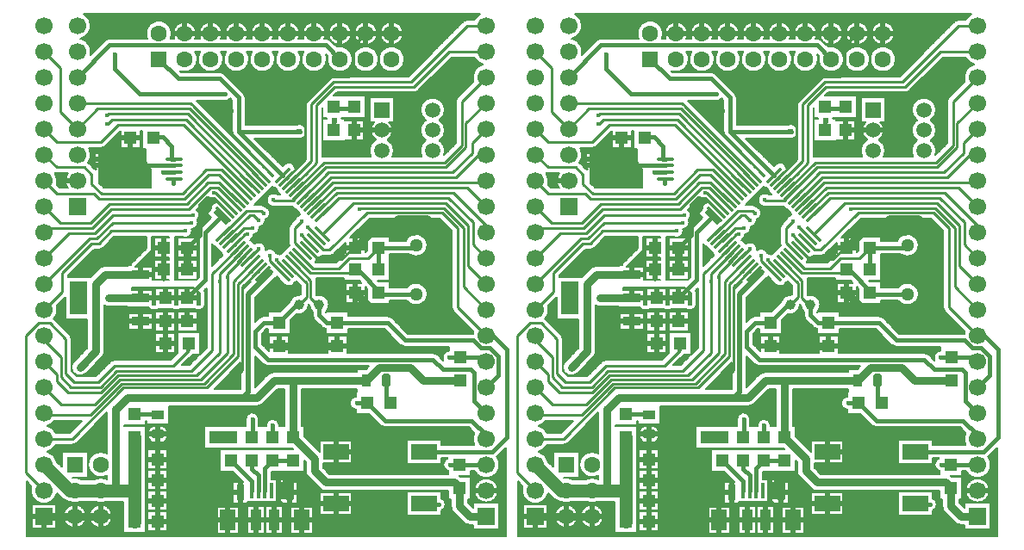
<source format=gtl>
G04*
G04 #@! TF.GenerationSoftware,Altium Limited,Altium Designer,19.0.4 (130)*
G04*
G04 Layer_Physical_Order=1*
G04 Layer_Color=255*
%FSLAX24Y24*%
%MOIN*%
G70*
G01*
G75*
%ADD10C,0.0060*%
%ADD11R,0.0394X0.0787*%
%ADD12R,0.0138X0.0630*%
%ADD13R,0.0500X0.0500*%
%ADD14R,0.0500X0.0500*%
%ADD15R,0.0350X0.0500*%
G04:AMPARAMS|DCode=16|XSize=50mil|YSize=35mil|CornerRadius=0mil|HoleSize=0mil|Usage=FLASHONLY|Rotation=90.000|XOffset=0mil|YOffset=0mil|HoleType=Round|Shape=Octagon|*
%AMOCTAGOND16*
4,1,8,0.0088,0.0250,-0.0088,0.0250,-0.0175,0.0163,-0.0175,-0.0163,-0.0088,-0.0250,0.0088,-0.0250,0.0175,-0.0163,0.0175,0.0163,0.0088,0.0250,0.0*
%
%ADD16OCTAGOND16*%

%ADD17R,0.0984X0.0591*%
G04:AMPARAMS|DCode=18|XSize=11.8mil|YSize=82.7mil|CornerRadius=0mil|HoleSize=0mil|Usage=FLASHONLY|Rotation=135.000|XOffset=0mil|YOffset=0mil|HoleType=Round|Shape=Round|*
%AMOVALD18*
21,1,0.0709,0.0118,0.0000,0.0000,225.0*
1,1,0.0118,0.0251,0.0251*
1,1,0.0118,-0.0251,-0.0251*
%
%ADD18OVALD18*%

G04:AMPARAMS|DCode=19|XSize=11.8mil|YSize=82.7mil|CornerRadius=0mil|HoleSize=0mil|Usage=FLASHONLY|Rotation=225.000|XOffset=0mil|YOffset=0mil|HoleType=Round|Shape=Round|*
%AMOVALD19*
21,1,0.0709,0.0118,0.0000,0.0000,315.0*
1,1,0.0118,-0.0251,0.0251*
1,1,0.0118,0.0251,-0.0251*
%
%ADD19OVALD19*%

%ADD20O,0.0669X0.0157*%
%ADD21R,0.0669X0.0157*%
%ADD22R,0.0500X0.0350*%
G04:AMPARAMS|DCode=23|XSize=50mil|YSize=35mil|CornerRadius=0mil|HoleSize=0mil|Usage=FLASHONLY|Rotation=0.000|XOffset=0mil|YOffset=0mil|HoleType=Round|Shape=Octagon|*
%AMOCTAGOND23*
4,1,8,0.0250,-0.0088,0.0250,0.0088,0.0163,0.0175,-0.0163,0.0175,-0.0250,0.0088,-0.0250,-0.0088,-0.0163,-0.0175,0.0163,-0.0175,0.0250,-0.0088,0.0*
%
%ADD23OCTAGOND23*%

%ADD24R,0.0669X0.1260*%
%ADD25R,0.0669X0.0354*%
%ADD26C,0.0100*%
%ADD27C,0.0200*%
%ADD28C,0.0150*%
%ADD29C,0.0300*%
%ADD30C,0.0500*%
%ADD31R,0.0660X0.0660*%
%ADD32R,0.0790X0.1265*%
G04:AMPARAMS|DCode=33|XSize=21.2mil|YSize=68.2mil|CornerRadius=0mil|HoleSize=0mil|Usage=FLASHONLY|Rotation=45.000|XOffset=0mil|YOffset=0mil|HoleType=Round|Shape=Rectangle|*
%AMROTATEDRECTD33*
4,1,4,0.0166,-0.0316,-0.0316,0.0166,-0.0166,0.0316,0.0316,-0.0166,0.0166,-0.0316,0.0*
%
%ADD33ROTATEDRECTD33*%

%ADD34R,0.0680X0.0500*%
G04:AMPARAMS|DCode=35|XSize=67.9mil|YSize=25.5mil|CornerRadius=0mil|HoleSize=0mil|Usage=FLASHONLY|Rotation=45.000|XOffset=0mil|YOffset=0mil|HoleType=Round|Shape=Rectangle|*
%AMROTATEDRECTD35*
4,1,4,-0.0150,-0.0330,-0.0330,-0.0150,0.0150,0.0330,0.0330,0.0150,-0.0150,-0.0330,0.0*
%
%ADD35ROTATEDRECTD35*%

%ADD36R,0.0591X0.0787*%
%ADD37R,0.0315X0.0591*%
%ADD38C,0.0512*%
%ADD39C,0.0394*%
%ADD40C,0.0669*%
%ADD41R,0.0669X0.0669*%
%ADD42C,0.0630*%
%ADD43R,0.0630X0.0630*%
%ADD44R,0.0630X0.0630*%
%ADD45C,0.0591*%
%ADD46R,0.0591X0.0591*%
%ADD47C,0.0160*%
%ADD48C,0.0240*%
D10*
X25525Y14750D02*
G03*
X25525Y14750I-445J0D01*
G01*
X24828Y15324D02*
G03*
X25325Y15320I252J426D01*
G01*
X23399Y15913D02*
G03*
X24389Y15639I488J-163D01*
G01*
X24583Y15446D02*
G03*
X24828Y15324I304J304D01*
G01*
X24583Y15446D02*
G03*
X24828Y15324I304J304D01*
G01*
X25325Y16180D02*
G03*
X25006Y16239I-245J-430D01*
G01*
X26525Y14750D02*
G03*
X26525Y14750I-445J0D01*
G01*
X25835Y15320D02*
G03*
X26325Y15320I245J430D01*
G01*
Y16180D02*
G03*
X25835Y16180I-245J-430D01*
G01*
X24009Y17250D02*
G03*
X24347Y17520I-122J500D01*
G01*
X24391Y16854D02*
G03*
X24009Y17250I-504J-104D01*
G01*
X24347Y17980D02*
G03*
X24009Y18250I-460J-230D01*
G01*
D02*
G03*
X24305Y18450I-122J500D01*
G01*
X24980Y17520D02*
G03*
X25143Y17587I0J230D01*
G01*
X24980Y17520D02*
G03*
X25143Y17587I0J230D01*
G01*
X25047Y20753D02*
G03*
X24950Y20520I233J-233D01*
G01*
D02*
G03*
X25513Y20287I330J0D01*
G01*
X24950Y21620D02*
G03*
X24883Y21783I-230J0D01*
G01*
X24950Y21620D02*
G03*
X24883Y21783I-230J0D01*
G01*
X26330Y17177D02*
G03*
X26330Y16323I-250J-427D01*
G01*
X26123Y20897D02*
G03*
X26220Y21130I-233J233D01*
G01*
X26123Y20896D02*
G03*
X26220Y21130I-233J234D01*
G01*
X26620Y20810D02*
G03*
X26457Y20743I0J-230D01*
G01*
X26620Y20810D02*
G03*
X26457Y20743I0J-230D01*
G01*
X29527Y20902D02*
G03*
X29675Y21020I-77J248D01*
G01*
X32200Y18510D02*
G03*
X31685Y18459I-260J0D01*
G01*
X24265Y22401D02*
G03*
X24402Y22750I-378J349D01*
G01*
D02*
G03*
X24375Y22913I-515J0D01*
G01*
X26220Y22911D02*
G03*
X26370Y22875I150J294D01*
G01*
X26246Y24436D02*
G03*
X26012Y24339I0J-330D01*
G01*
X26246Y24436D02*
G03*
X26012Y24339I0J-330D01*
G01*
X26011Y25080D02*
G03*
X26174Y25147I0J230D01*
G01*
X26011Y25080D02*
G03*
X26174Y25147I0J230D01*
G01*
X27284Y24561D02*
G03*
X27229Y24463I148J-148D01*
G01*
X27285Y24562D02*
G03*
X27229Y24463I148J-149D01*
G01*
X27915Y22843D02*
G03*
X28095Y22740I181J107D01*
G01*
X27915Y22843D02*
G03*
X28095Y22740I181J107D01*
G01*
X28200D02*
G03*
X28308Y22770I0J210D01*
G01*
X28200Y22740D02*
G03*
X28308Y22770I0J210D01*
G01*
X28852D02*
G03*
X28960Y22740I108J180D01*
G01*
X28852Y22770D02*
G03*
X28960Y22740I108J180D01*
G01*
X29050D02*
G03*
X29158Y22770I0J210D01*
G01*
X29050Y22740D02*
G03*
X29158Y22770I0J210D01*
G01*
X29702D02*
G03*
X29810Y22740I108J180D01*
G01*
X29702Y22770D02*
G03*
X29810Y22740I108J180D01*
G01*
X24375Y27587D02*
G03*
X24402Y27750I-488J163D01*
G01*
D02*
G03*
X24309Y28044I-515J0D01*
G01*
D02*
G03*
X24372Y28035I62J221D01*
G01*
X24309Y28044D02*
G03*
X24372Y28035I62J221D01*
G01*
X24813D02*
G03*
X24813Y27465I367J-285D01*
G01*
X25596Y28447D02*
G03*
X25695Y28750I-416J303D01*
G01*
X25910Y28200D02*
G03*
X25885Y28160I165J-128D01*
G01*
X25872Y28375D02*
G03*
X25910Y28200I203J-47D01*
G01*
X25695Y28750D02*
G03*
X25627Y29005I-515J0D01*
G01*
X25674Y32604D02*
G03*
X25695Y32750I-494J146D01*
G01*
X26085Y29005D02*
G03*
X26247Y29072I0J230D01*
G01*
X26085Y29005D02*
G03*
X26247Y29072I0J230D01*
G01*
X25695Y32750D02*
G03*
X25302Y33250I-515J0D01*
G01*
D02*
G03*
X25695Y33750I-122J500D01*
G01*
D02*
G03*
X25420Y34205I-515J0D01*
G01*
X26430Y33255D02*
G03*
X26249Y33180I0J-255D01*
G01*
X26430Y33255D02*
G03*
X26250Y33180I0J-255D01*
G01*
X26795Y27816D02*
G03*
X26752Y27944I-209J0D01*
G01*
X26587Y27607D02*
G03*
X26795Y27816I0J209D01*
G01*
X26752Y28200D02*
G03*
X26795Y28328I-165J128D01*
G01*
D02*
G03*
X26790Y28375I-209J0D01*
G01*
X26752Y27944D02*
G03*
X26795Y28072I-165J128D01*
G01*
D02*
G03*
X26752Y28200I-209J0D01*
G01*
X29229Y25570D02*
G03*
X29610Y25800I121J230D01*
G01*
D02*
G03*
X29603Y25861I-260J0D01*
G01*
X28785Y33255D02*
G03*
X28825Y33450I-455J195D01*
G01*
X29153Y31988D02*
G03*
X29825Y32450I177J462D01*
G01*
D02*
G03*
X29727Y32745I-495J0D01*
G01*
X29730Y33255D02*
G03*
X29775Y33450I-400J195D01*
G01*
X28825D02*
G03*
X27875Y33255I-495J0D01*
G01*
X29775Y33450D02*
G03*
X28930Y33255I-445J0D01*
G01*
X29910Y22740D02*
G03*
X30120Y22950I0J210D01*
G01*
X29910Y22740D02*
G03*
X30120Y22950I0J210D01*
G01*
X30120Y23380D02*
G03*
X30086Y23495I-210J0D01*
G01*
X30120Y23380D02*
G03*
X30086Y23495I-210J0D01*
G01*
X29603Y25861D02*
G03*
X29840Y26120I-23J259D01*
G01*
X29950Y25913D02*
G03*
X29875Y25733I180J-180D01*
G01*
X29840Y26120D02*
G03*
X29819Y26222I-260J0D01*
G01*
Y26222D02*
G03*
X29900Y26410I-179J188D01*
G01*
D02*
G03*
X29794Y26620I-260J0D01*
G01*
X29950Y25913D02*
G03*
X29875Y25733I180J-181D01*
G01*
X31866Y23871D02*
G03*
X31873Y23829I238J22D01*
G01*
X30766Y24922D02*
G03*
X30799Y24862I224J84D01*
G01*
X30627Y25061D02*
G03*
X30766Y24922I224J84D01*
G01*
X30488Y25200D02*
G03*
X30627Y25061I224J84D01*
G01*
X32460Y25100D02*
G03*
X32029Y25296I-260J0D01*
G01*
X30268Y27094D02*
G03*
X30460Y27020I182J186D01*
G01*
X30385Y25275D02*
G03*
X30488Y25200I187J148D01*
G01*
X30551Y26914D02*
G03*
X30337Y26636I22J-238D01*
G01*
X31165Y29643D02*
G03*
X31240Y29462I255J0D01*
G01*
X31993Y25313D02*
G03*
X31861Y25450I-224J-84D01*
G01*
D02*
G03*
X31999Y25663I-121J230D01*
G01*
X32029Y25296D02*
G03*
X31993Y25313I-120J-206D01*
G01*
X31999Y25663D02*
G03*
X32220Y25920I-39J257D01*
G01*
X32022Y26800D02*
G03*
X32132Y26926I-113J210D01*
G01*
X29853Y30783D02*
G03*
X29832Y30808I-184J-138D01*
G01*
X29853Y30783D02*
G03*
X29832Y30808I-184J-138D01*
G01*
X30861Y31880D02*
G03*
X30680Y31955I-181J-180D01*
G01*
X30860Y31880D02*
G03*
X30680Y31955I-180J-180D01*
G01*
X29933Y32745D02*
G03*
X30825Y32450I397J-295D01*
G01*
D02*
G03*
X30727Y32745I-495J0D01*
G01*
X30730Y33255D02*
G03*
X30775Y33450I-400J195D01*
G01*
D02*
G03*
X29930Y33255I-445J0D01*
G01*
X31165Y29643D02*
G03*
X31240Y29462I255J0D01*
G01*
X31165Y29643D02*
G03*
X31240Y29462I255J0D01*
G01*
X30839Y30845D02*
G03*
X31088Y30931I51J255D01*
G01*
X31675Y30960D02*
G03*
X31600Y31141I-255J0D01*
G01*
X31675Y30960D02*
G03*
X31600Y31140I-255J0D01*
G01*
X30933Y32745D02*
G03*
X31825Y32450I397J-295D01*
G01*
D02*
G03*
X31727Y32745I-495J0D01*
G01*
X31730Y33255D02*
G03*
X31775Y33450I-400J195D01*
G01*
D02*
G03*
X30930Y33255I-445J0D01*
G01*
X31933Y32745D02*
G03*
X32825Y32450I397J-295D01*
G01*
X32775Y33450D02*
G03*
X31930Y33255I-445J0D01*
G01*
X32195Y18459D02*
G03*
X32200Y18510I-255J51D01*
G01*
X32990Y18260D02*
G03*
X32472Y18230I-260J0D01*
G01*
X34547Y15827D02*
G03*
X34780Y15730I233J233D01*
G01*
X34546Y15827D02*
G03*
X34780Y15730I234J233D01*
G01*
X34010Y16500D02*
G03*
X34107Y16266I330J0D01*
G01*
X34010Y16500D02*
G03*
X34107Y16267I330J0D01*
G01*
X32120Y19020D02*
G03*
X32353Y19117I0J330D01*
G01*
X32120Y19020D02*
G03*
X32354Y19117I0J330D01*
G01*
X32370Y20640D02*
G03*
X32550Y20565I180J180D01*
G01*
X32369Y20640D02*
G03*
X32550Y20565I181J180D01*
G01*
X32770Y20330D02*
G03*
X32536Y20233I0J-330D01*
G01*
X32770Y20330D02*
G03*
X32537Y20233I0J-330D01*
G01*
X32390Y22505D02*
G03*
X32209Y22430I0J-255D01*
G01*
X32390Y22505D02*
G03*
X32210Y22430I0J-255D01*
G01*
X35950Y19389D02*
G03*
X35950Y18871I20J-259D01*
G01*
X34275Y22540D02*
G03*
X34350Y22359I255J0D01*
G01*
X34275Y22540D02*
G03*
X34350Y22360I255J0D01*
G01*
X33638Y22588D02*
G03*
X34119Y22950I104J362D01*
G01*
X33791Y23324D02*
G03*
X33379Y23050I-48J-374D01*
G01*
X34154Y22920D02*
G03*
X34275Y22673I376J30D01*
G01*
X34640Y22070D02*
G03*
X34800Y21996I180J180D01*
G01*
X34639Y22070D02*
G03*
X34800Y21996I181J180D01*
G01*
X34785Y22673D02*
G03*
X34907Y22950I-255J277D01*
G01*
D02*
G03*
X34430Y23313I-377J0D01*
G01*
X39252Y14971D02*
G03*
X39410Y15210I-102J239D01*
G01*
D02*
G03*
X39252Y15449I-260J0D01*
G01*
X40107Y14517D02*
G03*
X40340Y14420I233J233D01*
G01*
X40106Y14517D02*
G03*
X40340Y14420I234J233D01*
G01*
X39630Y15130D02*
G03*
X39727Y14896I330J0D01*
G01*
X39630Y15130D02*
G03*
X39727Y14897I330J0D01*
G01*
X39983Y16293D02*
G03*
X39953Y16320I-233J-233D01*
G01*
X39984Y16293D02*
G03*
X39953Y16320I-234J-233D01*
G01*
X41452Y15750D02*
G03*
X41452Y15750I-465J0D01*
G01*
X40540Y16495D02*
G03*
X41502Y16750I447J255D01*
G01*
X36900Y18270D02*
G03*
X37080Y18195I180J180D01*
G01*
X36899Y18270D02*
G03*
X37080Y18195I181J180D01*
G01*
X39503Y16995D02*
G03*
X39530Y16497I87J-245D01*
G01*
X37669Y21390D02*
G03*
X37850Y21315I181J180D01*
G01*
X39111Y21000D02*
G03*
X38930Y21075I-181J-180D01*
G01*
X39110Y21000D02*
G03*
X38930Y21075I-180J-180D01*
G01*
X37670Y21390D02*
G03*
X37850Y21315I180J180D01*
G01*
X39550Y21160D02*
G03*
X39328Y20782I10J-260D01*
G01*
X41502Y16750D02*
G03*
X41399Y17059I-515J0D01*
G01*
X40531Y17989D02*
G03*
X40534Y17505I456J-239D01*
G01*
X40499Y21913D02*
G03*
X40478Y21825I488J-163D01*
G01*
X37351Y22430D02*
G03*
X37170Y22505I-181J-180D01*
G01*
X37350Y22430D02*
G03*
X37170Y22505I-180J-180D01*
G01*
X37926Y23100D02*
G03*
X38716Y23355I354J255D01*
G01*
D02*
G03*
X37926Y23610I-436J0D01*
G01*
X39660Y22847D02*
G03*
X39727Y22684I230J0D01*
G01*
X39660Y22847D02*
G03*
X39727Y22684I230J0D01*
G01*
X32455Y25051D02*
G03*
X32460Y25100I-255J49D01*
G01*
X32220Y25920D02*
G03*
X32217Y25961I-260J0D01*
G01*
X32447Y26738D02*
G03*
X32290Y26800I-157J-168D01*
G01*
X32217Y25961D02*
G03*
X32450Y26220I-27J259D01*
G01*
X32447Y26738D02*
G03*
X32290Y26800I-157J-168D01*
G01*
X32867Y24930D02*
G03*
X32455Y25051I-247J-80D01*
G01*
X32449Y26242D02*
G03*
X32630Y26490I-79J248D01*
G01*
D02*
G03*
X32447Y26738I-260J0D01*
G01*
X32132Y26926D02*
G03*
X32272Y27065I-84J224D01*
G01*
X32272Y27065D02*
G03*
X32411Y27204I-84J224D01*
G01*
D02*
G03*
X32550Y27344I-84J224D01*
G01*
X32273Y28377D02*
G03*
X32220Y28416I-169J-169D01*
G01*
X32912Y27211D02*
G03*
X32833Y26751I-153J-211D01*
G01*
X32550Y27344D02*
G03*
X32689Y27483I-84J224D01*
G01*
X32833Y27468D02*
G03*
X32896Y27406I161J99D01*
G01*
X32689Y27483D02*
G03*
X32730Y27503I-84J224D01*
G01*
D02*
G03*
X32833Y27468I125J204D01*
G01*
X33187Y23723D02*
G03*
X33580Y23808I169J169D01*
G01*
D02*
G03*
X33640Y23841I-84J224D01*
G01*
X34430Y23884D02*
G03*
X34417Y23960I-230J0D01*
G01*
X34430Y23884D02*
G03*
X34417Y23960I-230J0D01*
G01*
X34382Y24584D02*
G03*
X34430Y24706I-191J144D01*
G01*
Y24706D02*
G03*
X34492Y24768I-99J161D01*
G01*
X33026Y24885D02*
G03*
X32867Y24930I-146J-215D01*
G01*
X33188Y25035D02*
G03*
X33049Y24896I84J-224D01*
G01*
X34492Y24768D02*
G03*
X34639Y24837I-22J238D01*
G01*
X34639D02*
G03*
X34694Y24830I56J223D01*
G01*
X34639Y24837D02*
G03*
X34694Y24830I56J223D01*
G01*
X34932D02*
G03*
X35095Y24897I0J230D01*
G01*
X34932Y24830D02*
G03*
X35095Y24897I0J230D01*
G01*
X35550Y24946D02*
G03*
X35507Y24913I120J-196D01*
G01*
X35550Y24946D02*
G03*
X35507Y24913I120J-196D01*
G01*
X33328Y25174D02*
G03*
X33188Y25035I84J-224D01*
G01*
X33374Y25250D02*
G03*
X33328Y25174I177J-160D01*
G01*
X32896Y27406D02*
G03*
X33034Y27211I238J22D01*
G01*
X33427Y26073D02*
G03*
X33360Y25910I163J-163D01*
G01*
X33427Y26073D02*
G03*
X33360Y25910I163J-163D01*
G01*
Y25329D02*
G03*
X33374Y25250I230J0D01*
G01*
X33360Y25329D02*
G03*
X33374Y25250I230J0D01*
G01*
X33606Y26648D02*
G03*
X33745Y26508I224J84D01*
G01*
X33484Y26751D02*
G03*
X33606Y26648I206J121D01*
G01*
X33799Y26425D02*
G03*
X33602Y26247I51J-255D01*
G01*
X33745Y26508D02*
G03*
X33799Y26425I224J84D01*
G01*
X33594Y28229D02*
G03*
X33187Y28377I-238J-22D01*
G01*
X34712Y28680D02*
G03*
X34640Y28668I0J-230D01*
G01*
X34712Y28680D02*
G03*
X34640Y28668I0J-230D01*
G01*
X32825Y32450D02*
G03*
X32727Y32745I-495J0D01*
G01*
X32933D02*
G03*
X33825Y32450I397J-295D01*
G01*
D02*
G03*
X33727Y32745I-495J0D01*
G01*
X33604Y29388D02*
G03*
X34000Y29484I146J262D01*
G01*
Y29816D02*
G03*
X33581Y29898I-250J-166D01*
G01*
X33933Y32745D02*
G03*
X34825Y32450I397J-295D01*
G01*
X34067Y30883D02*
G03*
X34000Y30720I163J-163D01*
G01*
X34067Y30883D02*
G03*
X34000Y30720I163J-163D01*
G01*
X32730Y33255D02*
G03*
X32775Y33450I-400J195D01*
G01*
X33730Y33255D02*
G03*
X33775Y33450I-400J195D01*
G01*
D02*
G03*
X32930Y33255I-445J0D01*
G01*
X34775Y33450D02*
G03*
X33930Y33255I-445J0D01*
G01*
X34821Y30170D02*
G03*
X34813Y30130I289J-80D01*
G01*
X35407D02*
G03*
X35399Y30170I-297J-40D01*
G01*
X34825Y32450D02*
G03*
X34792Y32627I-495J0D01*
G01*
X35070Y31790D02*
G03*
X34907Y31723I0J-230D01*
G01*
X35070Y31790D02*
G03*
X34907Y31723I0J-230D01*
G01*
X34850Y32570D02*
G03*
X35825Y32450I480J-120D01*
G01*
D02*
G03*
X35210Y32930I-495J0D01*
G01*
X34730Y33255D02*
G03*
X34775Y33450I-400J195D01*
G01*
X34960Y33180D02*
G03*
X34780Y33255I-180J-180D01*
G01*
X34961Y33180D02*
G03*
X34780Y33255I-181J-180D01*
G01*
X35775Y33450D02*
G03*
X35775Y33450I-445J0D01*
G01*
X36728Y29335D02*
G03*
X36531Y28680I218J-422D01*
G01*
X37421Y28913D02*
G03*
X37164Y29335I-475J0D01*
G01*
X36657Y30012D02*
G03*
X36728Y29335I289J-312D01*
G01*
X37164D02*
G03*
X37371Y29700I-218J365D01*
G01*
D02*
G03*
X37235Y30012I-425J0D01*
G01*
X38716Y25245D02*
G03*
X37875Y25405I-436J0D01*
G01*
X38020Y24895D02*
G03*
X38716Y25245I260J350D01*
G01*
X37360Y28680D02*
G03*
X37421Y28913I-414J233D01*
G01*
X38648Y29306D02*
G03*
X38500Y28680I266J-394D01*
G01*
X39359Y28744D02*
G03*
X39390Y28913I-444J169D01*
G01*
D02*
G03*
X39181Y29306I-475J0D01*
G01*
D02*
G03*
X39390Y29700I-266J394D01*
G01*
X38648Y30094D02*
G03*
X38648Y29306I266J-394D01*
G01*
X39390Y29700D02*
G03*
X39181Y30094I-475J0D01*
G01*
X36825Y32450D02*
G03*
X36825Y32450I-495J0D01*
G01*
X37825D02*
G03*
X37825Y32450I-495J0D01*
G01*
X36775Y33450D02*
G03*
X36775Y33450I-445J0D01*
G01*
X37775D02*
G03*
X37775Y33450I-445J0D01*
G01*
X39181Y30094D02*
G03*
X39390Y30487I-266J394D01*
G01*
X38200Y31160D02*
G03*
X38363Y31227I0J230D01*
G01*
X39390Y30487D02*
G03*
X38648Y30094I-475J0D01*
G01*
X38200Y31160D02*
G03*
X38363Y31227I0J230D01*
G01*
X39877Y30966D02*
G03*
X39810Y30803I163J-163D01*
G01*
X39877Y30966D02*
G03*
X39810Y30803I163J-163D01*
G01*
X40865Y32250D02*
G03*
X40499Y31587I122J-500D01*
G01*
X40526Y32520D02*
G03*
X40865Y32250I460J230D01*
G01*
X40260Y33980D02*
G03*
X40097Y33913I0J-230D01*
G01*
X40260Y33980D02*
G03*
X40097Y33913I0J-230D01*
G01*
X40746Y34205D02*
G03*
X40526Y33980I240J-455D01*
G01*
X23210Y14370D02*
X23422D01*
X23210Y14290D02*
X23422D01*
X23210Y14330D02*
X23422D01*
X23210Y14490D02*
X23422D01*
X23210Y14530D02*
X23422D01*
X23210Y14410D02*
X23422D01*
X23210Y14450D02*
X23422D01*
X23210Y14610D02*
X23422D01*
Y14285D02*
X24352D01*
X23210Y14570D02*
X23422D01*
X23210Y14650D02*
X23422D01*
X23210Y14690D02*
X23422D01*
X24352Y14730D02*
X24635D01*
X23210D02*
X23422D01*
X23210Y13980D02*
Y16102D01*
Y14770D02*
X23422D01*
X23210Y14810D02*
X23422D01*
X23210Y14930D02*
X23422D01*
X23210Y15010D02*
X23422D01*
X23210Y14850D02*
X23422D01*
X23210Y14890D02*
X23422D01*
Y14285D02*
Y15215D01*
X24352Y14285D02*
Y15215D01*
X23210Y14970D02*
X23422D01*
X24352Y14770D02*
X24635D01*
X23210Y14210D02*
X26950D01*
X23210Y14130D02*
X26950D01*
X23210Y14170D02*
X26950D01*
X24352Y14330D02*
X24933D01*
X24352Y14370D02*
X24848D01*
X23210Y14250D02*
X26950D01*
X24352Y14290D02*
X26950D01*
X24352Y14410D02*
X24793D01*
X25227Y14330D02*
X25933D01*
X25312Y14370D02*
X25849D01*
X24352Y14530D02*
X24693D01*
X24352Y14570D02*
X24673D01*
X24352Y14450D02*
X24751D01*
X24352Y14490D02*
X24719D01*
X24352Y14690D02*
X24639D01*
X24352Y14610D02*
X24658D01*
X24352Y14650D02*
X24646D01*
X24352Y14810D02*
X24639D01*
X24352Y14850D02*
X24646D01*
X24352Y14890D02*
X24658D01*
X24352Y15010D02*
X24719D01*
X24352Y14930D02*
X24673D01*
X24352Y14970D02*
X24693D01*
X23210Y15130D02*
X23422D01*
X23210Y15050D02*
X23422D01*
X23210Y15090D02*
X23422D01*
X23210Y15170D02*
X23422D01*
X23210Y15210D02*
X23422D01*
X23210Y15250D02*
X23765D01*
X23210Y15290D02*
X23656D01*
X23210Y15370D02*
X23540D01*
X23422Y15215D02*
X24352D01*
X23210Y15330D02*
X23589D01*
X23210Y15490D02*
X23443D01*
X23210Y15530D02*
X23422D01*
X23210Y15410D02*
X23501D01*
X23210Y15450D02*
X23469D01*
X23210Y15850D02*
X23382D01*
X23210Y15890D02*
X23392D01*
X23210Y16102D02*
X23399Y15913D01*
X23210Y16010D02*
X23302D01*
X23210Y16050D02*
X23262D01*
X23210Y15930D02*
X23382D01*
X23210Y15970D02*
X23342D01*
X23210Y15650D02*
X23382D01*
X23210Y15570D02*
X23405D01*
X23210Y15610D02*
X23392D01*
X23210Y15730D02*
X23373D01*
X23210Y15770D02*
X23373D01*
X23210Y15690D02*
X23376D01*
X23210Y15810D02*
X23376D01*
X24352Y15050D02*
X24751D01*
X24352Y15090D02*
X24793D01*
X24352Y15130D02*
X24848D01*
X24118Y15290D02*
X24897D01*
X24184Y15330D02*
X24795D01*
X24352Y15170D02*
X24933D01*
X24009Y15250D02*
X26950D01*
X25367Y15090D02*
X25793D01*
X25312Y15130D02*
X25849D01*
X25227Y15170D02*
X25933D01*
X25325Y15320D02*
X25835D01*
X24352Y15210D02*
X26950D01*
X25263Y15290D02*
X25897D01*
X24234Y15370D02*
X24686D01*
X24273Y15410D02*
X24624D01*
X24352Y15530D02*
X24499D01*
X24369Y15570D02*
X24459D01*
X24305Y15450D02*
X24579D01*
X24331Y15490D02*
X24539D01*
X24389Y15639D02*
X24583Y15446D01*
X24382Y15610D02*
X24419D01*
X25325Y16180D02*
X25835D01*
X25263Y16210D02*
X25897D01*
X25441Y14490D02*
X25719D01*
X25367Y14410D02*
X25793D01*
X25409Y14450D02*
X25751D01*
X25502Y14610D02*
X25658D01*
X25514Y14650D02*
X25646D01*
X25467Y14530D02*
X25693D01*
X25487Y14570D02*
X25673D01*
X26312Y14370D02*
X26950D01*
X26227Y14330D02*
X26950D01*
Y14120D02*
Y14550D01*
X26441Y14490D02*
X26950D01*
X26467Y14530D02*
X26950D01*
X26367Y14410D02*
X26950D01*
X26409Y14450D02*
X26950D01*
X25521Y14690D02*
X25639D01*
X25525Y14730D02*
X25635D01*
X25525Y14770D02*
X25635D01*
X25521Y14810D02*
X25639D01*
X25514Y14850D02*
X25646D01*
X26950Y14550D02*
Y14920D01*
Y14550D02*
Y14920D01*
X26514Y14650D02*
X26950D01*
X26521Y14810D02*
X26950D01*
Y14120D02*
X27380D01*
X27810D01*
Y14170D02*
X27900D01*
X27810Y14290D02*
X27900D01*
X26487Y14570D02*
X26950D01*
X27810Y14210D02*
X27900D01*
X27810Y14250D02*
X27900D01*
X27810Y14410D02*
X27900D01*
X27810Y14330D02*
X27900D01*
X27810Y14370D02*
X27900D01*
X27810Y14530D02*
X27900D01*
X27810Y14570D02*
X27900D01*
X27810Y14450D02*
X27900D01*
X27810Y14490D02*
X27900D01*
X26502Y14610D02*
X26950D01*
X27810D02*
X27900D01*
X27810Y14120D02*
Y14920D01*
X26521Y14690D02*
X26950D01*
X26525Y14730D02*
X26950D01*
X27810Y14690D02*
X27900D01*
X26525Y14770D02*
X26950D01*
X27810Y14550D02*
Y14920D01*
Y14650D02*
X27900D01*
Y14170D02*
Y14930D01*
X27810Y14810D02*
X27900D01*
X27810Y14850D02*
X27900D01*
X27810Y14730D02*
X27900D01*
X27810Y14770D02*
X27900D01*
X25502Y14890D02*
X25658D01*
X25487Y14930D02*
X25673D01*
X25467Y14970D02*
X25693D01*
X25441Y15010D02*
X25719D01*
X25409Y15050D02*
X25751D01*
X26441Y15010D02*
X26950D01*
X26409Y15050D02*
X26950D01*
Y14920D02*
Y14980D01*
X26514Y14850D02*
X26950D01*
X26502Y14890D02*
X26950D01*
X26487Y14930D02*
X26950D01*
X26467Y14970D02*
X26950D01*
Y14920D02*
Y14980D01*
Y14920D02*
Y14980D01*
X26312Y15130D02*
X26950D01*
X26227Y15170D02*
X26950D01*
X26263Y16210D02*
X26330D01*
X26263Y15290D02*
X26950D01*
X26325Y15320D02*
X26660D01*
X26950Y14980D02*
Y15320D01*
Y14980D02*
Y15320D01*
X27810Y14980D02*
Y15350D01*
X26367Y15090D02*
X26950D01*
X26660Y15320D02*
X26950D01*
X27810Y15720D02*
Y15780D01*
Y15800D02*
Y16150D01*
Y15350D02*
Y15720D01*
Y15450D02*
X27900D01*
X27810Y15350D02*
Y15720D01*
Y15730D02*
X27900D01*
X27810Y15770D02*
X27900D01*
X27810Y15490D02*
X27900D01*
X27810Y15610D02*
X27900D01*
X27810Y14920D02*
Y14980D01*
Y14890D02*
X27900D01*
X27810Y14920D02*
Y14980D01*
Y14920D02*
Y14980D01*
Y15350D01*
Y15170D02*
X27900D01*
X27810Y15210D02*
X27900D01*
X27810Y15800D02*
Y16150D01*
Y16010D02*
X27900D01*
X27810Y16050D02*
X27900D01*
X27810Y16170D02*
X27900D01*
X27810Y16210D02*
X27900D01*
X27810Y16090D02*
X27900D01*
X27810Y16130D02*
X27900D01*
X27810Y15720D02*
Y15780D01*
Y15720D02*
Y15780D01*
Y15810D02*
X27900D01*
X27810Y15930D02*
X27900D01*
X27810Y15970D02*
X27900D01*
X27810Y15850D02*
X27900D01*
X27810Y15890D02*
X27900D01*
X24331Y17010D02*
X24585D01*
X24369Y16930D02*
X24585D01*
X24352Y16970D02*
X24585D01*
X24234Y17130D02*
X24585D01*
X24184Y17170D02*
X24585D01*
X24305Y17050D02*
X24585D01*
X24273Y17090D02*
X24585D01*
X24515Y16730D02*
X24585D01*
X24555Y16690D02*
X24585D01*
X24391Y16854D02*
X24585Y16660D01*
X24395Y16850D02*
X24585D01*
X24382Y16890D02*
X24585D01*
X24475Y16770D02*
X24585D01*
X24435Y16810D02*
X24585D01*
X24118Y17210D02*
X24585D01*
X24184Y18170D02*
X25075D01*
X24118Y18210D02*
X25115D01*
X24585Y16660D02*
Y17245D01*
X24347Y17520D02*
X24980D01*
X24347Y17980D02*
X24885D01*
X24331Y18010D02*
X24915D01*
X24305Y18050D02*
X24955D01*
X24273Y18090D02*
X24995D01*
X24234Y18130D02*
X25035D01*
X24184Y17330D02*
X26330D01*
X24009Y17250D02*
X26330D01*
X24118Y17290D02*
X26330D01*
X24305Y17450D02*
X26330D01*
X24331Y17490D02*
X26330D01*
X24234Y17370D02*
X26330D01*
X24273Y17410D02*
X26330D01*
X24585Y17245D02*
X25575D01*
X24995Y16250D02*
X26330D01*
X24990Y16255D02*
X25575D01*
X25047Y17530D02*
X26330D01*
X25123Y17570D02*
X26330D01*
X25205Y17650D02*
X26330D01*
X25165Y17610D02*
X26330D01*
X25143Y17587D02*
X26330Y18775D01*
X24009Y18250D02*
X25155D01*
X24118Y18290D02*
X25195D01*
X24184Y18330D02*
X25235D01*
X24885Y17980D02*
X25355Y18450D01*
X25325Y17770D02*
X26330D01*
X25245Y17690D02*
X26330D01*
X25285Y17730D02*
X26330D01*
X25445Y17890D02*
X26330D01*
X25485Y17930D02*
X26330D01*
X25365Y17810D02*
X26330D01*
X25405Y17850D02*
X26330D01*
X24234Y18370D02*
X25275D01*
X24273Y18410D02*
X25315D01*
X24305Y18450D02*
X25355D01*
X24950Y20370D02*
X24986D01*
X24950Y20365D02*
Y20520D01*
X24305Y18450D02*
X25355D01*
X24950Y20365D02*
X25145Y20170D01*
X25105Y20210D02*
X25167D01*
X24950Y20690D02*
X24997D01*
X24950Y20730D02*
X25025D01*
X24950Y20770D02*
X25063D01*
X24950Y20810D02*
X25103D01*
X24950Y20520D02*
Y21620D01*
Y21130D02*
X25423D01*
X24950Y21170D02*
X25463D01*
X24268Y22397D02*
X24883Y21783D01*
X24950Y21210D02*
X25503D01*
X24950Y20850D02*
X25143D01*
X24950Y20890D02*
X25183D01*
X24950Y20930D02*
X25223D01*
X24950Y20970D02*
X25263D01*
X24950Y21010D02*
X25303D01*
X24950Y21050D02*
X25343D01*
X24950Y21090D02*
X25383D01*
X24950Y21250D02*
X25543D01*
X24950Y21290D02*
X25560D01*
X24950Y21330D02*
X25560D01*
X24950Y21490D02*
X25560D01*
X24950Y21530D02*
X25560D01*
X24950Y21370D02*
X25560D01*
X24950Y21410D02*
X25560D01*
X25145Y20170D02*
X25885D01*
X25145D02*
X25885D01*
X25393Y20210D02*
X25925D01*
X25047Y20753D02*
X25560Y21267D01*
X24950Y21450D02*
X25560D01*
X25470Y20250D02*
X25965D01*
X25513Y20287D02*
X26123Y20896D01*
X24735Y21930D02*
X25560D01*
X24815Y21850D02*
X25560D01*
X24775Y21890D02*
X25560D01*
X24615Y22050D02*
X25560D01*
X24575Y22090D02*
X25560D01*
X24695Y21970D02*
X25560D01*
X24655Y22010D02*
X25560D01*
X24948Y21650D02*
X25560D01*
X24950Y21570D02*
X25560D01*
X24950Y21610D02*
X25560D01*
X24894Y21770D02*
X25560D01*
X24855Y21810D02*
X25560D01*
X24939Y21690D02*
X25560D01*
X24922Y21730D02*
X25560D01*
X25575Y16370D02*
X25763D01*
X25575Y16290D02*
X25897D01*
X25575Y16330D02*
X25818D01*
X25575Y16490D02*
X25659D01*
X25575Y16570D02*
X25619D01*
X25575Y16410D02*
X25720D01*
X25575Y16450D02*
X25686D01*
X26263Y16290D02*
X26330D01*
Y16180D02*
Y16323D01*
X27810Y16150D02*
Y16520D01*
X25575Y16530D02*
X25637D01*
X27810Y16520D02*
Y16580D01*
Y16520D02*
Y16580D01*
Y16520D02*
Y16580D01*
X25575Y16610D02*
X25605D01*
X25575Y16890D02*
X25605D01*
X25575Y16930D02*
X25619D01*
X25575Y16970D02*
X25637D01*
X25575Y17010D02*
X25659D01*
X25575Y17050D02*
X25686D01*
X25575Y17090D02*
X25720D01*
X25575Y16255D02*
Y17245D01*
Y17130D02*
X25763D01*
X25575Y17170D02*
X25818D01*
X25575Y17210D02*
X25897D01*
X26263D02*
X26330D01*
Y17177D02*
Y18775D01*
X27810Y16330D02*
X27900D01*
X27810Y16250D02*
X27900D01*
X27810Y16290D02*
X27900D01*
X27810Y16450D02*
X27900D01*
X27810Y16490D02*
X27900D01*
X27810Y16370D02*
X27900D01*
X27810Y16410D02*
X27900D01*
X27810Y16150D02*
Y16520D01*
Y16530D02*
X27900D01*
Y15770D02*
Y16530D01*
X27810Y16650D02*
X27900D01*
X27810Y16690D02*
X27900D01*
X27810Y16570D02*
X27900D01*
X27810Y16610D02*
X27900D01*
X27810Y16580D02*
Y16950D01*
Y16730D02*
X27900D01*
X27810Y16770D02*
X27900D01*
X27810Y16890D02*
X27900D01*
X27810Y16930D02*
X27900D01*
X27810Y16810D02*
X27900D01*
X27810Y16850D02*
X27900D01*
X27810Y16950D02*
Y17370D01*
Y16580D02*
Y16950D01*
X27900Y16570D02*
Y17330D01*
X27810Y16950D02*
Y17370D01*
X27810D02*
Y17800D01*
X27810Y17130D02*
X27900D01*
X27810Y17330D02*
X27900D01*
X25605Y18050D02*
X26330D01*
X25525Y17970D02*
X26330D01*
X25565Y18010D02*
X26330D01*
X25725Y18170D02*
X26330D01*
X25765Y18210D02*
X26330D01*
X25645Y18090D02*
X26330D01*
X25685Y18130D02*
X26330D01*
X25925Y18370D02*
X26330D01*
X25805Y18250D02*
X26330D01*
X25885Y18330D02*
X26330D01*
X26045Y18490D02*
X26330D01*
X26085Y18530D02*
X26330D01*
X25965Y18410D02*
X26330D01*
X26005Y18450D02*
X26330D01*
X25517Y20290D02*
X26005D01*
X25557Y20330D02*
X26045D01*
X25597Y20370D02*
X26085D01*
X25637Y20410D02*
X26125D01*
X25560Y21267D02*
Y22390D01*
X25677Y20450D02*
X26165D01*
X25717Y20490D02*
X26205D01*
X25757Y20530D02*
X26245D01*
X26125Y18570D02*
X26330D01*
X25797Y20570D02*
X26285D01*
X26220Y21130D02*
Y22911D01*
X25837Y20610D02*
X26325D01*
X26990Y18230D02*
Y18270D01*
X27380Y18230D02*
X27810D01*
X26990D02*
X27380D01*
X26165Y18610D02*
X26330D01*
X26205Y18650D02*
X26330D01*
X26990Y18270D02*
X27810D01*
X25845Y18290D02*
X26330D01*
X27810Y18270D02*
Y18445D01*
X27810Y17800D02*
Y18230D01*
X27855Y18319D02*
Y18445D01*
X27810Y18410D02*
X27855D01*
X27810Y18445D02*
X27855D01*
X27810Y18330D02*
X27855D01*
X27810Y18370D02*
X27855D01*
X25877Y20650D02*
X26365D01*
X25917Y20690D02*
X26405D01*
X25885Y20170D02*
X26457Y20743D01*
X25957Y20730D02*
X26445D01*
X25997Y20770D02*
X26490D01*
X26037Y20810D02*
X26620D01*
X26220Y22090D02*
X27166D01*
X26245Y18690D02*
X26330D01*
X26285Y18730D02*
X26330D01*
X26220Y22010D02*
X27166D01*
X26220Y22050D02*
X27166D01*
Y21987D02*
Y22602D01*
X27900Y14170D02*
X28660D01*
X23210Y14090D02*
X30578D01*
X27900Y14170D02*
X28660D01*
X27810Y14930D02*
X27900D01*
X28660D01*
X27900D02*
X28660D01*
Y14370D02*
X30578D01*
X28660Y14170D02*
Y14930D01*
Y14410D02*
X30578D01*
X28660Y14450D02*
X30578D01*
X28660Y14490D02*
X30578D01*
X27810Y15050D02*
X27900D01*
X27810Y14970D02*
X27900D01*
X27810Y15010D02*
X27900D01*
X27810Y15090D02*
X27900D01*
X27810Y15130D02*
X27900D01*
X27810Y15250D02*
X27900D01*
Y14970D02*
Y15730D01*
Y14970D02*
X28660D01*
X27900D02*
X28660D01*
X23210Y14050D02*
X41750D01*
X23210Y13980D02*
X41750D01*
X23210Y14010D02*
X41750D01*
X28660Y14210D02*
X30578D01*
X28660Y14250D02*
X30578D01*
X27810Y14130D02*
X30578D01*
X28660Y14170D02*
X30578D01*
X28660Y14530D02*
X30578D01*
X28660Y14290D02*
X30578D01*
X28660Y14330D02*
X30578D01*
X28660Y14650D02*
X30578D01*
X28660Y14690D02*
X30578D01*
X28660Y14570D02*
X30578D01*
X28660Y14610D02*
X30578D01*
X28660Y15090D02*
X30578D01*
X28660Y15010D02*
X30578D01*
X28660Y15050D02*
X30578D01*
X28660Y15210D02*
X34558D01*
X28660Y15250D02*
X31188D01*
X28660Y15130D02*
X34558D01*
X28660Y15170D02*
X34558D01*
X28660Y14810D02*
X30578D01*
X28660Y14730D02*
X30578D01*
X28660Y14770D02*
X30578D01*
X28660Y14930D02*
X30578D01*
X28660Y14970D02*
X30578D01*
X28660Y14850D02*
X30578D01*
X28660Y14890D02*
X30578D01*
X27810Y15370D02*
X27900D01*
X27810Y15290D02*
X27900D01*
X27810Y15330D02*
X27900D01*
X27810Y15570D02*
X27900D01*
X27810Y15650D02*
X27900D01*
X27810Y15410D02*
X27900D01*
X27810Y15530D02*
X27900D01*
X27810Y15690D02*
X27900D01*
Y15730D02*
X28660D01*
X27810Y16970D02*
X27900D01*
Y16530D02*
X28660D01*
X27810Y17090D02*
X27900D01*
X27810Y17010D02*
X27900D01*
X27810Y17050D02*
X27900D01*
X27810Y17250D02*
X27900D01*
X27810Y17290D02*
X27900D01*
X27810Y17170D02*
X27900D01*
X27810Y17210D02*
X27900D01*
X27810Y17690D02*
X27989D01*
X27810Y17730D02*
X27949D01*
X28058Y17621D02*
X28513D01*
X27810Y17650D02*
X28029D01*
X27900Y15770D02*
X28660D01*
Y15370D02*
X31188D01*
X27900Y15730D02*
X28660D01*
X27900Y15770D02*
X28660D01*
X27900Y16530D02*
X28660D01*
X27900Y16570D02*
X28660D01*
Y15410D02*
X31188D01*
X28660Y15290D02*
X31188D01*
X28660Y15330D02*
X31188D01*
X28660Y15530D02*
X31188D01*
X28660Y16530D02*
X30700D01*
X28660Y15450D02*
X31188D01*
X28660Y15490D02*
X31188D01*
X27810Y17450D02*
X30090D01*
X27810Y17370D02*
X30700D01*
X27810Y17410D02*
X30090D01*
X27810Y17570D02*
X30090D01*
X27810Y17610D02*
X30090D01*
X27810Y17490D02*
X30090D01*
X27810Y17530D02*
X30090D01*
X27900Y16570D02*
X28660D01*
X30700D01*
X27900Y17330D02*
X28660D01*
X27900D02*
X28660D01*
X28542Y17650D02*
X30090D01*
X28582Y17690D02*
X30090D01*
X30578Y14076D02*
X31428D01*
Y14090D02*
X31753D01*
X31428Y14170D02*
X31753D01*
X31428Y14290D02*
X31753D01*
X31428Y14330D02*
X31753D01*
X31428Y14410D02*
X31753D01*
X31428Y14130D02*
X31753D01*
X31428Y14370D02*
X31753D01*
X31428Y14530D02*
X31753D01*
X31428Y14570D02*
X31753D01*
X31428Y14450D02*
X31753D01*
X31428Y14490D02*
X31753D01*
X28660Y14970D02*
Y15730D01*
X30578Y14076D02*
Y15124D01*
X28660Y15610D02*
X31188D01*
X28660Y15650D02*
X31188D01*
X30578Y15124D02*
X31428D01*
X28660Y15570D02*
X31188D01*
X31428Y14076D02*
Y15124D01*
X31753Y14080D02*
Y15128D01*
X31188Y15242D02*
Y16092D01*
X31428Y14610D02*
X31753D01*
X31428Y14210D02*
X31753D01*
X31428Y14250D02*
X31753D01*
X31428Y14810D02*
X31753D01*
X31428Y14850D02*
X31753D01*
X31428Y14650D02*
X31753D01*
X31428Y14690D02*
X31753D01*
Y14080D02*
X32407D01*
X31428Y14770D02*
X31753D01*
X31428Y14890D02*
X31753D01*
X31428Y14730D02*
X31753D01*
X31428Y15010D02*
X31753D01*
X31428Y14930D02*
X31753D01*
X31428Y14970D02*
X31753D01*
X31428Y15050D02*
X31753D01*
X31428Y15090D02*
X31753D01*
Y15128D02*
X32407D01*
X31188Y15242D02*
X31763D01*
Y15317D01*
Y15250D02*
X33097D01*
X31995Y15317D02*
X32097D01*
X31763D02*
X31995D01*
X31763Y15290D02*
X33097D01*
X31995Y15317D02*
X32097D01*
X28660Y16690D02*
X30700D01*
X28660Y16610D02*
X30700D01*
X28660Y16650D02*
X30700D01*
X28660Y16810D02*
X30700D01*
X28660Y16850D02*
X30700D01*
X28660Y16730D02*
X30700D01*
X28660Y16770D02*
X30700D01*
X28660Y15770D02*
Y16530D01*
Y15930D02*
X31188D01*
X28660Y15970D02*
X31188D01*
X28660Y16090D02*
X31188D01*
X28660Y16490D02*
X30700D01*
X28660Y16010D02*
X31188D01*
X28660Y16050D02*
X31188D01*
X28660Y16970D02*
X30700D01*
X28660Y16890D02*
X30700D01*
X28660Y16930D02*
X30700D01*
X28660Y17090D02*
X30700D01*
X28660Y17130D02*
X30700D01*
X28660Y17010D02*
X30700D01*
X28660Y17050D02*
X30700D01*
X28660Y16570D02*
Y17330D01*
Y17170D02*
X30700D01*
Y16470D02*
Y17330D01*
X28660Y17290D02*
X30700D01*
X30090Y17380D02*
X30700D01*
X28660Y17210D02*
X30700D01*
X28660Y17250D02*
X30700D01*
X28660Y15770D02*
X31188D01*
X28660Y15690D02*
X31188D01*
X28660Y15730D02*
X31188D01*
X28660Y15810D02*
X31188D01*
X28660Y15850D02*
X31188D01*
X28660Y15890D02*
X31188D01*
X28660Y16130D02*
X31539D01*
X28660Y16210D02*
X31459D01*
X31188Y16092D02*
X31577D01*
X28660Y16170D02*
X31499D01*
X28660Y16330D02*
X31339D01*
X28660Y16370D02*
X31299D01*
X28660Y16250D02*
X31419D01*
X28660Y16290D02*
X31379D01*
X30700Y16470D02*
X31199D01*
X28660Y16410D02*
X31259D01*
X28660Y16450D02*
X31219D01*
X30700Y17330D02*
X31500D01*
X28660Y17330D02*
X31500D01*
X30700Y17370D02*
X31560D01*
X30700D02*
X31560D01*
X31500Y17330D02*
X31560D01*
X31199Y16470D02*
X31577Y16092D01*
X31500Y17330D02*
X33533D01*
X31560Y17370D02*
X32300D01*
X31500D02*
X31560D01*
X31500Y17330D02*
X32300D01*
X31560Y17370D02*
X33493D01*
X27810Y17850D02*
X27905D01*
X27810Y17770D02*
X27909D01*
X27810Y17810D02*
X27905D01*
X27810Y17930D02*
X27905D01*
X27810Y17970D02*
X27905D01*
X27810Y17890D02*
X27905D01*
Y17773D02*
X28058Y17621D01*
X28513D02*
X28665Y17773D01*
X28622Y17730D02*
X30090D01*
X28665Y17810D02*
X30090D01*
X28665Y18010D02*
X30090D01*
X27810D02*
X27905D01*
X27810Y18050D02*
X27905D01*
X27810Y18090D02*
X27917D01*
X27810Y18130D02*
X27957D01*
X27810Y18170D02*
X27997D01*
X27810Y18210D02*
X28037D01*
X27855Y18319D02*
X28715D01*
X27905Y17773D02*
Y18078D01*
X28665Y17773D02*
Y18078D01*
X28058Y18231D02*
X28513D01*
X27905Y18078D02*
X28058Y18231D01*
X28513D02*
X28665Y18078D01*
X28715Y18319D02*
Y19020D01*
X28614Y18130D02*
X30090D01*
X28662Y17770D02*
X30090D01*
X28654Y18090D02*
X30090D01*
X28574Y18170D02*
X30090D01*
X28534Y18210D02*
X30090D01*
X26990Y18250D02*
X31685D01*
X27810Y18290D02*
X31685D01*
X28665Y17930D02*
X30090D01*
X28665Y17850D02*
X30090D01*
X28665Y17890D02*
X30090D01*
X28665Y17970D02*
X30090D01*
X28665Y18050D02*
X30090D01*
X28715Y18330D02*
X31685D01*
X28715Y18370D02*
X31685D01*
X28715Y18690D02*
X31752D01*
X28715Y18730D02*
X31801D01*
X28715Y18770D02*
X31940D01*
X28715Y18890D02*
X33200D01*
X28715Y18930D02*
X33200D01*
X28715Y18810D02*
X33200D01*
X28715Y18850D02*
X33200D01*
X28715Y18490D02*
X31681D01*
X28715Y18410D02*
X31685D01*
X28715Y18450D02*
X31685D01*
X28715Y18530D02*
X31681D01*
X28715Y18570D02*
X31687D01*
X28715Y18610D02*
X31700D01*
X28715Y18650D02*
X31721D01*
X26220Y21170D02*
X28200D01*
X26218Y21090D02*
X28200D01*
X26220Y21130D02*
X28200D01*
X26220Y21290D02*
X28200D01*
X26220Y21330D02*
X28200D01*
X26220Y21210D02*
X28200D01*
X26220Y21250D02*
X28200D01*
X26220Y21450D02*
X28200D01*
X26220Y21370D02*
X28200D01*
X26220Y21410D02*
X28200D01*
X26220Y21570D02*
X28200D01*
X26220Y21610D02*
X28200D01*
X26220Y21490D02*
X28200D01*
X26220Y21530D02*
X28200D01*
X26220Y21730D02*
X28200D01*
X26220Y21650D02*
X28200D01*
X26220Y21690D02*
X28200D01*
X26220Y21930D02*
X28200D01*
X26220Y21970D02*
X28200D01*
X26220Y21770D02*
X28200D01*
X26220Y21810D02*
X28200D01*
X27166Y21987D02*
X28095D01*
X28200Y21070D02*
Y21830D01*
Y21920D02*
Y22680D01*
X28095Y22010D02*
X28200D01*
X28095Y21987D02*
Y22602D01*
Y22090D02*
X28200D01*
X28095Y22130D02*
X28200D01*
X26620Y20810D02*
X28785D01*
X26077Y20850D02*
X28825D01*
X26117Y20890D02*
X28865D01*
X26152Y20930D02*
X28905D01*
X26179Y20970D02*
X28945D01*
X26197Y21010D02*
X28985D01*
X26210Y21050D02*
X29025D01*
X28715Y19020D02*
X29220D01*
X28715Y18970D02*
X33200D01*
X28715Y19010D02*
X33200D01*
X26620Y20810D02*
X28785D01*
X28200Y21070D02*
X28960D01*
X28785Y20810D02*
X29050Y21075D01*
X28960Y21370D02*
X29050D01*
X28200Y21830D02*
X28960D01*
X28200Y21920D02*
X28960D01*
X28095Y22050D02*
X28200D01*
X26220Y21850D02*
X29050D01*
X26220Y21890D02*
X30170D01*
X28960Y21410D02*
X29050D01*
X28960Y21920D02*
Y22680D01*
Y21490D02*
X29050D01*
X28960Y22010D02*
X29050D01*
X30090Y17380D02*
Y18240D01*
X31130D01*
X30471Y19680D02*
X31490D01*
X30641Y19850D02*
X31490D01*
X29225Y20600D02*
X29495D01*
X30481Y19690D02*
X31490D01*
X30601Y19810D02*
X31490D01*
X30761Y19970D02*
X31490D01*
X30681Y19890D02*
X31490D01*
X30721Y19930D02*
X31490D01*
X30881Y20090D02*
X31490D01*
X30921Y20130D02*
X31490D01*
X30801Y20010D02*
X31490D01*
X30841Y20050D02*
X31490D01*
X29235Y20610D02*
X29505D01*
X29275Y20650D02*
X29545D01*
X29225Y20600D02*
X29527Y20902D01*
X29315Y20690D02*
X29585D01*
X29355Y20730D02*
X29625D01*
X29395Y20770D02*
X29665D01*
X29435Y20810D02*
X29705D01*
X29495Y20600D02*
X30170Y21275D01*
X30471Y19680D02*
X31490Y20699D01*
Y19680D02*
Y20699D01*
X29475Y20850D02*
X29745D01*
X29515Y20890D02*
X29785D01*
X29589Y20930D02*
X29825D01*
X30561Y19770D02*
X31490D01*
X29220Y19020D02*
X31580D01*
X30521Y19730D02*
X31490D01*
X31041Y20250D02*
X31490D01*
X31081Y20290D02*
X31490D01*
X30961Y20170D02*
X31490D01*
X31001Y20210D02*
X31490D01*
X31130Y18230D02*
X31500D01*
X31560D01*
X31500Y18230D02*
X31685D01*
Y18459D01*
X31580Y19020D02*
X32120D01*
X31940Y18770D02*
X33200D01*
X31201Y20410D02*
X31490D01*
X31121Y20330D02*
X31490D01*
X31161Y20370D02*
X31490D01*
X31321Y20530D02*
X31490D01*
X31361Y20570D02*
X31490D01*
X31241Y20450D02*
X31490D01*
X31281Y20490D02*
X31490D01*
X32050Y20370D02*
X36001D01*
X32050Y20410D02*
X36001D01*
X32050Y20450D02*
X36339D01*
X31401Y20610D02*
X31490D01*
X31441Y20650D02*
X31490D01*
X32050Y20490D02*
X36379D01*
X32050Y20530D02*
X36419D01*
X28960Y21170D02*
X29050D01*
X28960Y21090D02*
X29050D01*
X28960Y21130D02*
X29050D01*
X28960Y21290D02*
X29050D01*
X28960Y21570D02*
X29050D01*
X28960Y21210D02*
X29050D01*
X28960Y21250D02*
X29050D01*
X29638Y20970D02*
X29865D01*
X29669Y21010D02*
X29905D01*
X29675Y21020D02*
X29910D01*
X28960Y21530D02*
X29050D01*
X28960Y21610D02*
X29050D01*
X28960Y21330D02*
X29050D01*
X28960Y21450D02*
X29050D01*
X28960Y21070D02*
Y21830D01*
Y21650D02*
X29050D01*
X28960Y21690D02*
X29050D01*
X28960Y21810D02*
X29050D01*
X28960Y21930D02*
X29050D01*
X28960Y21730D02*
X29050D01*
X28960Y21770D02*
X29050D01*
Y21075D02*
Y21880D01*
Y21920D02*
X29810D01*
X29050D02*
Y22680D01*
X28960Y22050D02*
X29050D01*
X28960Y22090D02*
X29050D01*
X28960Y21970D02*
X29050D01*
X29810Y21920D02*
Y22680D01*
X29910Y21410D02*
X30170D01*
X29910Y21330D02*
X30170D01*
X29910Y21370D02*
X30170D01*
X29910Y21530D02*
X30170D01*
X29910Y21570D02*
X30170D01*
X29910Y21450D02*
X30170D01*
X29910Y21490D02*
X30170D01*
X29910Y21050D02*
X29945D01*
X29910Y21090D02*
X29985D01*
X29910Y21130D02*
X30025D01*
X29910Y21170D02*
X30065D01*
X29910Y21210D02*
X30105D01*
X29910Y21250D02*
X30145D01*
X29910Y21290D02*
X30170D01*
X29050Y21880D02*
X29910D01*
Y21730D02*
X30170D01*
X29810Y21930D02*
X30170D01*
X29810Y22050D02*
X30170D01*
X29810Y22090D02*
X30170D01*
X29810Y21970D02*
X30170D01*
X29810Y22010D02*
X30170D01*
X29910Y21020D02*
Y21880D01*
X30170Y21275D02*
Y23579D01*
X29910Y21610D02*
X30170D01*
X29910Y21650D02*
X30170D01*
X29910Y21810D02*
X30170D01*
X29910Y21850D02*
X30170D01*
X29910Y21690D02*
X30170D01*
X29910Y21770D02*
X30170D01*
X24273Y22410D02*
X24715D01*
X24375Y22290D02*
X25560D01*
X24335Y22330D02*
X25560D01*
X24352Y22530D02*
X24715D01*
X24369Y22570D02*
X24715D01*
X24305Y22450D02*
X24715D01*
X24331Y22490D02*
X24715D01*
Y22390D02*
X25560D01*
X24455Y22210D02*
X25560D01*
X24415Y22250D02*
X25560D01*
X24398Y22690D02*
X24715D01*
X24401Y22730D02*
X24715D01*
X24382Y22610D02*
X24715D01*
X24392Y22650D02*
X24715D01*
X24398Y22810D02*
X24715D01*
X24392Y22930D02*
X24715D01*
X24375Y22913D02*
X24715Y23252D01*
X24392Y22850D02*
X24715D01*
X24382Y22890D02*
X24715D01*
X24432Y22970D02*
X24715D01*
X24401Y22770D02*
X24715D01*
Y22390D02*
Y23252D01*
X24552Y23090D02*
X24715D01*
X24592Y23130D02*
X24715D01*
X24472Y23010D02*
X24715D01*
X24512Y23050D02*
X24715D01*
X24535Y22130D02*
X25560D01*
X26220D02*
X27166D01*
X26220Y22170D02*
X27166D01*
X24495D02*
X25560D01*
X24295Y22370D02*
X25560D01*
X26220Y22210D02*
X27166D01*
X26220Y22250D02*
X27166D01*
X26220Y22330D02*
X27166D01*
X26220Y22290D02*
X27166D01*
X26220Y22450D02*
X27166D01*
X26220Y22490D02*
X27166D01*
X26220Y22370D02*
X27166D01*
X26220Y22410D02*
X27166D01*
X26220Y22570D02*
X27166D01*
X26220Y22610D02*
X28200D01*
X26220Y22650D02*
X28200D01*
X26220Y22850D02*
X27116D01*
X26220Y22770D02*
X27987D01*
X26220Y22810D02*
X27939D01*
X27116Y22843D02*
Y22875D01*
X26220Y22530D02*
X27166D01*
Y22602D02*
X28095D01*
X26370Y22875D02*
X27030D01*
X26220Y22890D02*
X26272D01*
X27116Y22843D02*
X27915D01*
X27030Y22875D02*
X27116D01*
X24632Y23170D02*
X24715D01*
X24672Y23210D02*
X24715D01*
X24820Y24010D02*
Y24075D01*
Y24010D02*
X25683D01*
X24820Y24010D02*
X25683D01*
X24820Y24050D02*
X25723D01*
X24835Y24090D02*
X25763D01*
X24875Y24130D02*
X25803D01*
X24915Y24170D02*
X25843D01*
X25683Y24010D02*
X26012Y24339D01*
X24955Y24210D02*
X25883D01*
X24995Y24250D02*
X25923D01*
X25035Y24290D02*
X25963D01*
X25075Y24330D02*
X26003D01*
X24820Y24075D02*
X25825Y25080D01*
X25115Y24370D02*
X26048D01*
X25155Y24410D02*
X26118D01*
X25195Y24450D02*
X27116D01*
X25825Y25080D02*
X26011D01*
X25235Y24490D02*
X27237D01*
X25275Y24530D02*
X27259D01*
X26246Y24436D02*
X27116D01*
Y24463D02*
X27229D01*
X26174Y25147D02*
X26597Y25570D01*
X25315Y24570D02*
X27293D01*
X25355Y24610D02*
X27333D01*
X25395Y24650D02*
X27373D01*
X25435Y24690D02*
X27413D01*
X25475Y24730D02*
X27453D01*
X25515Y24770D02*
X27493D01*
X25555Y24810D02*
X27533D01*
X25595Y24850D02*
X27573D01*
X25635Y24890D02*
X27613D01*
X25675Y24930D02*
X27653D01*
X25715Y24970D02*
X27693D01*
X25755Y25010D02*
X27733D01*
X25795Y25050D02*
X27773D01*
X26078Y25090D02*
X27813D01*
X26155Y25130D02*
X27850D01*
X26277Y25250D02*
X27850D01*
X26317Y25290D02*
X27850D01*
X26197Y25170D02*
X27850D01*
X26237Y25210D02*
X27850D01*
X26437Y25410D02*
X27850D01*
X26357Y25330D02*
X27850D01*
X26397Y25370D02*
X27850D01*
X26557Y25530D02*
X27850D01*
X26597Y25570D02*
X27850D01*
X26477Y25450D02*
X27850D01*
X26517Y25490D02*
X27850D01*
X28095Y22170D02*
X28200D01*
X28095Y22210D02*
X28200D01*
X28095Y22330D02*
X28200D01*
X28095Y22370D02*
X28200D01*
X28095Y22250D02*
X28200D01*
X28095Y22290D02*
X28200D01*
X28095Y22410D02*
X28200D01*
X28095Y22530D02*
X28200D01*
X28095Y22570D02*
X28200D01*
X28095Y22450D02*
X28200D01*
X28095Y22490D02*
X28200D01*
Y22680D02*
X28960D01*
X28095Y22740D02*
X28200D01*
X28308Y22770D02*
X28852D01*
X28308Y22770D02*
X28852D01*
X28960Y22740D02*
X29050D01*
X28960Y23920D02*
Y24720D01*
X28960Y22210D02*
X29050D01*
X28960Y22130D02*
X29050D01*
X28960Y22170D02*
X29050D01*
X28960Y22330D02*
X29050D01*
X28960Y22370D02*
X29050D01*
X28960Y22250D02*
X29050D01*
X28960Y22290D02*
X29050D01*
X28960Y22450D02*
X29050D01*
X28960Y22410D02*
X29050D01*
X28960Y22570D02*
X29050D01*
X28960Y22610D02*
X29050D01*
X28960Y22490D02*
X29050D01*
X28960Y22530D02*
X29050D01*
X28960Y22650D02*
X29050D01*
Y22680D02*
X29810D01*
X28960Y23930D02*
X29050D01*
Y23920D02*
Y24680D01*
X28960Y23920D02*
X29789D01*
X29158Y22770D02*
X29702D01*
X29158D02*
X29702D01*
X29050Y23920D02*
X29789D01*
X29810Y23941D02*
Y24680D01*
X28960Y24410D02*
X29050D01*
X28960Y24330D02*
X29050D01*
X28960Y24370D02*
X29050D01*
X28960Y24530D02*
X29050D01*
X28960Y24570D02*
X29050D01*
X28960Y24450D02*
X29050D01*
X28960Y24490D02*
X29050D01*
X28960Y24130D02*
X29050D01*
X28960Y24050D02*
X29050D01*
X28960Y24090D02*
X29050D01*
X28960Y24250D02*
X29050D01*
X28960Y24290D02*
X29050D01*
X28960Y24170D02*
X29050D01*
X28960Y24210D02*
X29050D01*
X27285Y24562D02*
X27850Y25127D01*
X28960Y24610D02*
X29050D01*
X28960Y24650D02*
X29050D01*
X28940Y24680D02*
Y24720D01*
Y24730D02*
Y24770D01*
X28960Y24810D02*
X29050D01*
X28940Y25530D02*
Y25570D01*
X28960Y24730D02*
Y25570D01*
Y24770D02*
X29050D01*
Y25530D01*
X28960Y25330D02*
X29050D01*
X28960Y25370D02*
X29050D01*
X28960Y25210D02*
X29050D01*
X28960Y25290D02*
X29050D01*
X28960Y24850D02*
X29050D01*
X28960Y23970D02*
X29050D01*
X28960Y24010D02*
X29050D01*
X28960Y25050D02*
X29050D01*
X28960Y25090D02*
X29050D01*
X28960Y24890D02*
X29050D01*
X28960Y24930D02*
X29050D01*
Y24680D02*
X29810D01*
X28960Y24970D02*
X29050D01*
X28960Y25010D02*
X29050D01*
Y24770D02*
X29810D01*
X29050D02*
X29810D01*
X28960Y25250D02*
X29050D01*
X28960Y25130D02*
X29050D01*
X28960Y25170D02*
X29050D01*
X28960Y25410D02*
X29050D01*
X28960Y25450D02*
X29050D01*
X28960Y25490D02*
X29050D01*
X28960Y25570D02*
X29229D01*
X29810Y24770D02*
Y25530D01*
X28960D02*
X29050D01*
X28960Y25570D02*
X29229D01*
X29050Y25530D02*
X29810D01*
X29050D02*
X29810D01*
X24392Y27570D02*
X24752D01*
X24375Y27587D02*
X24498Y27465D01*
X24392Y27650D02*
X24726D01*
X24398Y27690D02*
X24719D01*
X24382Y27610D02*
X24737D01*
X24392Y27850D02*
X24726D01*
X24432Y27530D02*
X24771D01*
X24498Y27465D02*
X24813D01*
X24472Y27490D02*
X24795D01*
X24401Y27730D02*
X24716D01*
X24401Y27770D02*
X24716D01*
X24398Y27810D02*
X24719D01*
X24369Y27930D02*
X24752D01*
X24352Y27970D02*
X24771D01*
X24331Y28010D02*
X24795D01*
X24372Y28035D02*
X24813D01*
X24382Y27890D02*
X24737D01*
X25635Y28410D02*
X25866D01*
X25598Y28450D02*
X25866D01*
X25624Y28490D02*
X25866D01*
X25675Y28610D02*
X25866D01*
X26075Y27607D02*
X26587D01*
X26068Y27608D02*
X26205Y27470D01*
X25755Y28290D02*
X25870D01*
X25715Y28330D02*
X25866D01*
X25835Y28210D02*
X25903D01*
X25795Y28250D02*
X25881D01*
X26145Y27530D02*
X28030D01*
X26205Y27470D02*
X28030D01*
X26185Y27490D02*
X28030D01*
X26105Y27570D02*
X28030D01*
X25645Y28530D02*
X25866D01*
X25675Y28370D02*
X25870D01*
X25617Y28428D02*
X25885Y28160D01*
X25691Y28690D02*
X25866D01*
X25694Y28730D02*
X25866D01*
X25662Y28570D02*
X25866D01*
X25685Y28650D02*
X25866D01*
Y28375D02*
Y28793D01*
X25627Y29005D02*
X26085D01*
X25685Y32650D02*
X25719D01*
X25685Y32850D02*
X25919D01*
X25675Y32890D02*
X25959D01*
X25662Y32930D02*
X25999D01*
X25694Y28770D02*
X25866D01*
X25691Y32690D02*
X25759D01*
X25694Y32730D02*
X25799D01*
X25694Y32770D02*
X25839D01*
X25691Y32810D02*
X25879D01*
X25527Y33130D02*
X26199D01*
X25477Y33170D02*
X26239D01*
X25411Y33210D02*
X26285D01*
X25302Y33250D02*
X26380D01*
X25645Y32970D02*
X26039D01*
X25624Y33010D02*
X26079D01*
X25674Y32604D02*
X26249Y33180D01*
X25598Y33050D02*
X26119D01*
X25566Y33090D02*
X26159D01*
X25662Y28930D02*
X27830D01*
X25685Y28850D02*
X27830D01*
X25675Y28890D02*
X27830D01*
X25645Y28970D02*
X27700D01*
X25527Y33370D02*
X27842D01*
X25411Y33290D02*
X27862D01*
X25477Y33330D02*
X27850D01*
X25866Y28793D02*
X26795D01*
X25691Y28810D02*
X27830D01*
X26134Y29010D02*
X27700D01*
X26222Y29050D02*
X26850D01*
X26247Y29072D02*
X26845Y29670D01*
X26265Y29090D02*
X26850D01*
X26305Y29130D02*
X26850D01*
X25598Y33450D02*
X27835D01*
X25566Y33410D02*
X27837D01*
X25624Y33490D02*
X27837D01*
X25645Y33530D02*
X27842D01*
X25662Y33570D02*
X27850D01*
X25675Y33610D02*
X27862D01*
X25662Y33930D02*
X28209D01*
X25685Y33650D02*
X27877D01*
X25691Y33690D02*
X27897D01*
X25694Y33730D02*
X27922D01*
X25694Y33770D02*
X27952D01*
X25691Y33810D02*
X27990D01*
X25685Y33850D02*
X28038D01*
X25675Y33890D02*
X28103D01*
X26597Y25570D02*
X27850D01*
X26795Y28530D02*
X27830D01*
X27850Y25127D02*
Y25570D01*
X26795Y28490D02*
X27830D01*
X26795Y28650D02*
X27830D01*
X26795Y28690D02*
X27830D01*
X26795Y28570D02*
X27830D01*
X26795Y28610D02*
X27830D01*
X26795Y28375D02*
Y28793D01*
Y28730D02*
X27830D01*
X26795Y28770D02*
X27830D01*
X26850Y29020D02*
Y29670D01*
Y29020D02*
X27610D01*
Y29050D02*
X27700D01*
Y28970D02*
Y29670D01*
Y28970D02*
X27830D01*
Y28470D02*
Y28970D01*
X27610Y29090D02*
X27700D01*
X27610Y29020D02*
Y29670D01*
X27700Y28970D02*
X27830D01*
X27610Y29130D02*
X27700D01*
X26753Y27690D02*
X28030D01*
X26620Y27610D02*
X28030D01*
X26713Y27650D02*
X28030D01*
X26762Y27930D02*
X28030D01*
X26769Y27970D02*
X28030D01*
X26777Y27730D02*
X28030D01*
X26782Y27890D02*
X28030D01*
X26790Y27770D02*
X28030D01*
X26786Y28010D02*
X28030D01*
X26794Y28050D02*
X28030D01*
X26795Y27810D02*
X28030D01*
X26793Y27850D02*
X28030D01*
X26771Y28170D02*
X28030D01*
X26795Y28090D02*
X28030D01*
X26787Y28130D02*
X28030D01*
X26792Y28290D02*
X27910D01*
X26791Y28370D02*
X27860D01*
X26759Y28210D02*
X27990D01*
X26780Y28250D02*
X27950D01*
X26795Y28330D02*
X27870D01*
X28030Y28170D02*
X28030Y27470D01*
X27860Y28340D02*
X28030Y28170D01*
X26795Y28450D02*
X27850D01*
X27830Y28470D02*
X27860Y28440D01*
X26795Y28410D02*
X27860D01*
Y28340D02*
Y28440D01*
X26425Y29250D02*
X26850D01*
X26345Y29170D02*
X26850D01*
X26385Y29210D02*
X26850D01*
X26545Y29370D02*
X26850D01*
X26585Y29410D02*
X26850D01*
X26465Y29290D02*
X26850D01*
X26505Y29330D02*
X26850D01*
X27610Y29250D02*
X27700D01*
X27610Y29170D02*
X27700D01*
X27610Y29210D02*
X27700D01*
X27610Y29370D02*
X27700D01*
X27610Y29410D02*
X27700D01*
X27610Y29290D02*
X27700D01*
X27610Y29330D02*
X27700D01*
X26625Y29450D02*
X26850D01*
X26745Y29570D02*
X26850D01*
X26785Y29610D02*
X26850D01*
X26665Y29490D02*
X26850D01*
X26705Y29530D02*
X26850D01*
X27610D02*
X27700D01*
X27610Y29450D02*
X27700D01*
X27610Y29490D02*
X27700D01*
X27610Y29650D02*
X27700D01*
X27610Y29670D02*
X27700D01*
X27610Y29570D02*
X27700D01*
X27610Y29610D02*
X27700D01*
X26430Y33255D02*
X27875D01*
X28785D02*
X28930D01*
X28818Y33370D02*
X28892D01*
X28823Y33490D02*
X28887D01*
X28798Y33290D02*
X28915D01*
X28810Y33330D02*
X28902D01*
X29153Y31988D02*
X29186Y31955D01*
X29171Y31970D02*
X29209D01*
X28823Y33410D02*
X28887D01*
X28825Y33450D02*
X28885D01*
X28763Y33690D02*
X28955D01*
X28738Y33730D02*
X28984D01*
X28708Y33770D02*
X29021D01*
X28670Y33810D02*
X29068D01*
X28622Y33850D02*
X29135D01*
X28557Y33890D02*
X29264D01*
X28818Y33530D02*
X28892D01*
X28810Y33570D02*
X28902D01*
X28798Y33610D02*
X28915D01*
X28783Y33650D02*
X28933D01*
X29810Y23941D02*
X29875Y24006D01*
X29810Y24010D02*
X29875D01*
X29810Y24130D02*
X29875D01*
X29810Y24050D02*
X29875D01*
X29810Y24090D02*
X29875D01*
X29810Y24250D02*
X29875D01*
X29810Y24170D02*
X29875D01*
X29810Y24210D02*
X29875D01*
X29810Y24370D02*
X29875D01*
X29810Y24410D02*
X29875D01*
X29810Y24290D02*
X29875D01*
X29810Y24330D02*
X29875D01*
X29810Y24530D02*
X29875D01*
X29810Y24450D02*
X29875D01*
X29810Y24490D02*
X29875D01*
X28960Y24730D02*
X29875D01*
X29810Y24770D02*
X29875D01*
X29810Y24570D02*
X29875D01*
X28960Y24690D02*
X29875D01*
X29810Y24850D02*
X29875D01*
X29810Y24810D02*
X29875D01*
Y24006D02*
Y25733D01*
X29810Y24970D02*
X29875D01*
X29810Y25010D02*
X29875D01*
X29810Y24890D02*
X29875D01*
X29810Y24930D02*
X29875D01*
X29810Y22490D02*
X30170D01*
X29810Y22410D02*
X30170D01*
X29810Y22450D02*
X30170D01*
X29810Y22610D02*
X30170D01*
X29810Y22650D02*
X30170D01*
X29810Y22530D02*
X30170D01*
X29810Y22570D02*
X30170D01*
X29810Y22210D02*
X30170D01*
X29810Y22130D02*
X30170D01*
X29810Y22170D02*
X30170D01*
X29810Y22330D02*
X30170D01*
X29810Y22370D02*
X30170D01*
X29810Y22250D02*
X30170D01*
X29810Y22290D02*
X30170D01*
X29810Y22740D02*
X29910D01*
X26220Y22690D02*
X30170D01*
X26220Y22730D02*
X30170D01*
X29810Y24610D02*
X29875D01*
X29810Y24650D02*
X29875D01*
X30095Y22850D02*
X30170D01*
X30018Y22770D02*
X30170D01*
X30067Y22810D02*
X30170D01*
X30089Y23490D02*
X30170D01*
X30086Y23495D02*
X30170Y23579D01*
X29810Y25050D02*
X29875D01*
X29810Y25090D02*
X29875D01*
X29810Y25210D02*
X29875D01*
X29810Y25250D02*
X29875D01*
X29810Y25130D02*
X29875D01*
X29810Y25170D02*
X29875D01*
X29810Y25370D02*
X29875D01*
X29810Y25290D02*
X29875D01*
X29810Y25330D02*
X29875D01*
X29810Y25490D02*
X29875D01*
X29810Y25530D02*
X29875D01*
X29810Y25410D02*
X29875D01*
X29810Y25450D02*
X29875D01*
X29562Y25650D02*
X29875D01*
X29471Y25570D02*
X29875D01*
X29527Y25610D02*
X29875D01*
X29600Y25730D02*
X29875D01*
X29586Y25690D02*
X29875D01*
X29605Y25850D02*
X29904D01*
X29608Y25770D02*
X29878D01*
X29610Y25810D02*
X29887D01*
X29701Y25890D02*
X29929D01*
X29757Y25930D02*
X29967D01*
X29792Y25970D02*
X30007D01*
X29816Y26010D02*
X30047D01*
X29830Y26050D02*
X30087D01*
X29838Y26090D02*
X30127D01*
X29835Y26170D02*
X30207D01*
X29824Y26210D02*
X30247D01*
X29840Y26130D02*
X30167D01*
X29950Y25913D02*
X30361Y26324D01*
X29845Y26250D02*
X30287D01*
X29897Y26370D02*
X30315D01*
X29871Y26290D02*
X30327D01*
X29887Y26330D02*
X30355D01*
X29887Y26490D02*
X30195D01*
X29871Y26530D02*
X30231D01*
X29845Y26570D02*
X30271D01*
X29806Y26610D02*
X30311D01*
X29794Y26620D02*
X30268Y27094D01*
X29824Y26650D02*
X30335D01*
X29864Y26690D02*
X30334D01*
X29897Y26450D02*
X30235D01*
X29900Y26410D02*
X30275D01*
X29904Y26730D02*
X30340D01*
X29944Y26770D02*
X30353D01*
X29984Y26810D02*
X30374D01*
X30024Y26850D02*
X30408D01*
X30064Y26890D02*
X30465D01*
X30120Y22950D02*
X30120Y23310D01*
X30111Y22890D02*
X30170D01*
X30119Y22930D02*
X30170D01*
X30120Y23050D02*
X30170D01*
X30120Y23090D02*
X30170D01*
X30120Y22970D02*
X30170D01*
X30120Y23010D02*
X30170D01*
X30120Y23210D02*
X30170D01*
X30120Y23130D02*
X30170D01*
X30120Y23170D02*
X30170D01*
X30120Y23330D02*
X30170D01*
X30120Y23370D02*
X30170D01*
X30120Y23250D02*
X30170D01*
X30120Y23290D02*
X30170D01*
X30120Y23310D02*
Y23380D01*
X30118Y23410D02*
X30170D01*
X30108Y23450D02*
X30170D01*
X30121Y23530D02*
X30170D01*
X30385Y24490D02*
X30427D01*
X30385Y24530D02*
X30467D01*
X30385Y24570D02*
X30507D01*
X30385Y24448D02*
Y25275D01*
Y24610D02*
X30547D01*
X30385Y24650D02*
X30587D01*
X30385Y25130D02*
X30529D01*
X30385Y25170D02*
X30502D01*
X30385Y24690D02*
X30627D01*
X30385Y25090D02*
X30573D01*
X31630Y23586D02*
Y23652D01*
Y23650D02*
X31694D01*
X31630Y23586D02*
X31873Y23829D01*
X31668Y23690D02*
X31734D01*
X31708Y23730D02*
X31774D01*
X31748Y23770D02*
X31814D01*
X31630Y23652D02*
X31855Y23877D01*
X32050Y22370D02*
X32149D01*
X32050Y22410D02*
X32189D01*
X32050Y22271D02*
X32209Y22430D01*
X31788Y23810D02*
X31854D01*
X31828Y23850D02*
X31868D01*
X32050Y23170D02*
X33437D01*
X30385Y24730D02*
X30667D01*
X30385Y24770D02*
X30707D01*
X30385Y24448D02*
X30799Y24862D01*
X30385Y24810D02*
X30747D01*
X30385Y24930D02*
X30747D01*
X30385Y24850D02*
X30787D01*
X30385Y24890D02*
X30781D01*
X30385Y24970D02*
X30688D01*
X30385Y25050D02*
X30632D01*
X30385Y25010D02*
X30654D01*
X30193Y26492D02*
X30337Y26636D01*
X30193Y26492D02*
X30361Y26324D01*
X30104Y26930D02*
X30550D01*
X30224Y27050D02*
X30329D01*
X30144Y26970D02*
X30510D01*
X30184Y27010D02*
X30470D01*
X30385Y25210D02*
X30465D01*
X30460Y27020D02*
X30557Y26924D01*
X31546Y29090D02*
X31612D01*
X31626Y29010D02*
X31692D01*
X31586Y29050D02*
X31652D01*
X31226Y29410D02*
X31292D01*
X31186Y29450D02*
X31252D01*
X31066Y29570D02*
X31176D01*
X31026Y29610D02*
X31167D01*
X31146Y29490D02*
X31216D01*
X31106Y29530D02*
X31191D01*
X31426Y29210D02*
X31492D01*
X31506Y29130D02*
X31572D01*
X31466Y29170D02*
X31532D01*
X31306Y29330D02*
X31372D01*
X31266Y29370D02*
X31332D01*
X31386Y29250D02*
X31452D01*
X31346Y29290D02*
X31412D01*
X31962Y25370D02*
X33360D01*
X31925Y25410D02*
X33360D01*
X31861Y25450D02*
X33360D01*
X31917Y25490D02*
X33360D01*
X31952Y25530D02*
X33360D01*
X31986Y25330D02*
X32079D01*
X31976Y25570D02*
X33360D01*
X32022Y26800D02*
X32290D01*
X31990Y25610D02*
X33360D01*
X31998Y25650D02*
X33360D01*
X31826Y28810D02*
X31892D01*
X31866Y28770D02*
X31932D01*
X31240Y29462D02*
X32756Y27946D01*
X31706Y28930D02*
X31772D01*
X31666Y28970D02*
X31732D01*
X31786Y28850D02*
X31852D01*
X31746Y28890D02*
X31812D01*
X32026Y28610D02*
X32092D01*
X32039Y26810D02*
X32583D01*
X32036Y29388D02*
X33117Y28306D01*
X31946Y28690D02*
X32012D01*
X31906Y28730D02*
X31972D01*
X31986Y28650D02*
X32052D01*
X32036Y29388D02*
X33604D01*
X29795Y30845D02*
X29832Y30808D01*
X29795Y30845D02*
X30839D01*
X29186Y31955D02*
X30680D01*
X29622Y32050D02*
X30038D01*
X29670Y32090D02*
X29990D01*
X29451Y31970D02*
X30209D01*
X29557Y32010D02*
X30103D01*
X30670Y32090D02*
X30990D01*
X30557Y32010D02*
X31103D01*
X30622Y32050D02*
X31038D01*
X29763Y32210D02*
X29897D01*
X29708Y32130D02*
X29952D01*
X29738Y32170D02*
X29922D01*
X29810Y32330D02*
X29850D01*
X29810Y32570D02*
X29850D01*
X29783Y32250D02*
X29877D01*
X29798Y32290D02*
X29862D01*
X30708Y32130D02*
X30952D01*
X30738Y32170D02*
X30922D01*
X30798Y32610D02*
X30862D01*
X30763Y32210D02*
X30897D01*
X30783Y32250D02*
X30877D01*
X30426Y30210D02*
X31165D01*
X30506Y30130D02*
X31165D01*
X30466Y30170D02*
X31165D01*
X30306Y30330D02*
X31165D01*
X30266Y30370D02*
X31165D01*
X30386Y30250D02*
X31165D01*
X30346Y30290D02*
X31165D01*
X30706Y29930D02*
X31165D01*
X30786Y29850D02*
X31165D01*
X30746Y29890D02*
X31165D01*
X30586Y30050D02*
X31165D01*
X30546Y30090D02*
X31165D01*
X30666Y29970D02*
X31165D01*
X30626Y30010D02*
X31165D01*
X29986Y30650D02*
X31165D01*
X30026Y30610D02*
X31165D01*
X29853Y30783D02*
X32220Y28416D01*
X29866Y30770D02*
X31165D01*
X29830Y30810D02*
X31165D01*
X29946Y30690D02*
X31165D01*
X29906Y30730D02*
X31165D01*
X30146Y30490D02*
X31165D01*
X30226Y30410D02*
X31165D01*
X30186Y30450D02*
X31165D01*
X30106Y30530D02*
X31165D01*
X30066Y30570D02*
X31165D01*
X30790Y31930D02*
X38115D01*
X30451Y31970D02*
X31209D01*
X29763Y32690D02*
X29897D01*
X29738Y32730D02*
X29922D01*
X29727Y32745D02*
X29933D01*
X29758Y33330D02*
X29902D01*
X29768Y33370D02*
X29892D01*
X29730Y33255D02*
X29930D01*
X29745Y33290D02*
X29915D01*
X29798Y32610D02*
X29862D01*
X30783Y32650D02*
X30877D01*
X29783D02*
X29877D01*
X29773Y33410D02*
X29887D01*
X29775Y33450D02*
X29885D01*
X29773Y33490D02*
X29887D01*
X29727Y33650D02*
X29933D01*
X29705Y33690D02*
X29955D01*
X29676Y33730D02*
X29984D01*
X29639Y33770D02*
X30021D01*
X29592Y33810D02*
X30068D01*
X29525Y33850D02*
X30135D01*
X29396Y33890D02*
X30264D01*
X29768Y33530D02*
X29892D01*
X29758Y33570D02*
X29902D01*
X29745Y33610D02*
X29915D01*
X30738Y32730D02*
X30922D01*
X30727Y32745D02*
X30933D01*
X30730Y33255D02*
X30930D01*
X30745Y33290D02*
X30915D01*
X30758Y33330D02*
X30902D01*
X30745Y33610D02*
X30915D01*
X30727Y33650D02*
X30933D01*
X30773Y33410D02*
X30887D01*
X30763Y32690D02*
X30897D01*
X30768Y33370D02*
X30892D01*
X30775Y33450D02*
X30885D01*
X30773Y33490D02*
X30887D01*
X30768Y33530D02*
X30892D01*
X30758Y33570D02*
X30902D01*
X25645Y33970D02*
X40193D01*
X25624Y34010D02*
X40543D01*
X25598Y34050D02*
X40569D01*
X25566Y34090D02*
X40601D01*
X25527Y34130D02*
X40640D01*
X25477Y34170D02*
X40689D01*
X25420Y34205D02*
X40746D01*
X30705Y33690D02*
X30955D01*
X30676Y33730D02*
X30984D01*
X30639Y33770D02*
X31021D01*
X30592Y33810D02*
X31068D01*
X30525Y33850D02*
X31135D01*
X30396Y33890D02*
X31264D01*
X28451Y33930D02*
X40117D01*
X30986Y29650D02*
X31165D01*
X30866Y29770D02*
X31165D01*
X30826Y29810D02*
X31165D01*
X30946Y29690D02*
X31165D01*
X30906Y29730D02*
X31165D01*
X31675Y29898D02*
X33581D01*
X31675Y29930D02*
X33642D01*
X31675Y29970D02*
X34000D01*
X31675Y30210D02*
X34000D01*
X31675Y30250D02*
X34000D01*
X31675Y30050D02*
X34000D01*
X31675Y30090D02*
X34000D01*
X30961Y30850D02*
X31165D01*
Y29643D02*
Y30854D01*
X31043Y30890D02*
X31129D01*
X31088Y30931D02*
X31165Y30854D01*
X30861Y31880D02*
X31600Y31141D01*
X31675Y29898D02*
Y30960D01*
Y30290D02*
X34000D01*
X31675Y30330D02*
X34000D01*
X31675Y30450D02*
X34000D01*
X31675Y30370D02*
X34000D01*
X31675Y30410D02*
X34000D01*
X31675Y30650D02*
X34000D01*
X31675Y30690D02*
X34000D01*
X31675Y30730D02*
X34000D01*
X31675Y30770D02*
X34005D01*
X31675Y30810D02*
X34018D01*
X31675Y30850D02*
X34040D01*
X31675Y30890D02*
X34075D01*
X31675Y30170D02*
X34000D01*
X31675Y30010D02*
X34000D01*
X31675Y30130D02*
X34000D01*
X31675Y30570D02*
X34000D01*
X31675Y30610D02*
X34000D01*
X31675Y30490D02*
X34000D01*
X31675Y30530D02*
X34000D01*
X31531Y31210D02*
X34395D01*
X31491Y31250D02*
X34435D01*
X31451Y31290D02*
X34475D01*
X31411Y31330D02*
X34515D01*
X31371Y31370D02*
X34555D01*
X31331Y31410D02*
X34595D01*
X31291Y31450D02*
X34635D01*
X31675Y30930D02*
X34115D01*
X31675Y30970D02*
X34155D01*
X31670Y31010D02*
X34195D01*
X31659Y31050D02*
X34235D01*
X31639Y31090D02*
X34275D01*
X31610Y31130D02*
X34315D01*
X31571Y31170D02*
X34355D01*
X31738Y32170D02*
X31922D01*
X31763Y32210D02*
X31897D01*
X30810Y32330D02*
X30850D01*
X30810Y32570D02*
X30850D01*
X30798Y32290D02*
X30862D01*
X31810Y32330D02*
X31850D01*
X31783Y32250D02*
X31877D01*
X31798Y32290D02*
X31862D01*
X31810Y32570D02*
X31850D01*
X31798Y32610D02*
X31862D01*
X31783Y32650D02*
X31877D01*
X31763Y32690D02*
X31897D01*
X31745Y33290D02*
X31915D01*
X31745Y33610D02*
X31915D01*
X31773Y33410D02*
X31887D01*
X31758Y33330D02*
X31902D01*
X31768Y33370D02*
X31892D01*
X31775Y33450D02*
X31885D01*
X31773Y33490D02*
X31887D01*
X31768Y33530D02*
X31892D01*
X31758Y33570D02*
X31902D01*
X31091Y31650D02*
X34835D01*
X31051Y31690D02*
X34875D01*
X31011Y31730D02*
X34915D01*
X30971Y31770D02*
X34976D01*
X30931Y31810D02*
X37995D01*
X30891Y31850D02*
X38035D01*
X30850Y31890D02*
X38075D01*
X31251Y31490D02*
X34675D01*
X31211Y31530D02*
X34715D01*
X31171Y31570D02*
X34755D01*
X31557Y32010D02*
X32103D01*
X31622Y32050D02*
X32038D01*
X31131Y31610D02*
X34795D01*
X31451Y31970D02*
X32209D01*
X31705Y33690D02*
X31955D01*
X31670Y32090D02*
X31990D01*
X31676Y33730D02*
X31984D01*
X31639Y33770D02*
X32021D01*
X31592Y33810D02*
X32068D01*
X31525Y33850D02*
X32135D01*
X31396Y33890D02*
X32264D01*
X31738Y32730D02*
X31922D01*
X31727Y32745D02*
X31933D01*
X31708Y32130D02*
X31952D01*
X31730Y33255D02*
X31930D01*
X31727Y33650D02*
X31933D01*
X32407Y14450D02*
X32453D01*
X32407Y14370D02*
X32453D01*
X32407Y14410D02*
X32453D01*
X32407Y14570D02*
X32453D01*
X32407Y14610D02*
X32453D01*
X32407Y14490D02*
X32453D01*
X32407Y14530D02*
X32453D01*
X32407Y14170D02*
X32453D01*
X32407Y14090D02*
X32453D01*
X32407Y14130D02*
X32453D01*
X32407Y14290D02*
X32453D01*
X32407Y14330D02*
X32453D01*
X32407Y14210D02*
X32453D01*
X32407Y14250D02*
X32453D01*
X32407Y14770D02*
X32453D01*
X32407Y14650D02*
X32453D01*
X32407Y14730D02*
X32453D01*
X32251Y15317D02*
X32353D01*
X32097D02*
X32251D01*
X32407Y14930D02*
X32453D01*
X32251Y15317D02*
X32353D01*
X32407Y14080D02*
Y15128D01*
Y14690D02*
X32453D01*
Y14080D02*
Y15128D01*
X32407Y15050D02*
X32453D01*
X32407Y15090D02*
X32453D01*
X32407Y14970D02*
X32453D01*
X32407Y15010D02*
X32453D01*
Y14080D02*
X33107D01*
Y14210D02*
X33432D01*
X32407Y14810D02*
X32453D01*
X32407Y14850D02*
X32453D01*
X33107Y14250D02*
X33432D01*
X33107Y14130D02*
X33432D01*
X33107Y14170D02*
X33432D01*
X33107Y14650D02*
X33432D01*
X33107Y14730D02*
X33432D01*
X33107Y14290D02*
X33432D01*
X33107Y14330D02*
X33432D01*
X32407Y14890D02*
X32453D01*
Y15128D02*
X33107D01*
X32507Y15317D02*
X32609D01*
X32353D02*
X32507D01*
X32743Y15297D02*
X33097D01*
X33107Y14080D02*
Y15128D01*
Y14970D02*
X33432D01*
X33107Y15010D02*
X33432D01*
X33107Y15050D02*
X33432D01*
X33097Y15242D02*
Y15297D01*
X33107Y15090D02*
X33432D01*
X33097Y15242D02*
X33672D01*
X32300Y17330D02*
X32360D01*
X32507Y15317D02*
X32609D01*
X32300Y17330D02*
X32360D01*
X32300Y17370D02*
X32360D01*
X32300D02*
X32360D01*
X32360Y17330D02*
X33100D01*
X32360Y17370D02*
X33100D01*
X32609Y15317D02*
X32743D01*
X32685Y16167D02*
X32743D01*
X32685Y16170D02*
X32743D01*
X32685Y16167D02*
Y16470D01*
X33100D01*
X32988Y18230D02*
X33100D01*
X32195D02*
X32300D01*
X32195Y18250D02*
X32470D01*
X32195Y18290D02*
X32472D01*
X32195Y18330D02*
X32480D01*
X32195Y18370D02*
X32494D01*
X32195Y18410D02*
X32518D01*
X32195Y18230D02*
Y18459D01*
X32300Y18230D02*
X32360D01*
X32300D02*
X32360D01*
X32472D01*
X32195Y18450D02*
X32553D01*
X32199Y18490D02*
X32609D01*
X32685Y16290D02*
X34085D01*
X32685Y16210D02*
X34163D01*
X32685Y16250D02*
X34123D01*
X32685Y16410D02*
X34023D01*
X32685Y16450D02*
X34014D01*
X32685Y16330D02*
X34057D01*
X32685Y16370D02*
X34037D01*
X32743Y16187D02*
X33141D01*
X33100Y16470D02*
X33160D01*
X33100D02*
X33160D01*
X33100Y17370D02*
X33160D01*
X33100D02*
X33160D01*
X33100Y17330D02*
X33160D01*
X33100D02*
X33160D01*
X32199Y18530D02*
X33200D01*
X32907Y18450D02*
X33200D01*
X32851Y18490D02*
X33200D01*
X32159Y18650D02*
X33200D01*
X32128Y18690D02*
X33200D01*
X32193Y18570D02*
X33200D01*
X32180Y18610D02*
X33200D01*
X33100Y18230D02*
X33160D01*
X33100D02*
X33160D01*
X32990Y18250D02*
X33200D01*
X32965Y18370D02*
X33200D01*
X32942Y18410D02*
X33200D01*
X32988Y18290D02*
X33200D01*
X32980Y18330D02*
X33200D01*
X33107Y14410D02*
X33432D01*
X33107Y14090D02*
X33432D01*
X33107Y14370D02*
X33432D01*
X33107Y14530D02*
X33432D01*
X33107Y14570D02*
X33432D01*
X33107Y14450D02*
X33432D01*
X33107Y14490D02*
X33432D01*
Y14076D02*
X34282D01*
X33107Y14690D02*
X33432D01*
X33107Y14770D02*
X33432D01*
X33107Y14610D02*
X33432D01*
X33107Y14890D02*
X33432D01*
X33107Y14810D02*
X33432D01*
X33107Y14850D02*
X33432D01*
X33107Y14930D02*
X33432D01*
Y14076D02*
Y15124D01*
X34282Y14076D02*
Y15124D01*
X33432D02*
X34282D01*
X33672Y15242D02*
Y16092D01*
X34282Y14850D02*
X34558D01*
X34282Y14890D02*
X34558D01*
X33672Y15250D02*
X34558D01*
X34282Y14930D02*
X34558D01*
X34282Y15050D02*
X34558D01*
X33672Y15370D02*
X34558D01*
X33672Y15410D02*
X34558D01*
X33672Y15290D02*
X34558D01*
X33672Y15330D02*
X34558D01*
X34282Y14970D02*
X34558D01*
Y14825D02*
X35802D01*
X34282Y15010D02*
X34558D01*
X34282Y15090D02*
X34558D01*
X33672Y15530D02*
X34558D01*
X33672Y15450D02*
X34558D01*
X33672Y15490D02*
X34558D01*
X33672Y15570D02*
X34558D01*
X33672Y15610D02*
X34558D01*
X33672Y15650D02*
X34558D01*
X33672Y15730D02*
X34780D01*
X34558Y14825D02*
Y15675D01*
X35802Y14825D02*
Y15675D01*
X33672Y15770D02*
X34623D01*
X34558Y15675D02*
X35802D01*
X33141Y16092D02*
Y16187D01*
X33672Y16050D02*
X34323D01*
X33672Y16090D02*
X34283D01*
X33141Y16092D02*
X33672D01*
X33160Y16470D02*
X33960D01*
X33141Y16130D02*
X34243D01*
X33141Y16170D02*
X34203D01*
X33960Y16490D02*
X34010D01*
X33960Y16610D02*
X34010D01*
X33960Y16650D02*
X34010D01*
X33960Y16530D02*
X34010D01*
X33960Y16570D02*
X34010D01*
X33160Y17330D02*
X33533D01*
X33960Y16770D02*
X34010D01*
X33493Y17370D02*
X33533Y17330D01*
X33160Y17370D02*
X33493D01*
X33160Y18230D02*
X33200D01*
X33860D02*
X33960D01*
Y17837D02*
Y18230D01*
X33960Y16470D02*
Y16903D01*
Y16690D02*
X34010D01*
Y16500D02*
Y16853D01*
X33960Y16850D02*
X34010D01*
X33960Y16903D02*
X34010Y16853D01*
X33960Y16730D02*
X34010D01*
X33960Y16810D02*
X34010D01*
X33672Y15850D02*
X34523D01*
X33672Y15810D02*
X34565D01*
X34107Y16266D02*
X34546Y15827D01*
X33672Y15970D02*
X34403D01*
X33672Y16010D02*
X34363D01*
X33672Y15890D02*
X34483D01*
X33672Y15930D02*
X34443D01*
X34670Y16637D02*
Y16825D01*
Y16637D02*
X34917Y16390D01*
X34507Y17290D02*
X34558D01*
X34467Y17330D02*
X34558D01*
X34670Y16825D02*
X35802D01*
X34267Y17530D02*
X34558D01*
X34307Y17490D02*
X34558D01*
X33960Y17837D02*
X34558Y17239D01*
X34227Y17570D02*
X34558D01*
X34187Y17610D02*
X34558D01*
X34147Y17650D02*
X34558D01*
X33860Y18730D02*
X35950D01*
X34558Y17239D02*
Y17675D01*
X35802Y16825D02*
Y17675D01*
X34427Y17370D02*
X34558D01*
X34387Y17410D02*
X34558D01*
X34347Y17450D02*
X34558D01*
Y17675D02*
X35802D01*
X32050Y20010D02*
X32313D01*
X32050Y20050D02*
X32353D01*
X32050Y19747D02*
X32536Y20233D01*
X32050Y20090D02*
X32393D01*
X32050Y20130D02*
X32433D01*
X32050Y20170D02*
X32473D01*
X32050Y20210D02*
X32513D01*
X32050Y19810D02*
X32113D01*
X32050Y19850D02*
X32153D01*
X32050Y19890D02*
X32193D01*
X32050Y19930D02*
X32233D01*
X32050Y19970D02*
X32273D01*
X32050Y20610D02*
X32405D01*
X32050Y20250D02*
X32555D01*
X32050Y20570D02*
X32500D01*
X32050Y20690D02*
X32319D01*
X32050Y20730D02*
X32279D01*
X32050Y20650D02*
X32359D01*
X32050Y20959D02*
X32369Y20640D01*
X32050Y19747D02*
Y20959D01*
Y20850D02*
X32159D01*
X32050Y20890D02*
X32119D01*
X32050Y20770D02*
X32239D01*
X32050Y20810D02*
X32199D01*
X32323Y19090D02*
X33200D01*
X32079Y18730D02*
X33200D01*
X32257Y19050D02*
X33200D01*
X32447Y19210D02*
X33200D01*
X32487Y19250D02*
X33200D01*
X32367Y19130D02*
X33200D01*
X32407Y19170D02*
X33200D01*
X32607Y19370D02*
X33200D01*
X32527Y19290D02*
X33200D01*
X32567Y19330D02*
X33200D01*
X32727Y19490D02*
X33200D01*
X32767Y19530D02*
X33200D01*
X32647Y19410D02*
X33200D01*
X32687Y19450D02*
X33200D01*
X32050Y20290D02*
X32613D01*
X32354Y19117D02*
X32907Y19670D01*
X32481Y21250D02*
X32600D01*
X32441Y21290D02*
X32600D01*
X32521Y21210D02*
X32600D01*
X32305Y21426D02*
X32600Y21131D01*
X32807Y19570D02*
X33200D01*
X32847Y19610D02*
X33200D01*
X32561Y21170D02*
X32600D01*
Y21131D02*
Y21730D01*
X32770Y20330D02*
X33560D01*
X32305Y21426D02*
Y21804D01*
Y21450D02*
X32600D01*
X32305Y21490D02*
X32600D01*
X32305Y21650D02*
X32600D01*
X32305Y21804D02*
X32496Y21995D01*
X32305Y21570D02*
X32600D01*
X32305Y21610D02*
X32600D01*
X32321Y21410D02*
X32600D01*
X32401Y21330D02*
X32600D01*
X32361Y21370D02*
X32600D01*
X32431Y21930D02*
X32550D01*
X32471Y21970D02*
X32550D01*
X32351Y21850D02*
X32550D01*
X32391Y21890D02*
X32550D01*
X32050Y22271D02*
Y23214D01*
Y22330D02*
X32109D01*
X32050Y22450D02*
X32232D01*
X32050Y22490D02*
X32304D01*
X32050Y22530D02*
X32550D01*
X32050Y22570D02*
X32550D01*
X32050Y22610D02*
X32550D01*
Y21820D02*
Y21995D01*
X32496D02*
X32550D01*
Y22505D02*
Y22680D01*
X32390Y22505D02*
X32550D01*
X32050Y22650D02*
X32550D01*
X32050Y22690D02*
X33019D01*
X32050Y22730D02*
X33059D01*
X32050Y22770D02*
X33099D01*
X32050Y22810D02*
X33139D01*
X32050Y22850D02*
X33179D01*
X32050Y22970D02*
X33299D01*
X32050Y23010D02*
X33339D01*
X32305Y21530D02*
X32600D01*
X32305Y21690D02*
X32600D01*
Y21730D02*
X33360D01*
X32550Y22680D02*
X33009D01*
X32050Y22890D02*
X33219D01*
X32550Y21820D02*
X33410D01*
X32050Y22930D02*
X33259D01*
X32050Y23050D02*
X33379D01*
X32050Y23090D02*
X33393D01*
X32050Y23130D02*
X33412D01*
X32050Y23210D02*
X33470D01*
X32050Y23214D02*
X32858Y24022D01*
X32086Y23250D02*
X33515D01*
X32126Y23290D02*
X33580D01*
X32166Y23330D02*
X33797D01*
X32206Y23370D02*
X33810D01*
X32246Y23410D02*
X33810D01*
X32366Y23530D02*
X33810D01*
X32406Y23570D02*
X33810D01*
X32286Y23450D02*
X33810D01*
X32326Y23490D02*
X33810D01*
X32907Y19670D02*
X33200D01*
X32887Y19650D02*
X33200D01*
Y18230D02*
Y19670D01*
X33360Y21130D02*
X34850D01*
X33360Y21075D02*
X34850D01*
X33360Y21090D02*
X34850D01*
X33860Y18230D02*
Y19670D01*
X33360Y21170D02*
X34850D01*
X33360Y21210D02*
X34850D01*
X33360Y21450D02*
X34850D01*
X33360Y21490D02*
X34850D01*
X33360Y21250D02*
X34850D01*
X33360Y21290D02*
X34850D01*
X33360Y21530D02*
X34850D01*
X33360Y21075D02*
Y21730D01*
Y21650D02*
X34850D01*
X33360Y21690D02*
X34850D01*
X33360Y21570D02*
X34850D01*
X33360Y21610D02*
X34850D01*
X33410Y21820D02*
Y22359D01*
X34850Y21075D02*
Y21730D01*
X34800Y21820D02*
Y21996D01*
X33410Y21930D02*
X34800D01*
X33410Y21970D02*
X34800D01*
X33410Y21850D02*
X34800D01*
X33410Y21890D02*
X34800D01*
X33860Y18850D02*
X35950D01*
X33860Y18770D02*
X35950D01*
X33860Y18810D02*
X35950D01*
X33860Y18970D02*
X35765D01*
X33860Y19010D02*
X35739D01*
X33860Y18890D02*
X35870D01*
X33860Y18930D02*
X35804D01*
X33860Y19090D02*
X35713D01*
X35950Y18720D02*
Y18871D01*
X33860Y19050D02*
X35723D01*
X33860Y19130D02*
X35710D01*
X33860Y19170D02*
X35713D01*
X33860Y19210D02*
X35723D01*
X33860Y19250D02*
X35739D01*
X33860Y19290D02*
X35765D01*
X33860Y19330D02*
X35804D01*
X33860Y19370D02*
X35870D01*
X33360Y21330D02*
X34850D01*
X33360Y21370D02*
X34850D01*
X33360Y21410D02*
X34850D01*
X34800Y21820D02*
X35660D01*
X35610Y21075D02*
Y21730D01*
X34850D02*
X35610D01*
X35660Y21820D02*
Y21995D01*
X33410Y22330D02*
X34379D01*
X33410Y22250D02*
X34459D01*
X33410Y22290D02*
X34419D01*
X33501Y22450D02*
X34291D01*
X33410Y22359D02*
X33638Y22588D01*
X33421Y22370D02*
X34340D01*
X33461Y22410D02*
X34311D01*
X33541Y22490D02*
X34280D01*
X33905Y22610D02*
X34275D01*
X33971Y22650D02*
X34275D01*
X33581Y22530D02*
X34275D01*
X33621Y22570D02*
X34275D01*
X33009Y22680D02*
X33379Y23050D01*
X34015Y22690D02*
X34257D01*
X33810Y23343D02*
Y23670D01*
X34049Y22730D02*
X34224D01*
X34074Y22770D02*
X34199D01*
X34092Y22810D02*
X34180D01*
X34275Y22540D02*
Y22673D01*
X34115Y22890D02*
X34158D01*
X34119Y22955D02*
X34154Y22920D01*
X34106Y22850D02*
X34167D01*
X34430Y23313D02*
Y23884D01*
X34350Y22359D02*
X34639Y22070D01*
X33410Y22010D02*
X34734D01*
X33410Y22050D02*
X34662D01*
X33410Y22170D02*
X34539D01*
X33410Y22210D02*
X34499D01*
X33410Y22090D02*
X34619D01*
X33410Y22130D02*
X34579D01*
X35660Y22505D02*
Y22680D01*
X34800Y22631D02*
Y22680D01*
X35660D01*
X34893Y23050D02*
X35550D01*
X34430Y23330D02*
X35550D01*
X34430Y23370D02*
X35550D01*
X34430Y23530D02*
X35550D01*
X34430Y23570D02*
X35550D01*
X34430Y23410D02*
X35550D01*
X34430Y23450D02*
X35550D01*
X34861Y23130D02*
X35550D01*
X34836Y23170D02*
X35550D01*
X34880Y23090D02*
X35550D01*
Y23020D02*
Y23780D01*
X34693Y23290D02*
X35550D01*
X34430Y23490D02*
X35550D01*
X34803Y23210D02*
X35550D01*
X34758Y23250D02*
X35550D01*
X35802Y14890D02*
X37908D01*
X34282Y14810D02*
X37908D01*
X35802Y14850D02*
X37908D01*
X35802Y15010D02*
X37908D01*
X35802Y15050D02*
X37908D01*
X35802Y14930D02*
X37908D01*
X35802Y14970D02*
X37908D01*
X39252Y14775D02*
Y14971D01*
X37908Y14775D02*
X39252D01*
Y14930D02*
X39698D01*
X39355Y15050D02*
X39640D01*
X39381Y15090D02*
X39632D01*
X39252Y14970D02*
X39671D01*
X39316Y15010D02*
X39653D01*
X37908Y14775D02*
Y15725D01*
X35802Y15090D02*
X37908D01*
X35802Y15210D02*
X37908D01*
X35802Y15250D02*
X37908D01*
X35802Y15130D02*
X37908D01*
X35802Y15170D02*
X37908D01*
X39407D02*
X39630D01*
X39397Y15130D02*
X39630D01*
Y15420D01*
X39410Y15210D02*
X39630D01*
X39407Y15250D02*
X39630D01*
X39397Y15290D02*
X39630D01*
X34282Y14170D02*
X41750D01*
X34282Y14090D02*
X41750D01*
X34282Y14130D02*
X41750D01*
X34282Y14290D02*
X40472D01*
X34282Y14330D02*
X40472D01*
X34282Y14210D02*
X41750D01*
X34282Y14250D02*
X40472D01*
X34282Y14370D02*
X40472D01*
X34282Y14410D02*
X40472D01*
X34282Y14490D02*
X40137D01*
X34282Y14530D02*
X40093D01*
X34282Y14450D02*
X40203D01*
X34282Y14650D02*
X39973D01*
X34282Y14570D02*
X40053D01*
X34282Y14610D02*
X40013D01*
X34282Y14770D02*
X39853D01*
X39252Y14810D02*
X39813D01*
X34282Y14690D02*
X39933D01*
X34282Y14730D02*
X39893D01*
X39252Y14890D02*
X39733D01*
X39252Y14850D02*
X39773D01*
X39727Y14896D02*
X40106Y14517D01*
X40290Y15290D02*
X40921D01*
X40290Y15267D02*
Y15420D01*
X35802Y15410D02*
X37908D01*
X35802Y15290D02*
X37908D01*
X35802Y15330D02*
X37908D01*
X35802Y15450D02*
X37908D01*
X35802Y15490D02*
X37908D01*
X33672Y15690D02*
X37908D01*
X34737Y16570D02*
X39402D01*
X35802Y15370D02*
X37908D01*
X35802Y15530D02*
X37908D01*
X39252Y15449D02*
Y15725D01*
X35802Y15570D02*
X37908D01*
X35802Y15610D02*
X37908D01*
X35802Y15650D02*
X37908D01*
Y15725D02*
X39252D01*
X34670Y16690D02*
X39337D01*
X34697Y16610D02*
X39371D01*
X34670Y16650D02*
X39350D01*
X34670Y16810D02*
X37908D01*
X35802Y16930D02*
X37908D01*
X34670Y16730D02*
X39331D01*
X34670Y16770D02*
X39331D01*
X35802Y16850D02*
X37908D01*
Y16775D02*
X39252D01*
Y16810D02*
X39337D01*
X39252Y16850D02*
X39350D01*
X35802Y16890D02*
X37908D01*
X39252D02*
X39371D01*
X39252Y16930D02*
X39402D01*
X39252Y15530D02*
X39530D01*
X39252Y15450D02*
X39530D01*
X39252Y15490D02*
X39530D01*
X39252Y15650D02*
X39530D01*
X39252Y15690D02*
X39530D01*
X39252Y15570D02*
X39530D01*
X39252Y15610D02*
X39530D01*
X39381Y15330D02*
X39630D01*
X40290D02*
X40788D01*
X40290Y15370D02*
X40719D01*
X39355D02*
X39630D01*
X39316Y15410D02*
X39630D01*
X40290D02*
X40670D01*
X39530Y15420D02*
X39630D01*
X34917Y16390D02*
X39530D01*
X34780Y15730D02*
X39530D01*
X34780D02*
X39530D01*
X34817Y16490D02*
X39530D01*
X34777Y16530D02*
X39451D01*
X34897Y16410D02*
X39530D01*
X34857Y16450D02*
X39530D01*
X39530Y15420D02*
Y15730D01*
X39997Y16280D02*
X40390D01*
X39987Y16290D02*
X40756D01*
X39530Y16390D02*
Y16497D01*
X39953Y16320D02*
X40390D01*
X40472Y14235D02*
Y14420D01*
Y14235D02*
X41502D01*
X40340Y14420D02*
X40472D01*
X40387Y15170D02*
X40472D01*
X40347Y15210D02*
X40472D01*
X41502Y14570D02*
X41750D01*
X40427Y15130D02*
X40472D01*
X41502Y14650D02*
X41750D01*
X41502Y14530D02*
X41750D01*
X41502Y14610D02*
X41750D01*
X41502Y14770D02*
X41750D01*
X41502Y14810D02*
X41750D01*
X41502Y14690D02*
X41750D01*
X41502Y14730D02*
X41750D01*
X40290Y15420D02*
X40390D01*
X40307Y15250D02*
X40472D01*
X40290Y15267D02*
X40472Y15084D01*
X40390Y15530D02*
X40578D01*
X40390Y15650D02*
X40533D01*
X40390Y15450D02*
X40632D01*
X40390Y15490D02*
X40602D01*
X40472Y15084D02*
Y15265D01*
X41502D01*
Y14235D02*
Y15265D01*
X40390Y15610D02*
X40544D01*
X40390Y15420D02*
Y16280D01*
Y15570D02*
X40559D01*
X41502Y14930D02*
X41750D01*
X41502Y14850D02*
X41750D01*
X41502Y14890D02*
X41750D01*
X41502Y15050D02*
X41750D01*
X41502Y15090D02*
X41750D01*
X41502Y14970D02*
X41750D01*
X41502Y15010D02*
X41750D01*
X41502Y14330D02*
X41750D01*
X41502Y14250D02*
X41750D01*
X41502Y14290D02*
X41750D01*
X41502Y14450D02*
X41750D01*
X41502Y14490D02*
X41750D01*
X41502Y14370D02*
X41750D01*
X41502Y14410D02*
X41750D01*
X41254Y15370D02*
X41750D01*
X41052Y15290D02*
X41750D01*
X41186Y15330D02*
X41750D01*
X41372Y15490D02*
X41750D01*
X41396Y15530D02*
X41750D01*
X41304Y15410D02*
X41750D01*
X41342Y15450D02*
X41750D01*
X41502Y15210D02*
X41750D01*
X41502Y15130D02*
X41750D01*
X41502Y15170D02*
X41750D01*
X41430Y15610D02*
X41750D01*
X41441Y15650D02*
X41750D01*
X41502Y15250D02*
X41750D01*
X41415Y15570D02*
X41750D01*
X40390Y15770D02*
X40523D01*
X40390Y15690D02*
X40526D01*
X40390Y15730D02*
X40523D01*
X40390Y15810D02*
X40526D01*
X40390Y15850D02*
X40533D01*
X40390Y15890D02*
X40544D01*
X40390Y15970D02*
X40578D01*
X41451Y15770D02*
X41750D01*
X40390Y15930D02*
X40559D01*
X40390Y16010D02*
X40602D01*
X41430Y15890D02*
X41750D01*
X40390Y16050D02*
X40632D01*
X40390Y16320D02*
Y16495D01*
Y16330D02*
X40689D01*
X40390Y16370D02*
X40640D01*
X40390Y16490D02*
X40543D01*
X40390Y16495D02*
X40540D01*
X40390Y16410D02*
X40601D01*
X40390Y16450D02*
X40569D01*
X40390Y16090D02*
X40670D01*
X41342Y16050D02*
X41750D01*
X40390Y16130D02*
X40719D01*
X40390Y16170D02*
X40788D01*
X40390Y16250D02*
X40865D01*
X40390Y16210D02*
X40921D01*
X41186Y16170D02*
X41750D01*
X41304Y16090D02*
X41750D01*
X41254Y16130D02*
X41750D01*
X41218Y16290D02*
X41750D01*
X41284Y16330D02*
X41750D01*
X41052Y16210D02*
X41750D01*
X41109Y16250D02*
X41750D01*
X41448Y15810D02*
X41750D01*
X41448Y15690D02*
X41750D01*
X41451Y15730D02*
X41750D01*
X41396Y15970D02*
X41750D01*
X41372Y16010D02*
X41750D01*
X41441Y15850D02*
X41750D01*
X41415Y15930D02*
X41750D01*
X41405Y16450D02*
X41750D01*
X41334Y16370D02*
X41750D01*
X41373Y16410D02*
X41750D01*
X41469Y16570D02*
X41750D01*
X41469Y16930D02*
X41750D01*
X41431Y16490D02*
X41750D01*
X41452Y16530D02*
X41750D01*
X41498Y16690D02*
X41750D01*
X41501Y16730D02*
X41750D01*
X41482Y16610D02*
X41750D01*
X41492Y16650D02*
X41750D01*
X41492Y16850D02*
X41750D01*
X41482Y16890D02*
X41750D01*
X41501Y16770D02*
X41750D01*
X41498Y16810D02*
X41750D01*
X33860Y18450D02*
X36719D01*
X33860Y18370D02*
X36799D01*
X33860Y18410D02*
X36759D01*
X33860Y18570D02*
X36599D01*
X33860Y18610D02*
X36559D01*
X33860Y18490D02*
X36679D01*
X33860Y18530D02*
X36639D01*
X35802Y17650D02*
X37908D01*
X35802Y17570D02*
X37908D01*
X35802Y17610D02*
X37908D01*
X33860Y18290D02*
X36879D01*
X33860Y18330D02*
X36839D01*
X33960Y18210D02*
X36994D01*
X33860Y18250D02*
X36922D01*
X33860Y19410D02*
X35950D01*
X33860Y18650D02*
X36519D01*
X33860Y18690D02*
X36479D01*
X33860Y19530D02*
X35950D01*
X33860Y19570D02*
X35950D01*
X33860Y19450D02*
X35950D01*
X33860Y19490D02*
X35950D01*
Y19389D02*
Y19580D01*
Y18720D02*
X36449D01*
X35950Y19570D02*
X36001D01*
X33860Y19610D02*
X36001D01*
X33860Y19650D02*
X36001D01*
X35950Y19580D02*
X36001D01*
Y19670D01*
X35802Y17330D02*
X37908D01*
X35802Y17250D02*
X37908D01*
X35802Y17290D02*
X37908D01*
X35802Y17450D02*
X37908D01*
X35802Y17490D02*
X37908D01*
X35802Y17370D02*
X37908D01*
X35802Y17410D02*
X37908D01*
X35802Y17050D02*
X37908D01*
X35802Y16970D02*
X37908D01*
X35802Y17010D02*
X37908D01*
X35802Y17170D02*
X37908D01*
X35802Y17210D02*
X37908D01*
X35802Y17090D02*
X37908D01*
X35802Y17130D02*
X37908D01*
X33960Y17930D02*
X40505D01*
X33960Y17970D02*
X40522D01*
X33960Y18010D02*
X40509D01*
X33960Y18130D02*
X40389D01*
X33960Y18170D02*
X40349D01*
X33960Y18050D02*
X40469D01*
X33960Y18090D02*
X40429D01*
X35802Y17530D02*
X37908D01*
X34107Y17690D02*
X37908D01*
X34067Y17730D02*
X40473D01*
X34027Y17770D02*
X40473D01*
X33987Y17810D02*
X40476D01*
X33960Y17850D02*
X40482D01*
X33960Y17890D02*
X40492D01*
X32050Y20330D02*
X36001D01*
X33860Y19670D02*
X36001D01*
X33560Y20330D02*
X36001D01*
X32550Y20565D02*
X36454D01*
X32311Y21810D02*
X37249D01*
X32305Y21730D02*
X37329D01*
X32305Y21770D02*
X37289D01*
X36001Y20330D02*
Y20430D01*
X36319D01*
X35660Y21850D02*
X37209D01*
X35660Y21970D02*
X37089D01*
X35660Y21995D02*
X37064D01*
X35660Y21890D02*
X37169D01*
X35660Y21930D02*
X37129D01*
X34902Y23010D02*
X36400D01*
X35660Y22505D02*
X37170D01*
X34906Y22970D02*
X36400D01*
X35550Y23020D02*
X36310D01*
Y23090D02*
X36400D01*
X36310Y23130D02*
X36400D01*
X36310Y23250D02*
X36400D01*
X36310Y23530D02*
X36400D01*
X36310Y23170D02*
X36400D01*
X36310Y23210D02*
X36400D01*
X35610Y21410D02*
X37649D01*
X35610Y21330D02*
X37764D01*
X35610Y21370D02*
X37692D01*
X35610Y21530D02*
X37529D01*
X35610Y21570D02*
X37489D01*
X35610Y21450D02*
X37609D01*
X35610Y21490D02*
X37569D01*
X35610Y21075D02*
X38930D01*
X35610Y21090D02*
X39383D01*
X35610Y21130D02*
X39439D01*
X35610Y21250D02*
X39550D01*
X35610Y21290D02*
X39550D01*
X35610Y21170D02*
X39550D01*
X35610Y21210D02*
X39550D01*
X34861Y22770D02*
X39673D01*
X34803Y22690D02*
X39722D01*
X34836Y22730D02*
X39692D01*
X34902Y22890D02*
X39660D01*
X34906Y22930D02*
X38184D01*
X34880Y22810D02*
X39663D01*
X34893Y22850D02*
X39660D01*
X35610Y21690D02*
X37369D01*
X35610Y21610D02*
X37449D01*
X35610Y21650D02*
X37409D01*
X35660Y22610D02*
X39802D01*
X35660Y22650D02*
X39762D01*
X35660Y22530D02*
X39882D01*
X35660Y22570D02*
X39842D01*
X37908Y16775D02*
Y17725D01*
X39252D01*
X37080Y18195D02*
X40324D01*
X36449Y18720D02*
X36899Y18270D01*
X36319Y20430D02*
X36454Y20565D01*
X39252Y16775D02*
Y16995D01*
Y16970D02*
X39451D01*
X39252Y17505D02*
Y17725D01*
X39221Y20890D02*
X39300D01*
X39252Y16995D02*
X39503D01*
X39261Y20850D02*
X39305D01*
X37064Y21995D02*
X37669Y21390D01*
X37850Y21315D02*
X39550D01*
X37351Y22430D02*
X37956Y21825D01*
X39181Y20930D02*
X39302D01*
X39111Y21000D02*
X39328Y20782D01*
X39141Y20970D02*
X39310D01*
X39100Y21010D02*
X39324D01*
X39040Y21050D02*
X39348D01*
X39550Y21160D02*
Y21315D01*
X41452Y16970D02*
X41750D01*
X41431Y17010D02*
X41750D01*
X41431Y17090D02*
X41750D01*
X41471Y17130D02*
X41750D01*
X41405Y17050D02*
X41750D01*
X41411Y17070D02*
X41750Y17409D01*
X41551Y17210D02*
X41750D01*
X41511Y17170D02*
X41750D01*
Y13980D02*
Y17409D01*
X41671Y17330D02*
X41750D01*
X41711Y17370D02*
X41750D01*
X41591Y17250D02*
X41750D01*
X41631Y17290D02*
X41750D01*
X39252Y17690D02*
X40476D01*
X39252Y17610D02*
X40492D01*
X39252Y17650D02*
X40482D01*
X37956Y21825D02*
X40478D01*
X37851Y21930D02*
X40482D01*
X37931Y21850D02*
X40482D01*
X37891Y21890D02*
X40492D01*
X39252Y17530D02*
X40522D01*
X39252Y17505D02*
X40534D01*
X39727Y22684D02*
X40499Y21913D01*
X39252Y17570D02*
X40505D01*
X40324Y18195D02*
X40531Y17989D01*
X36400Y22970D02*
X37260D01*
X36310Y23290D02*
X36400D01*
X36310Y23330D02*
X36400D01*
Y22970D02*
X37260D01*
X36310Y23050D02*
X36400D01*
X37260Y22970D02*
Y23100D01*
Y22970D02*
X38076D01*
X37260Y23090D02*
X37934D01*
X37260Y23100D02*
X37926D01*
X37260Y23010D02*
X38014D01*
X37260Y23050D02*
X37969D01*
X36310Y23020D02*
Y23639D01*
Y23370D02*
X36400D01*
X36310Y23410D02*
X36400D01*
X36310Y23570D02*
X36379D01*
X36310Y23639D02*
X36400Y23549D01*
X36310Y23450D02*
X36400D01*
X36310Y23490D02*
X36400D01*
Y22970D02*
Y23549D01*
X38716Y23370D02*
X39660D01*
X38679Y23530D02*
X39660D01*
X38659Y23570D02*
X39660D01*
X38712Y23410D02*
X39660D01*
X38705Y23450D02*
X39660D01*
X37451Y22330D02*
X40082D01*
X37531Y22250D02*
X40162D01*
X37491Y22290D02*
X40122D01*
X37328Y22450D02*
X39962D01*
X37256Y22490D02*
X39922D01*
X37411Y22370D02*
X40042D01*
X37371Y22410D02*
X40002D01*
X37731Y22050D02*
X40362D01*
X37811Y21970D02*
X40442D01*
X37771Y22010D02*
X40402D01*
X37611Y22170D02*
X40242D01*
X37571Y22210D02*
X40202D01*
X37691Y22090D02*
X40322D01*
X37651Y22130D02*
X40282D01*
X38546Y23010D02*
X39660D01*
X38376Y22930D02*
X39660D01*
X38484Y22970D02*
X39660D01*
X38653Y23130D02*
X39660D01*
X38675Y23170D02*
X39660D01*
X38591Y23050D02*
X39660D01*
X38626Y23090D02*
X39660D01*
X38691Y23210D02*
X39660D01*
Y22847D02*
Y25818D01*
X38715Y23330D02*
X39660D01*
X38695Y23490D02*
X39660D01*
X38703Y23250D02*
X39660D01*
X38711Y23290D02*
X39660D01*
X32606Y23770D02*
X33141D01*
X32526Y23690D02*
X33229D01*
X32566Y23730D02*
X33181D01*
X32460Y25090D02*
X32520D01*
X32646Y23810D02*
X33101D01*
X32686Y23850D02*
X33061D01*
X32806Y23970D02*
X32941D01*
X32726Y23890D02*
X33021D01*
X32766Y23930D02*
X32981D01*
X32846Y24010D02*
X32901D01*
X32825Y25010D02*
X33140D01*
X32786Y25050D02*
X33195D01*
X32720Y25090D02*
X33218D01*
X32196Y25810D02*
X33360D01*
X32081Y25690D02*
X33360D01*
X32172Y25770D02*
X33360D01*
X32458Y25130D02*
X33254D01*
X32450Y25170D02*
X33318D01*
X32436Y25210D02*
X33345D01*
X32321Y25330D02*
X33360D01*
X32210Y25850D02*
X33360D01*
X32377Y25290D02*
X33363D01*
X32137Y25730D02*
X33360D01*
X32218Y25890D02*
X33360D01*
X32220Y25930D02*
X33361D01*
X32261Y25970D02*
X33368D01*
X32343Y26010D02*
X33383D01*
X32412Y25250D02*
X33374D01*
X32446Y23610D02*
X33810D01*
X32486Y23650D02*
X33810D01*
X32387Y26050D02*
X33408D01*
X32415Y26090D02*
X33445D01*
X32434Y26130D02*
X33485D01*
X32445Y26170D02*
X33525D01*
X32450Y26210D02*
X33565D01*
X32470Y26250D02*
X33603D01*
X32536Y26290D02*
X33619D01*
X32536Y26690D02*
X33535D01*
X32470Y26730D02*
X33498D01*
X32575Y26330D02*
X33645D01*
X32575Y26650D02*
X33600D01*
X32601Y26370D02*
X33684D01*
X32617Y26410D02*
X33750D01*
X32627Y26450D02*
X33777D01*
X32617Y26570D02*
X33654D01*
X32601Y26610D02*
X33624D01*
X32630Y26490D02*
X33753D01*
X32627Y26530D02*
X33702D01*
X32086Y26850D02*
X32548D01*
X32115Y26890D02*
X32524D01*
X32206Y26970D02*
X32502D01*
X32242Y27010D02*
X32500D01*
X32142Y26930D02*
X32510D01*
X32265Y27050D02*
X32505D01*
X32404Y26770D02*
X32639D01*
X32320Y27090D02*
X32516D01*
X32366Y27130D02*
X32535D01*
X32395Y27170D02*
X32563D01*
X32424Y27210D02*
X32607D01*
X32279Y28370D02*
X32332D01*
X32231Y28410D02*
X32292D01*
X32106Y28530D02*
X32172D01*
X32066Y28570D02*
X32132D01*
X32186Y28450D02*
X32252D01*
X32146Y28490D02*
X32212D01*
X32479Y28170D02*
X32532D01*
X32559Y28090D02*
X32612D01*
X32519Y28130D02*
X32572D01*
X32359Y28290D02*
X32412D01*
X32319Y28330D02*
X32372D01*
X32439Y28210D02*
X32492D01*
X32399Y28250D02*
X32452D01*
X32486Y27250D02*
X32689D01*
X32522Y27290D02*
X32938D01*
X32646Y27410D02*
X32889D01*
X32544Y27330D02*
X32916D01*
X32601Y27370D02*
X32902D01*
X32833Y26751D02*
X33484D01*
X32831Y27250D02*
X32974D01*
X32706Y27490D02*
X32754D01*
X32674Y27450D02*
X32846D01*
X32599Y28050D02*
X32652D01*
X32639Y28010D02*
X32692D01*
X32273Y28377D02*
X32730Y27919D01*
X32533Y28890D02*
X34000D01*
X32493Y28930D02*
X34000D01*
X32613Y28810D02*
X34000D01*
X32573Y28850D02*
X34000D01*
X32679Y27970D02*
X32732D01*
X32730Y27919D02*
X32756Y27946D01*
X32813Y28610D02*
X33990D01*
X32693Y28730D02*
X34000D01*
X32653Y28770D02*
X34000D01*
X32773Y28650D02*
X34000D01*
X32733Y28690D02*
X34000D01*
X32873Y24038D02*
X33187Y23723D01*
X33483Y23690D02*
X33790D01*
X33585Y23810D02*
X33670D01*
X33532Y23730D02*
X33750D01*
X33562Y23770D02*
X33710D01*
X33640Y23841D02*
X33810Y23670D01*
X34386Y24580D02*
X35175D01*
X34400Y24610D02*
X35205D01*
X34418Y24650D02*
X35245D01*
X34428Y24690D02*
X35285D01*
X34461Y24730D02*
X35325D01*
X32880Y24930D02*
X33065D01*
X32851Y24970D02*
X33094D01*
X34508Y24770D02*
X35365D01*
X34694Y24830D02*
X34932D01*
X34430Y23730D02*
X35550D01*
X34430Y23610D02*
X35550D01*
X34430Y23690D02*
X35550D01*
X34425Y23930D02*
X35500D01*
X34417Y23960D02*
X35500D01*
X34430Y23770D02*
X35550D01*
X34430Y23890D02*
X35500D01*
X34430Y23650D02*
X35550D01*
Y23780D02*
X36169D01*
X36079Y23870D02*
X36169Y23780D01*
X35500Y23870D02*
X36079D01*
X35500D02*
Y23960D01*
X34430Y23810D02*
X36139D01*
X34430Y23850D02*
X36099D01*
X34607Y24810D02*
X35405D01*
X35026Y24850D02*
X35445D01*
X35175Y24580D02*
X35507Y24913D01*
X35087Y24890D02*
X35485D01*
X35127Y24930D02*
X35527D01*
X35167Y24970D02*
X35550D01*
X35095Y24897D02*
X35550Y25352D01*
Y24946D02*
Y25352D01*
X35207Y25010D02*
X35550D01*
X36310Y24980D02*
Y25530D01*
Y25010D02*
X36365D01*
X36335Y24980D02*
X36400Y25045D01*
X33360Y25329D02*
Y25910D01*
X32912Y27211D02*
X33034D01*
X33427Y26073D02*
X33602Y26247D01*
X33093Y28330D02*
X33141D01*
X33053Y28370D02*
X33181D01*
X33013Y28410D02*
X33229D01*
X32973Y28450D02*
X33830D01*
X32933Y28490D02*
X33870D01*
X32893Y28530D02*
X33910D01*
X32853Y28570D02*
X33950D01*
X33592Y28250D02*
X33630D01*
X33581Y28290D02*
X33670D01*
X33562Y28330D02*
X33710D01*
X33117Y28306D02*
X33187Y28377D01*
X33532Y28370D02*
X33750D01*
X33483Y28410D02*
X33790D01*
X35327Y25130D02*
X35550D01*
X35247Y25050D02*
X35550D01*
X35287Y25090D02*
X35550D01*
X35447Y25250D02*
X35550D01*
X35487Y25290D02*
X35550D01*
X35367Y25170D02*
X35550D01*
X35407Y25210D02*
X35550D01*
X36310Y25090D02*
X36400D01*
X36310Y25210D02*
X36400D01*
X36310Y25250D02*
X36400D01*
X36310Y25130D02*
X36400D01*
X36310Y25170D02*
X36400D01*
X35727Y25530D02*
X36310D01*
X35727Y25530D02*
X36400D01*
X33604Y28223D02*
X34000Y28620D01*
X35767Y25570D02*
X36400D01*
X36310Y25330D02*
X36400D01*
X36310Y25290D02*
X36400D01*
Y25045D02*
Y25580D01*
X36310Y25450D02*
X36400D01*
X36310Y25490D02*
X36400D01*
X36310Y25370D02*
X36400D01*
X36310Y25410D02*
X36400D01*
X32557Y32010D02*
X33103D01*
X32053Y29370D02*
X33642D01*
X32451Y31970D02*
X33209D01*
X32708Y32130D02*
X32952D01*
X32738Y32170D02*
X32922D01*
X32622Y32050D02*
X33038D01*
X32670Y32090D02*
X32990D01*
X33708Y32130D02*
X33952D01*
X34000Y29816D02*
Y30720D01*
X33670Y32090D02*
X33990D01*
X32763Y32210D02*
X32897D01*
X33783Y32250D02*
X33877D01*
X33738Y32170D02*
X33922D01*
X33763Y32210D02*
X33897D01*
X32810Y32330D02*
X32850D01*
X32783Y32250D02*
X32877D01*
X32798Y32290D02*
X32862D01*
X32810Y32570D02*
X32850D01*
X32798Y32610D02*
X32862D01*
X32783Y32650D02*
X32877D01*
X33798Y32290D02*
X33862D01*
X33810Y32330D02*
X33850D01*
X33810Y32570D02*
X33850D01*
X33798Y32610D02*
X33862D01*
X33783Y32650D02*
X33877D01*
X32253Y29170D02*
X34000D01*
X32333Y29090D02*
X34000D01*
X32293Y29130D02*
X34000D01*
X32133Y29290D02*
X34000D01*
X32093Y29330D02*
X34000D01*
X32213Y29210D02*
X34000D01*
X32173Y29250D02*
X34000D01*
X32413Y29010D02*
X34000D01*
X32453Y28970D02*
X34000D01*
Y28620D02*
Y29484D01*
X33858Y29370D02*
X34000D01*
X33930Y29410D02*
X34000D01*
X32373Y29050D02*
X34000D01*
X33858Y29930D02*
X34000D01*
X33930Y29890D02*
X34000D01*
X33557Y32010D02*
X34103D01*
X33622Y32050D02*
X34038D01*
X33451Y31970D02*
X34209D01*
X34640Y30170D02*
X34821D01*
X34067Y30883D02*
X34907Y31723D01*
X34622Y32050D02*
X35038D01*
X34451Y31970D02*
X35209D01*
X34557Y32010D02*
X35103D01*
X32738Y32730D02*
X32922D01*
X32727Y32745D02*
X32933D01*
X32730Y33255D02*
X32930D01*
X32745Y33290D02*
X32915D01*
X32758Y33330D02*
X32902D01*
X32768Y33370D02*
X32892D01*
X32763Y32690D02*
X32897D01*
X32773Y33410D02*
X32887D01*
X32775Y33450D02*
X32885D01*
X32773Y33490D02*
X32887D01*
X32705Y33690D02*
X32955D01*
X32676Y33730D02*
X32984D01*
X32639Y33770D02*
X33021D01*
X32592Y33810D02*
X33068D01*
X32525Y33850D02*
X33135D01*
X32396Y33890D02*
X33264D01*
X32768Y33530D02*
X32892D01*
X32758Y33570D02*
X32902D01*
X32745Y33610D02*
X32915D01*
X32727Y33650D02*
X32933D01*
X33763Y32690D02*
X33897D01*
X33738Y32730D02*
X33922D01*
X33727Y32745D02*
X33933D01*
X33758Y33330D02*
X33902D01*
X33758Y33570D02*
X33902D01*
X33730Y33255D02*
X33930D01*
X33745Y33290D02*
X33915D01*
X33768Y33370D02*
X33892D01*
X33773Y33410D02*
X33887D01*
X33775Y33450D02*
X33885D01*
X33773Y33490D02*
X33887D01*
X33768Y33530D02*
X33892D01*
X33727Y33650D02*
X33933D01*
X33705Y33690D02*
X33955D01*
X33676Y33730D02*
X33984D01*
X33639Y33770D02*
X34021D01*
X33592Y33810D02*
X34068D01*
X33525Y33850D02*
X34135D01*
X33396Y33890D02*
X34264D01*
X33745Y33610D02*
X33915D01*
X34639Y33770D02*
X35021D01*
X34592Y33810D02*
X35068D01*
X34525Y33850D02*
X35135D01*
X34396Y33890D02*
X35264D01*
X34640Y28668D02*
Y30578D01*
X34650Y30130D02*
X34813D01*
X34650Y29270D02*
Y30130D01*
X34813D01*
X34650Y30170D02*
Y30588D01*
Y30170D02*
X34821D01*
X35407Y30130D02*
X35510D01*
X35399Y30170D02*
X35450D01*
X35510D01*
X35092Y31030D02*
X35450D01*
Y30170D02*
X35510D01*
X35450Y31030D02*
X35510D01*
X34738Y32170D02*
X34922D01*
X34670Y32090D02*
X34990D01*
X34708Y32130D02*
X34952D01*
X34792Y32627D02*
X34850Y32570D01*
X34763Y32210D02*
X34897D01*
X34783Y32250D02*
X34877D01*
X35450Y31030D02*
X35510D01*
X35092D02*
X35222Y31160D01*
X34810Y32330D02*
X34850D01*
X34810Y32570D02*
X34849D01*
X34798Y32290D02*
X34862D01*
X34650Y29270D02*
X35510D01*
Y29320D01*
Y30080D02*
X36260D01*
X35407Y30130D02*
X35510D01*
X35451Y31970D02*
X36209D01*
X35510Y30170D02*
X36310D01*
X35510Y31030D02*
X36310D01*
X35510Y29320D02*
X36260D01*
Y30080D01*
X35510D02*
Y30130D01*
X36310Y30170D02*
Y31030D01*
X35557Y32010D02*
X36103D01*
X35622Y32050D02*
X36038D01*
X35738Y32170D02*
X35922D01*
X35670Y32090D02*
X35990D01*
X35708Y32130D02*
X35952D01*
X35798Y32290D02*
X35862D01*
X35763Y32210D02*
X35897D01*
X35783Y32250D02*
X35877D01*
X35810Y32330D02*
X35850D01*
X35810Y32570D02*
X35850D01*
X35798Y32610D02*
X35862D01*
X35783Y32650D02*
X35877D01*
X34730Y33255D02*
X34780D01*
X34768Y33370D02*
X34892D01*
X34773Y33410D02*
X34887D01*
X34745Y33290D02*
X34915D01*
X34758Y33330D02*
X34902D01*
X35091Y33050D02*
X35135D01*
X35131Y33010D02*
X35264D01*
X34961Y33180D02*
X35210Y32930D01*
X34925Y33210D02*
X34955D01*
X34830Y33250D02*
X34933D01*
X35775Y33450D02*
X35885D01*
X34773Y33490D02*
X34887D01*
X34768Y33530D02*
X34892D01*
X34758Y33570D02*
X34902D01*
X34745Y33610D02*
X34915D01*
X34727Y33650D02*
X34933D01*
X34705Y33690D02*
X34955D01*
X34676Y33730D02*
X34984D01*
X34775Y33450D02*
X34885D01*
X35773Y33490D02*
X35887D01*
X35622Y32850D02*
X36038D01*
X35557Y32890D02*
X36103D01*
X35451Y32930D02*
X36209D01*
X35592Y33090D02*
X36068D01*
X35639Y33130D02*
X36021D01*
X35396Y33010D02*
X36264D01*
X35525Y33050D02*
X36135D01*
X35763Y32690D02*
X35897D01*
X35738Y32730D02*
X35922D01*
X35708Y32770D02*
X35952D01*
X35705Y33210D02*
X35955D01*
X35727Y33250D02*
X35933D01*
X35670Y32810D02*
X35990D01*
X35676Y33170D02*
X35984D01*
X35727Y33650D02*
X35933D01*
X35705Y33690D02*
X35955D01*
X35676Y33730D02*
X35984D01*
X35639Y33770D02*
X36021D01*
X35592Y33810D02*
X36068D01*
X35525Y33850D02*
X36135D01*
X35396Y33890D02*
X36264D01*
X35758Y33330D02*
X35902D01*
X35768Y33370D02*
X35892D01*
X35745Y33290D02*
X35915D01*
X35773Y33410D02*
X35887D01*
X35768Y33530D02*
X35892D01*
X35758Y33570D02*
X35902D01*
X35745Y33610D02*
X35915D01*
X37260Y23610D02*
X37926D01*
X37260Y23690D02*
X38001D01*
X37260Y23730D02*
X38058D01*
X36841Y23830D02*
X37260D01*
X36801Y23870D02*
X36841Y23830D01*
X37260Y23770D02*
X38146D01*
X36801Y23870D02*
X37260D01*
Y23610D02*
Y23830D01*
Y23650D02*
X37959D01*
X37260Y23870D02*
Y24720D01*
Y24895D02*
X38020D01*
X37260Y24730D02*
Y24895D01*
Y24810D02*
X38250D01*
X37260Y24850D02*
X38095D01*
X36310Y25050D02*
X36400D01*
Y25580D02*
X37260D01*
X35727Y25530D02*
X36487Y26290D01*
X35807Y25610D02*
X38042D01*
X35847Y25650D02*
X38119D01*
X36287Y26090D02*
X39388D01*
X36327Y26130D02*
X39348D01*
X37260Y25405D02*
Y25580D01*
Y25405D02*
X37875D01*
X37260Y25410D02*
X37877D01*
X37260Y25450D02*
X37895D01*
X37260Y25490D02*
X37920D01*
X37260Y25530D02*
X37950D01*
X37260Y25570D02*
X37990D01*
X37260Y23890D02*
X39660D01*
X37260Y23810D02*
X39660D01*
X36821Y23850D02*
X39660D01*
X37260Y24010D02*
X39660D01*
X37260Y24050D02*
X39660D01*
X37260Y23930D02*
X39660D01*
X37260Y23970D02*
X39660D01*
X37260Y24170D02*
X39660D01*
X37260Y24090D02*
X39660D01*
X37260Y24130D02*
X39660D01*
X37260Y24330D02*
X39660D01*
X37260Y24370D02*
X39660D01*
X37260Y24210D02*
X39660D01*
X37260Y24250D02*
X39660D01*
X35967Y25770D02*
X39660D01*
X35887Y25690D02*
X39660D01*
X35927Y25730D02*
X39660D01*
X36087Y25890D02*
X39588D01*
X36127Y25930D02*
X39548D01*
X36007Y25810D02*
X39660D01*
X36047Y25850D02*
X39628D01*
X37260Y24730D02*
X39660D01*
X37260Y24650D02*
X39660D01*
X37260Y24690D02*
X39660D01*
X36207Y26010D02*
X39468D01*
X36247Y26050D02*
X39428D01*
X37260Y24770D02*
X39660D01*
X36167Y25970D02*
X39508D01*
X34640Y28930D02*
X36471D01*
X34640Y28970D02*
X36474D01*
X34640Y29010D02*
X36481D01*
X34640Y29050D02*
X36491D01*
X34640Y29090D02*
X36505D01*
X34640Y29130D02*
X36523D01*
X34640Y29170D02*
X36546D01*
X34640Y28730D02*
X36507D01*
X34712Y28680D02*
X36531D01*
X34640Y28690D02*
X36526D01*
X34640Y28850D02*
X36475D01*
X34640Y28890D02*
X36471D01*
X34640Y28770D02*
X36492D01*
X34640Y28810D02*
X36482D01*
X36260Y29530D02*
X36556D01*
X34640Y29210D02*
X36575D01*
X36260Y29490D02*
X36576D01*
X36260Y29650D02*
X36523D01*
X35510Y30090D02*
X36470D01*
X36260Y29570D02*
X36541D01*
X36260Y29610D02*
X36530D01*
X36260Y29690D02*
X36521D01*
X36260Y29730D02*
X36522D01*
X36260Y29770D02*
X36526D01*
X36260Y29810D02*
X36535D01*
X36260Y30050D02*
X36470D01*
X36260Y29850D02*
X36548D01*
X36260Y29890D02*
X36565D01*
X36447Y26250D02*
X39228D01*
X36367Y26170D02*
X39308D01*
X36407Y26210D02*
X39268D01*
X34640Y29250D02*
X36611D01*
X35510Y29290D02*
X36657D01*
X36260Y29330D02*
X36718D01*
X36260Y29370D02*
X36677D01*
X36487Y26290D02*
X39188D01*
X36487D02*
X39188D01*
X37214Y29370D02*
X38572D01*
X37235Y29290D02*
X38625D01*
X37173Y29330D02*
X38616D01*
X36260Y29450D02*
X36602D01*
X36260Y29410D02*
X36635D01*
X36260Y29930D02*
X36588D01*
X36260Y29970D02*
X36617D01*
X36260Y30010D02*
X36655D01*
X36470Y30012D02*
X36657D01*
X37257Y29410D02*
X38538D01*
X37237Y30010D02*
X38554D01*
X37235Y30012D02*
X37421D01*
X37260Y24890D02*
X38027D01*
X37260Y24570D02*
X39660D01*
X37260Y24610D02*
X39660D01*
X37366Y28690D02*
X38494D01*
X37385Y28730D02*
X38475D01*
X37360Y28680D02*
X38500D01*
X38502Y23730D02*
X39660D01*
X38310Y24810D02*
X39660D01*
X38581Y24930D02*
X39660D01*
X38618Y24970D02*
X39660D01*
X38465Y24850D02*
X39660D01*
X38533Y24890D02*
X39660D01*
X37399Y28770D02*
X38461D01*
X37410Y28810D02*
X38450D01*
X37420Y28890D02*
X38440D01*
X37421Y28930D02*
X38439D01*
X37417Y28850D02*
X38443D01*
X37418Y28970D02*
X38442D01*
X39378Y28810D02*
X39425D01*
X39385Y28850D02*
X39465D01*
X39389Y28890D02*
X39505D01*
X39389Y28930D02*
X39545D01*
X37260Y24290D02*
X39660D01*
X38559Y23690D02*
X39660D01*
X38414Y23770D02*
X39660D01*
X37260Y24490D02*
X39660D01*
X37260Y24530D02*
X39660D01*
X37260Y24410D02*
X39660D01*
X37260Y24450D02*
X39660D01*
X38647Y25010D02*
X39660D01*
X38634Y23610D02*
X39660D01*
X38601Y23650D02*
X39660D01*
X38700Y25130D02*
X39660D01*
X38709Y25170D02*
X39660D01*
X38670Y25050D02*
X39660D01*
X38687Y25090D02*
X39660D01*
X38640Y25490D02*
X39660D01*
X38683Y25410D02*
X39660D01*
X38665Y25450D02*
X39660D01*
X38518Y25610D02*
X39660D01*
X38441Y25650D02*
X39660D01*
X38610Y25530D02*
X39660D01*
X38570Y25570D02*
X39660D01*
X38714Y25290D02*
X39660D01*
X38715Y25210D02*
X39660D01*
X38716Y25250D02*
X39660D01*
X38708Y25330D02*
X39660D01*
X38698Y25370D02*
X39660D01*
X39188Y26290D02*
X39660Y25818D01*
X39359Y28744D02*
X39810Y29195D01*
X37345Y29170D02*
X38515D01*
X37316Y29210D02*
X38544D01*
X37280Y29250D02*
X38580D01*
X37336Y29530D02*
X38470D01*
X37351Y29570D02*
X38457D01*
X37290Y29450D02*
X38510D01*
X37316Y29490D02*
X38488D01*
X37411Y29010D02*
X38449D01*
X39386Y28970D02*
X39585D01*
X37401Y29050D02*
X38459D01*
X37361Y29610D02*
X38448D01*
X37368Y29650D02*
X38442D01*
X37387Y29090D02*
X38473D01*
X37368Y29130D02*
X38492D01*
X37370Y29730D02*
X38440D01*
X37365Y29770D02*
X38444D01*
X37357Y29810D02*
X38452D01*
X37344Y29850D02*
X38463D01*
X37326Y29890D02*
X38479D01*
X37303Y29930D02*
X38498D01*
X37274Y29970D02*
X38523D01*
X37371Y29690D02*
X38439D01*
X37421Y30050D02*
X38593D01*
X37421Y30130D02*
X38601D01*
X37421Y30090D02*
X38643D01*
X39314Y29170D02*
X39785D01*
X39285Y29210D02*
X39810D01*
X39249Y29250D02*
X39810D01*
X39256Y29370D02*
X39810D01*
X39291Y29410D02*
X39810D01*
X39203Y29290D02*
X39810D01*
X39213Y29330D02*
X39810D01*
X39379Y29010D02*
X39625D01*
X39369Y29050D02*
X39665D01*
X39355Y29090D02*
X39705D01*
X39337Y29130D02*
X39745D01*
X39318Y29450D02*
X39810D01*
X39341Y29490D02*
X39810D01*
X39358Y29530D02*
X39810D01*
X39305Y29970D02*
X39810D01*
X39350Y29890D02*
X39810D01*
X39330Y29930D02*
X39810D01*
X39186Y30090D02*
X39810D01*
X39228Y30130D02*
X39810D01*
X39275Y30010D02*
X39810D01*
X39236Y30050D02*
X39810D01*
X39387Y29650D02*
X39810D01*
X39389Y29690D02*
X39810D01*
X39371Y29570D02*
X39810D01*
X39381Y29610D02*
X39810D01*
X39377Y29810D02*
X39810D01*
X39365Y29850D02*
X39810D01*
X39389Y29730D02*
X39810D01*
X39384Y29770D02*
X39810D01*
X36310Y30210D02*
X36470D01*
X35510Y30130D02*
X36470D01*
X35399Y30170D02*
X36470D01*
X36310Y30330D02*
X36470D01*
X36310Y30370D02*
X36470D01*
X36310Y30250D02*
X36470D01*
X36310Y30290D02*
X36470D01*
X36310Y30490D02*
X36470D01*
X36310Y30410D02*
X36470D01*
X36310Y30450D02*
X36470D01*
X36310Y30610D02*
X36470D01*
X36310Y30650D02*
X36470D01*
X36310Y30530D02*
X36470D01*
X36310Y30570D02*
X36470D01*
X36310Y30810D02*
X36470D01*
X36310Y30690D02*
X36470D01*
X36310Y30730D02*
X36470D01*
X36310Y30850D02*
X36470D01*
X36310Y30890D02*
X36470D01*
X36310Y30930D02*
X36470D01*
Y30012D02*
Y30963D01*
X36310Y30770D02*
X36470D01*
X37421Y30012D02*
Y30963D01*
X36451Y31970D02*
X37209D01*
X36557Y32010D02*
X37103D01*
X36470Y30963D02*
X37421D01*
Y30490D02*
X38439D01*
X37421Y30450D02*
X38440D01*
X37421Y30530D02*
X38441D01*
X37421Y30570D02*
X38446D01*
X37421Y30610D02*
X38455D01*
X37421Y30650D02*
X38468D01*
X37421Y30690D02*
X38484D01*
X37421Y30250D02*
X38503D01*
X37421Y30170D02*
X38561D01*
X37421Y30210D02*
X38528D01*
X37421Y30370D02*
X38454D01*
X37421Y30410D02*
X38445D01*
X37421Y30290D02*
X38482D01*
X37421Y30330D02*
X38466D01*
X36310Y30970D02*
X39882D01*
X36310Y31010D02*
X39922D01*
X35112Y31050D02*
X39962D01*
X35222Y31160D02*
X38200D01*
X35070Y31790D02*
X37975D01*
X35152Y31090D02*
X40002D01*
X35192Y31130D02*
X40042D01*
X37421Y30730D02*
X38506D01*
X37421Y30770D02*
X38532D01*
X37421Y30810D02*
X38565D01*
X37421Y30850D02*
X38607D01*
X37451Y31970D02*
X38155D01*
X37421Y30890D02*
X38662D01*
X37421Y30930D02*
X38741D01*
X36763Y32210D02*
X36897D01*
X36708Y32130D02*
X36952D01*
X36738Y32170D02*
X36922D01*
X36738Y32730D02*
X36922D01*
X36745Y33290D02*
X36915D01*
X36708Y32770D02*
X36952D01*
X36727Y33250D02*
X36933D01*
X36810Y32330D02*
X36850D01*
X36783Y32250D02*
X36877D01*
X36798Y32290D02*
X36862D01*
X36810Y32570D02*
X36850D01*
X36798Y32610D02*
X36862D01*
X36783Y32650D02*
X36877D01*
X36763Y32690D02*
X36897D01*
X36745Y33610D02*
X36915D01*
X36727Y33650D02*
X36933D01*
X36705Y33690D02*
X36955D01*
X36773Y33410D02*
X36887D01*
X36758Y33330D02*
X36902D01*
X36768Y33370D02*
X36892D01*
X36775Y33450D02*
X36885D01*
X36773Y33490D02*
X36887D01*
X36768Y33530D02*
X36892D01*
X36758Y33570D02*
X36902D01*
X36622Y32050D02*
X37038D01*
X36557Y32890D02*
X37103D01*
X36451Y32930D02*
X37209D01*
X36525Y33050D02*
X37135D01*
X36592Y33090D02*
X37068D01*
X35171Y32970D02*
X39155D01*
X36396Y33010D02*
X37264D01*
X36670Y32090D02*
X36990D01*
X36670Y32810D02*
X36990D01*
X36622Y32850D02*
X37038D01*
X37451Y32930D02*
X39115D01*
X36639Y33130D02*
X37021D01*
X37396Y33010D02*
X39195D01*
X37525Y33050D02*
X39235D01*
X36705Y33210D02*
X36955D01*
X36676Y33170D02*
X36984D01*
X36676Y33730D02*
X36984D01*
X36639Y33770D02*
X37021D01*
X36592Y33810D02*
X37068D01*
X36525Y33850D02*
X37135D01*
X36396Y33890D02*
X37264D01*
X37525Y33850D02*
X40035D01*
X37396Y33890D02*
X40075D01*
X39268Y30170D02*
X39810D01*
X39300Y30210D02*
X39810D01*
X39363Y30330D02*
X39810D01*
X39361Y30650D02*
X39810D01*
X39326Y30250D02*
X39810D01*
X39347Y30290D02*
X39810D01*
X39388Y30450D02*
X39810D01*
X39375Y30370D02*
X39810D01*
X39383Y30410D02*
X39810D01*
X39382Y30570D02*
X39810D01*
X39373Y30610D02*
X39810D01*
X39390Y30490D02*
X39810D01*
X39388Y30530D02*
X39810D01*
X39087Y30930D02*
X39848D01*
X37557Y32010D02*
X38195D01*
X37622Y32050D02*
X38235D01*
X38363Y31227D02*
X39655Y32520D01*
X39323Y30730D02*
X39810D01*
X39344Y30690D02*
X39810D01*
Y29195D02*
Y30803D01*
X39296Y30770D02*
X39810D01*
X39263Y30810D02*
X39810D01*
X39222Y30850D02*
X39815D01*
X39167Y30890D02*
X39827D01*
X38267Y31170D02*
X40082D01*
X38343Y31210D02*
X40122D01*
X38385Y31250D02*
X40162D01*
X38425Y31290D02*
X40202D01*
X38465Y31330D02*
X40242D01*
X38505Y31370D02*
X40282D01*
X38545Y31410D02*
X40322D01*
X39877Y30966D02*
X40499Y31587D01*
X38585Y31450D02*
X40362D01*
X38625Y31490D02*
X40402D01*
X38665Y31530D02*
X40442D01*
X38705Y31570D02*
X40482D01*
X38825Y31690D02*
X40476D01*
X38745Y31610D02*
X40492D01*
X38785Y31650D02*
X40482D01*
X38865Y31730D02*
X40473D01*
X37975Y31790D02*
X40097Y33913D01*
X38905Y31770D02*
X40473D01*
X38945Y31810D02*
X40476D01*
X38985Y31850D02*
X40482D01*
X39025Y31890D02*
X40492D01*
X39065Y31930D02*
X40505D01*
X39105Y31970D02*
X40522D01*
X39145Y32010D02*
X40543D01*
X39185Y32050D02*
X40569D01*
X37670Y32090D02*
X38275D01*
X37708Y32130D02*
X38315D01*
X37738Y32170D02*
X38355D01*
X37763Y32210D02*
X38395D01*
X37783Y32250D02*
X38435D01*
X37798Y32290D02*
X38475D01*
X37798Y32610D02*
X38795D01*
X37810Y32330D02*
X38515D01*
X37818Y32370D02*
X38555D01*
X37823Y32410D02*
X38595D01*
X37825Y32450D02*
X38635D01*
X37823Y32490D02*
X38675D01*
X37818Y32530D02*
X38715D01*
X37810Y32570D02*
X38755D01*
X37670Y32810D02*
X38995D01*
X37622Y32850D02*
X39035D01*
X37557Y32890D02*
X39075D01*
X37592Y33090D02*
X39275D01*
X37639Y33130D02*
X39315D01*
X37676Y33170D02*
X39355D01*
X37705Y33210D02*
X39395D01*
X37783Y32650D02*
X38835D01*
X37763Y32690D02*
X38875D01*
X37738Y32730D02*
X38915D01*
X37708Y32770D02*
X38955D01*
X37727Y33250D02*
X39435D01*
X37745Y33290D02*
X39475D01*
X37758Y33330D02*
X39515D01*
X39225Y32090D02*
X40601D01*
X39265Y32130D02*
X40640D01*
X39305Y32170D02*
X40689D01*
X39345Y32210D02*
X40756D01*
X37768Y33370D02*
X39555D01*
X39385Y32250D02*
X40865D01*
X39425Y32290D02*
X40756D01*
X39505Y32370D02*
X40640D01*
X39465Y32330D02*
X40689D01*
X39625Y32490D02*
X40543D01*
X39655Y32520D02*
X40526D01*
X39545Y32410D02*
X40601D01*
X39585Y32450D02*
X40569D01*
X37758Y33570D02*
X39755D01*
X37745Y33610D02*
X39795D01*
X37727Y33650D02*
X39835D01*
X37705Y33690D02*
X39875D01*
X37676Y33730D02*
X39915D01*
X37639Y33770D02*
X39955D01*
X37592Y33810D02*
X39995D01*
X37773Y33410D02*
X39595D01*
X37775Y33450D02*
X39635D01*
X37773Y33490D02*
X39675D01*
X37768Y33530D02*
X39715D01*
X40260Y33980D02*
X40526D01*
X33800Y15450D02*
Y16000D01*
X33672Y15850D02*
X33800D01*
X33672Y15810D02*
X33800D01*
X33672Y15930D02*
X33800D01*
X33672Y16000D02*
X33800D01*
X33672Y15890D02*
X33800D01*
X33830Y15124D02*
Y15420D01*
X33800Y15450D02*
X34126Y15124D01*
X33672Y15410D02*
X33840D01*
X33750Y15124D02*
Y16000D01*
X33710Y15124D02*
Y16000D01*
X33790Y15124D02*
Y16000D01*
X33672Y15650D02*
X33800D01*
X33672Y15690D02*
X33800D01*
X33672Y15610D02*
X33800D01*
X33672Y15770D02*
X33800D01*
X33672Y15970D02*
X33800D01*
X33672Y15730D02*
X33800D01*
X33672Y15490D02*
X33800D01*
X33672Y15530D02*
X33800D01*
X33672Y15450D02*
X33800D01*
X33672Y15570D02*
X33800D01*
X34282Y14810D02*
X34440D01*
X34282Y14968D02*
X34510Y14740D01*
X34282Y14770D02*
X34480D01*
X34282Y14890D02*
X34360D01*
X34282Y14930D02*
X34320D01*
X34282Y14850D02*
X34400D01*
X34282Y14610D02*
X34510D01*
X34282Y14650D02*
X34510D01*
X34282Y14570D02*
X34510D01*
X34282Y14730D02*
X34510D01*
X34282Y14690D02*
X34510D01*
X33990Y15124D02*
Y15260D01*
X33672Y15250D02*
X34000D01*
X34030Y15124D02*
Y15220D01*
X33672Y15330D02*
X33920D01*
X33672Y15370D02*
X33880D01*
X33672Y15290D02*
X33960D01*
X34070Y15124D02*
Y15180D01*
X33950Y15124D02*
Y15300D01*
X33432Y15124D02*
X34126D01*
X33870D02*
Y15380D01*
X33910Y15124D02*
Y15340D01*
X33672Y15242D02*
Y16000D01*
X33097Y15242D02*
Y15297D01*
X33030Y15128D02*
Y15297D01*
X33070Y15128D02*
Y15297D01*
X32990Y15128D02*
Y15297D01*
X32950Y15128D02*
Y15297D01*
X33630Y15124D02*
Y15242D01*
X32870Y15128D02*
Y15297D01*
X32830Y15128D02*
Y15297D01*
X32910Y15128D02*
Y15297D01*
X32743D02*
X33097D01*
X32743Y15300D02*
X32810D01*
X32790Y15128D02*
Y15297D01*
X32710Y15128D02*
Y15300D01*
X32670Y15128D02*
Y15300D01*
X32750Y15128D02*
Y15297D01*
X32590Y15128D02*
Y15300D01*
X32550Y15128D02*
Y15300D01*
X32630Y15128D02*
Y15300D01*
X32470Y15128D02*
Y15300D01*
X32510Y15128D02*
Y15300D01*
X33590Y15124D02*
Y15242D01*
X33550Y15124D02*
Y15242D01*
X33670Y15124D02*
Y15242D01*
X33510Y15124D02*
Y15242D01*
X33470Y15124D02*
Y15242D01*
X33107Y15090D02*
X33432D01*
X33107Y14930D02*
X33432D01*
X33107Y14970D02*
X33432D01*
X33107Y14690D02*
X33432D01*
X33107Y15050D02*
X33432D01*
X33107Y15010D02*
X33432D01*
X33107Y14890D02*
X33432D01*
X33097Y15242D02*
X33672D01*
X33107Y14850D02*
X33432D01*
X33107Y14810D02*
X33432D01*
X32453Y15128D02*
X33107D01*
Y14770D02*
X33432D01*
X33107Y14650D02*
X33432D01*
X33107Y14730D02*
X33432D01*
X33107Y14610D02*
X33432D01*
X33107Y14570D02*
X33432D01*
X34282Y14490D02*
X34510D01*
X34282Y14530D02*
X34510D01*
X34282Y14450D02*
X34510D01*
X34282Y14250D02*
X34510D01*
X34282Y14076D02*
Y14968D01*
Y14210D02*
X34510D01*
X34470Y14000D02*
Y14780D01*
X34430Y14000D02*
Y14820D01*
X34510Y14000D02*
X34510Y14740D01*
X34350Y14000D02*
Y14900D01*
X34310Y14000D02*
Y14940D01*
X34390Y14000D02*
Y14860D01*
X34282Y14370D02*
X34510D01*
X34282Y14410D02*
X34510D01*
X34282Y14330D02*
X34510D01*
X34282Y14170D02*
X34510D01*
X34282Y14290D02*
X34510D01*
X34282Y14130D02*
X34510D01*
X34282Y14090D02*
X34510D01*
X34030Y14000D02*
Y14076D01*
X33990Y14000D02*
Y14076D01*
X34070Y14000D02*
Y14076D01*
X33910Y14000D02*
Y14076D01*
X33870Y14000D02*
Y14076D01*
X33950Y14000D02*
Y14076D01*
X34230Y14000D02*
Y14076D01*
X34190Y14000D02*
Y14076D01*
X34270Y14000D02*
Y14076D01*
X34110Y14000D02*
Y14076D01*
X34150Y14000D02*
Y14076D01*
X33630Y14000D02*
Y14076D01*
X33590Y14000D02*
Y14076D01*
X33432D02*
X34282D01*
X33510Y14000D02*
Y14076D01*
X33470Y14000D02*
Y14076D01*
X33550Y14000D02*
Y14076D01*
X33790Y14000D02*
Y14076D01*
X33750Y14000D02*
Y14076D01*
X33830Y14000D02*
Y14076D01*
X33670Y14000D02*
Y14076D01*
X33710Y14000D02*
Y14076D01*
X33430Y14000D02*
Y15242D01*
X33390Y14000D02*
Y15242D01*
X33432Y14076D02*
Y15124D01*
X33350Y14000D02*
Y15242D01*
X33310Y14000D02*
Y15242D01*
X33107Y14080D02*
Y15128D01*
X33230Y14000D02*
Y15242D01*
X33190Y14000D02*
Y15242D01*
X33270Y14000D02*
Y15242D01*
X33110Y14000D02*
Y15242D01*
X33150Y14000D02*
Y15242D01*
X33107Y14410D02*
X33432D01*
X33107Y14450D02*
X33432D01*
X33107Y14370D02*
X33432D01*
X33107Y14530D02*
X33432D01*
X33107Y14490D02*
X33432D01*
X33107Y14330D02*
X33432D01*
X33107Y14290D02*
X33432D01*
X32430Y14000D02*
Y15300D01*
X32453Y14080D02*
Y15128D01*
X33107Y14210D02*
X33432D01*
X33107Y14250D02*
X33432D01*
X33107Y14170D02*
X33432D01*
X33107Y14090D02*
X33432D01*
X33107Y14130D02*
X33432D01*
X33070Y14000D02*
Y14080D01*
X32990Y14000D02*
Y14080D01*
X32950Y14000D02*
Y14080D01*
X33030Y14000D02*
Y14080D01*
X32870Y14000D02*
Y14080D01*
X32910Y14000D02*
Y14080D01*
X32630Y14000D02*
Y14080D01*
X32590Y14000D02*
Y14080D01*
X32453D02*
X33107D01*
X32510Y14000D02*
Y14080D01*
X32470Y14000D02*
Y14080D01*
X32550Y14000D02*
Y14080D01*
X32790Y14000D02*
Y14080D01*
X32750Y14000D02*
Y14080D01*
X32830Y14000D02*
Y14080D01*
X32670Y14000D02*
Y14080D01*
X32710Y14000D02*
Y14080D01*
X32110Y15128D02*
Y15300D01*
X32070Y15128D02*
Y15300D01*
X32150Y15128D02*
Y15300D01*
X31990Y15128D02*
Y15300D01*
X31950Y15128D02*
Y15300D01*
X32030Y15128D02*
Y15300D01*
X32350Y15128D02*
Y15300D01*
X32310Y15128D02*
Y15300D01*
X32390Y15128D02*
Y15300D01*
X32230Y15128D02*
Y15300D01*
X32190Y15128D02*
Y15300D01*
X32270Y15128D02*
Y15300D01*
X31763Y15250D02*
X33097D01*
X31763Y15290D02*
X33097D01*
X30610Y15210D02*
X34040D01*
X31763Y15242D02*
Y15300D01*
X32743D01*
X31188Y15242D02*
X31763D01*
X31870Y15128D02*
Y15300D01*
X31830Y15128D02*
Y15300D01*
X31910Y15128D02*
Y15300D01*
X31790Y15128D02*
Y15300D01*
X32407Y15050D02*
X32453D01*
X32407Y15090D02*
X32453D01*
X32407Y15010D02*
X32453D01*
X31753Y15128D02*
X32407D01*
X31428Y15010D02*
X31753D01*
X32407Y14970D02*
X32453D01*
X32407Y14810D02*
X32453D01*
X32407Y14850D02*
X32453D01*
X32407Y14770D02*
X32453D01*
X32407Y14930D02*
X32453D01*
X32407Y14890D02*
X32453D01*
X30610Y15130D02*
X34120D01*
X30610Y15170D02*
X34080D01*
X31428Y15090D02*
X31753D01*
X31428Y14970D02*
X31753D01*
X31428Y15050D02*
X31753D01*
X31428Y14930D02*
X31753D01*
X31428Y14770D02*
X31753D01*
X31428Y14810D02*
X31753D01*
X31428Y14730D02*
X31753D01*
X31428Y14890D02*
X31753D01*
X31428Y14850D02*
X31753D01*
X31150Y15124D02*
Y16040D01*
X31110Y15124D02*
Y16040D01*
X31188Y15242D02*
Y16040D01*
X31030Y15124D02*
Y16040D01*
X30990Y15124D02*
Y16040D01*
X31070Y15124D02*
Y16040D01*
X30910Y15124D02*
Y16040D01*
X30870Y15124D02*
Y16040D01*
X30950Y15124D02*
Y16040D01*
X30790Y15124D02*
Y16040D01*
X30750Y15124D02*
Y16040D01*
X30830Y15124D02*
Y16040D01*
X30610Y15890D02*
X31188D01*
X30610Y15930D02*
X31188D01*
X30610Y15850D02*
X31188D01*
X30610Y16010D02*
X31188D01*
X30610Y16040D02*
X31188D01*
X30610Y15970D02*
X31188D01*
X30710Y15124D02*
Y16040D01*
X30670Y15124D02*
Y16040D01*
X30610Y15810D02*
X31188D01*
X30610Y15124D02*
Y16040D01*
X30630Y15124D02*
Y16040D01*
X30610Y15610D02*
X31188D01*
X31310Y15124D02*
Y15242D01*
X30610Y15570D02*
X31188D01*
X30610Y15650D02*
X31188D01*
X30610Y15530D02*
X31188D01*
X31350Y15124D02*
Y15242D01*
X31270Y15124D02*
Y15242D01*
X31390Y15124D02*
Y15242D01*
X31190Y15124D02*
Y15242D01*
X31230Y15124D02*
Y15242D01*
X30610Y15450D02*
X31188D01*
X30610Y15490D02*
X31188D01*
X30610Y15410D02*
X31188D01*
X30610Y15730D02*
X31188D01*
X30610Y15770D02*
X31188D01*
X30610Y15690D02*
X31188D01*
X30610Y15250D02*
X31188D01*
X30610Y15290D02*
X31188D01*
X30610Y15124D02*
X31428D01*
X30610Y15370D02*
X31188D01*
X30610Y15330D02*
X31188D01*
X32407Y14610D02*
X32453D01*
X32407Y14570D02*
X32453D01*
X32407Y14690D02*
X32453D01*
X32407Y14730D02*
X32453D01*
X32407Y14650D02*
X32453D01*
X32407Y14490D02*
X32453D01*
X32407Y14530D02*
X32453D01*
X32407Y14290D02*
X32453D01*
X32407Y14250D02*
X32453D01*
X32407Y14080D02*
Y15128D01*
Y14170D02*
X32453D01*
X32407Y14450D02*
X32453D01*
X32407Y14410D02*
X32453D01*
X31428Y14450D02*
X31753D01*
X32407Y14330D02*
X32453D01*
X32407Y14370D02*
X32453D01*
X32407Y14210D02*
X32453D01*
X31428Y14170D02*
X31753D01*
X32407Y14090D02*
X32453D01*
X32407Y14130D02*
X32453D01*
X32390Y14000D02*
Y14080D01*
X32310Y14000D02*
Y14080D01*
X32270Y14000D02*
Y14080D01*
X32350Y14000D02*
Y14080D01*
X32190Y14000D02*
Y14080D01*
X32150Y14000D02*
Y14080D01*
X32230Y14000D02*
Y14080D01*
X32070Y14000D02*
Y14080D01*
X32110Y14000D02*
Y14080D01*
X31753D02*
X32407D01*
X30860Y14050D02*
X34510D01*
X30900Y14010D02*
X34510D01*
X31950Y14000D02*
Y14080D01*
X31910Y14000D02*
Y14080D01*
X32030Y14000D02*
Y14080D01*
X31990Y14000D02*
Y14080D01*
X31870Y14000D02*
Y14080D01*
X30910Y14000D02*
X34510D01*
X31790D02*
Y14080D01*
X31830Y14000D02*
Y14080D01*
X31753D02*
Y15128D01*
X31750Y14000D02*
Y15242D01*
X31428Y14370D02*
X31753D01*
X31670Y14000D02*
Y15242D01*
X31630Y14000D02*
Y15242D01*
X31710Y14000D02*
Y15242D01*
X31550Y14000D02*
Y15242D01*
X31510Y14000D02*
Y15242D01*
X31590Y14000D02*
Y15242D01*
X31430Y14000D02*
Y15242D01*
X31470Y14000D02*
Y15242D01*
X31428Y14650D02*
X31753D01*
X31428Y14690D02*
X31753D01*
X31428Y14610D02*
X31753D01*
X31428Y14570D02*
X31753D01*
X31428Y14530D02*
X31753D01*
X31428Y14490D02*
X31753D01*
X31428Y14076D02*
Y15124D01*
Y14410D02*
X31753D01*
X31428Y14130D02*
X31753D01*
X31428Y14210D02*
X31753D01*
X31428Y14090D02*
X31753D01*
X31428Y14290D02*
X31753D01*
X31428Y14330D02*
X31753D01*
X31428Y14250D02*
X31753D01*
X31350Y14000D02*
Y14076D01*
X31310Y14000D02*
Y14076D01*
X31390Y14000D02*
Y14076D01*
X31230Y14000D02*
Y14076D01*
X31270Y14000D02*
Y14076D01*
X31190Y14000D02*
Y14076D01*
X31150Y14000D02*
Y14076D01*
X30834D02*
X31428D01*
X31070Y14000D02*
Y14076D01*
X30870Y14040D02*
Y14076D01*
X31110Y14000D02*
Y14076D01*
X30990Y14000D02*
Y14076D01*
X30950Y14000D02*
Y14076D01*
X31030Y14000D02*
Y14076D01*
X30834D02*
X30910Y14000D01*
X30910D02*
Y14076D01*
X28730Y25530D02*
Y25570D01*
X28680D02*
X28730D01*
X28710Y25530D02*
Y25570D01*
X28670Y25530D02*
Y25570D01*
X28590Y25530D02*
Y25570D01*
X28550Y25530D02*
Y25570D01*
X28630Y25530D02*
Y25570D01*
X28730Y24680D02*
Y24770D01*
X28550Y24680D02*
Y24770D01*
X28150Y25530D02*
X28730D01*
X28150Y24770D02*
X28730D01*
X28430Y25530D02*
Y25570D01*
X28390Y25530D02*
Y25570D01*
X28510Y25530D02*
Y25570D01*
X28470Y25530D02*
Y25570D01*
X28230Y25530D02*
Y25570D01*
X28190Y25530D02*
Y25570D01*
X28350Y25530D02*
Y25570D01*
X28390Y24680D02*
Y24770D01*
X28350Y24680D02*
Y24770D01*
X28470Y24680D02*
Y24770D01*
X28430Y24680D02*
Y24770D01*
X28310Y25530D02*
Y25570D01*
X28270Y25530D02*
Y25570D01*
X28150Y24770D02*
Y25530D01*
X28630Y24680D02*
Y24770D01*
X28590Y24680D02*
Y24770D01*
X28710Y24680D02*
Y24770D01*
X28670Y24680D02*
Y24770D01*
X28270Y24680D02*
Y24770D01*
X28230Y24680D02*
Y24770D01*
X28510Y24680D02*
Y24770D01*
X28150Y24680D02*
X28730D01*
X28310D02*
Y24770D01*
X28150Y23920D02*
X28730D01*
X28095Y23910D02*
X28730D01*
X28190Y24680D02*
Y24770D01*
X28150Y23920D02*
Y24680D01*
X28150Y23910D02*
Y25570D01*
X28110Y23910D02*
Y25570D01*
X28095Y24170D02*
X28150D01*
X28095Y24210D02*
X28150D01*
X28095Y23910D02*
Y24413D01*
Y23970D02*
X28150D01*
X28095Y24010D02*
X28150D01*
X28095Y23930D02*
X28150D01*
X28095Y24090D02*
X28150D01*
X28095Y24130D02*
X28150D01*
X28095Y24050D02*
X28150D01*
X28060Y25410D02*
X28150D01*
X28060Y25450D02*
X28150D01*
X28060Y25290D02*
X28150D01*
X28060Y25330D02*
X28150D01*
X28060Y25530D02*
X28730D01*
X28060Y25570D02*
X28680D01*
X28060Y25490D02*
X28150D01*
X28060Y25210D02*
X28150D01*
X28060Y25250D02*
X28150D01*
X28060Y25130D02*
X28150D01*
X28060Y25170D02*
X28150D01*
X27750Y24730D02*
X28730D01*
X28060Y25090D02*
X28150D01*
X27710Y24690D02*
X28730D01*
X28060Y25050D02*
X28150D01*
X28060Y25370D02*
X28150D01*
X28030Y25010D02*
X28150D01*
X28060Y25040D02*
Y25570D01*
X27950Y24930D02*
X28150D01*
X27990Y24970D02*
X28150D01*
X27910Y24890D02*
X28150D01*
X27830Y24810D02*
X28150D01*
X27870Y24850D02*
X28150D01*
X27670Y24650D02*
X28150D01*
X27790Y24770D02*
X28150D01*
X27590Y24570D02*
X28150D01*
X27630Y24610D02*
X28150D01*
X27550Y24530D02*
X28150D01*
X27990Y24413D02*
Y24970D01*
X27950Y24413D02*
Y24930D01*
X28070Y24413D02*
Y25570D01*
X28030Y24413D02*
Y25010D01*
X27470Y24450D02*
X28150D01*
X27510Y24490D02*
X28150D01*
X27433Y24413D02*
X28060Y25040D01*
X28095Y24370D02*
X28150D01*
X28095Y24410D02*
X28150D01*
X28095Y24250D02*
X28150D01*
X28095Y24330D02*
X28150D01*
X28095Y24290D02*
X28150D01*
X27433Y24413D02*
X28095D01*
X27830D02*
Y24810D01*
X27790Y24413D02*
Y24770D01*
X27910Y24413D02*
Y24890D01*
X27870Y24413D02*
Y24850D01*
X27710Y24413D02*
Y24690D01*
X27670Y24413D02*
Y24650D01*
X27750Y24413D02*
Y24730D01*
X27630Y24413D02*
Y24610D01*
X27590Y24413D02*
Y24570D01*
X27510Y24413D02*
Y24490D01*
X27470Y24413D02*
Y24450D01*
X27550Y24413D02*
Y24530D01*
X29810Y23476D02*
X29910Y23380D01*
X29810Y23410D02*
X29879D01*
X29910Y23310D02*
Y23380D01*
X29050Y23580D02*
X29701D01*
X28960Y23570D02*
X29050D01*
X28960Y23410D02*
X29050D01*
X29810Y23210D02*
X29910D01*
X29810Y23250D02*
X29910D01*
X29810Y23170D02*
X29910D01*
X29810Y23330D02*
X29910D01*
X29810Y23370D02*
X29910D01*
X29810Y23290D02*
X29910D01*
X28960Y23490D02*
X29050D01*
X28960Y23530D02*
X29050D01*
X28960Y23370D02*
X29050D01*
X28960Y23450D02*
X29050D01*
X28200Y23580D02*
X28960D01*
Y23290D02*
X29050D01*
X28960Y23330D02*
X29050D01*
X28960Y23250D02*
X29050D01*
X28960Y23170D02*
X29050D01*
X28960Y23210D02*
X29050D01*
X29870Y22950D02*
Y23418D01*
X29830Y22950D02*
Y23457D01*
X29910Y22950D02*
X29910Y23310D01*
X29810Y22950D02*
Y23476D01*
Y22970D02*
X29910D01*
X29810Y23010D02*
X29910D01*
X29810Y22950D02*
X29910D01*
X29810Y23130D02*
X29910D01*
X29810Y23090D02*
X29910D01*
X29810Y23050D02*
X29910D01*
X29030Y22950D02*
Y23600D01*
X29050Y22950D02*
Y23580D01*
X28960Y22950D02*
Y23580D01*
X28200Y22950D02*
Y23580D01*
X28990Y22950D02*
Y23600D01*
X28960Y22970D02*
X29050D01*
X28960Y23010D02*
X29050D01*
X28960Y22950D02*
X29050D01*
X28960Y23090D02*
X29050D01*
X28960Y23130D02*
X29050D01*
X28960Y23050D02*
X29050D01*
X28030Y23507D02*
Y23600D01*
X27990Y23507D02*
Y23600D01*
X28070Y23507D02*
Y23600D01*
X27280D02*
X29680D01*
X27830Y23507D02*
Y23600D01*
X27950Y23507D02*
Y23600D01*
X27870Y23507D02*
Y23600D01*
X27790Y23507D02*
Y23600D01*
X27910Y23507D02*
Y23600D01*
X27280Y23530D02*
X28200D01*
X27280Y23570D02*
X28200D01*
X27280Y23507D02*
X28095D01*
X27430D02*
Y23600D01*
X27390Y23507D02*
Y23600D01*
X27470Y23507D02*
Y23600D01*
X27310Y23507D02*
Y23600D01*
X27280Y23507D02*
Y23600D01*
X27350Y23507D02*
Y23600D01*
X27710Y23507D02*
Y23600D01*
X27670Y23507D02*
Y23600D01*
X27750Y23507D02*
Y23600D01*
X27590Y23507D02*
Y23600D01*
X27550Y23507D02*
Y23600D01*
X27630Y23507D02*
Y23600D01*
X28095Y23330D02*
X28200D01*
X28095Y23370D02*
X28200D01*
X28095Y23290D02*
X28200D01*
X28095Y23450D02*
X28200D01*
X28095Y23490D02*
X28200D01*
X28095Y23410D02*
X28200D01*
X28095Y23210D02*
X28200D01*
X28095Y23250D02*
X28200D01*
X28095Y23130D02*
X28200D01*
X28095Y23170D02*
X28200D01*
X28095Y23010D02*
X28200D01*
X28150Y22950D02*
Y23600D01*
X28110Y22950D02*
Y23600D01*
X28190Y22950D02*
Y23600D01*
X27510Y23507D02*
Y23600D01*
X28095Y22950D02*
Y23507D01*
Y22970D02*
X28200D01*
X28095Y23050D02*
X28200D01*
X28095Y22950D02*
X28200D01*
X28095Y23090D02*
X28200D01*
X28665Y17970D02*
X28950D01*
X28665Y17930D02*
X28950D01*
X28665Y18050D02*
X28950D01*
X28665Y18010D02*
X28950D01*
X28665Y17810D02*
X28950D01*
X28662Y17770D02*
X28950D01*
X28665Y17890D02*
X28950D01*
X28665Y17850D02*
X28950D01*
X28622Y17730D02*
X28950D01*
X28582Y17690D02*
X28950D01*
X28614Y18130D02*
X28950D01*
X28654Y18090D02*
X28950D01*
X28660Y17290D02*
X28950D01*
X28660Y17250D02*
X28950D01*
X28660Y17330D02*
X28950D01*
X28660Y16850D02*
X28950D01*
X28660Y16810D02*
X28950D01*
X28660Y16930D02*
X28950D01*
X28660Y16890D02*
X28950D01*
X28660Y16170D02*
X28950D01*
X28660Y16130D02*
X28950D01*
X28660Y16770D02*
X28950D01*
X28660Y16730D02*
X28950D01*
X28660Y17130D02*
X28950D01*
X28660Y17090D02*
X28950D01*
X28660Y17210D02*
X28950D01*
X28660Y17170D02*
X28950D01*
X28660Y17010D02*
X28950D01*
X28660Y16970D02*
X28950D01*
X28660Y17050D02*
X28950D01*
X28660Y16650D02*
X28950D01*
X28660Y16610D02*
X28950D01*
X28665Y17773D02*
Y18078D01*
X28660Y16690D02*
X28950D01*
X28660Y16530D02*
X28950D01*
X28660Y16490D02*
X28950D01*
X28660Y16570D02*
Y17330D01*
Y16570D02*
X28950D01*
X28614Y18130D02*
X28665Y18078D01*
X28630Y17330D02*
Y17738D01*
X28590Y17330D02*
Y17698D01*
X28550Y17330D02*
Y17658D01*
X28590Y16530D02*
Y16570D01*
X28630Y16530D02*
Y16570D01*
X28550Y16530D02*
Y16570D01*
X28660Y16010D02*
X28950D01*
X28660Y15970D02*
X28950D01*
X28660Y16090D02*
X28950D01*
X28660Y16050D02*
X28950D01*
X28660Y15850D02*
X28950D01*
X28660Y15810D02*
X28950D01*
X28660Y15930D02*
X28950D01*
X28660Y15890D02*
X28950D01*
X28660Y16370D02*
X28950D01*
X28660Y16330D02*
X28950D01*
X28660Y16450D02*
X28950D01*
X28660Y16410D02*
X28950D01*
X28660Y16250D02*
X28950D01*
X28660Y16210D02*
X28950D01*
X28660Y16290D02*
X28950D01*
X28660Y15410D02*
X28950D01*
X28660Y15370D02*
X28950D01*
X28660Y15490D02*
X28950D01*
X28660Y15450D02*
X28950D01*
X28660Y15250D02*
X28950D01*
X28660Y15210D02*
X28950D01*
X28660Y15330D02*
X28950D01*
X28660Y15290D02*
X28950D01*
X28660Y15690D02*
X28950D01*
X28660Y15650D02*
X28950D01*
X28660Y15770D02*
X28950D01*
X28660Y15730D02*
X28950D01*
X28660Y15570D02*
X28950D01*
X28660Y15530D02*
X28950D01*
X28660Y15610D02*
X28950D01*
X28660Y14810D02*
X28950D01*
X28660Y14770D02*
X28950D01*
X28660Y14890D02*
X28950D01*
X28660Y14850D02*
X28950D01*
X28660Y14370D02*
X28950D01*
X28660Y14330D02*
X28950D01*
X28660Y14450D02*
X28950D01*
X28660Y14410D02*
X28950D01*
X28660Y15090D02*
X28950D01*
X28660Y15050D02*
X28950D01*
X28660Y15170D02*
X28950D01*
X28660Y15130D02*
X28950D01*
X28660Y14970D02*
X28950D01*
X28660Y14930D02*
X28950D01*
X28660Y15010D02*
X28950D01*
X28750Y14120D02*
Y18130D01*
X28790Y14120D02*
Y18130D01*
X28670Y14120D02*
Y18130D01*
X28710Y14120D02*
Y18130D01*
X28910Y14120D02*
Y18130D01*
X28950Y14120D02*
Y18130D01*
X28830Y14120D02*
Y18130D01*
X28870Y14120D02*
Y18130D01*
X28660Y15770D02*
Y16530D01*
X28630Y15730D02*
Y15770D01*
X28550Y15730D02*
Y15770D01*
X28590Y15730D02*
Y15770D01*
X28660Y14970D02*
Y15730D01*
X28590Y14930D02*
Y14970D01*
X28550Y14930D02*
Y14970D01*
X28660Y14650D02*
X28950D01*
X28660Y14610D02*
X28950D01*
X28660Y14730D02*
X28950D01*
X28660Y14690D02*
X28950D01*
X28660Y14570D02*
X28950D01*
X28660Y14530D02*
X28950D01*
X28660Y14170D02*
Y14930D01*
Y14210D02*
X28950D01*
X28660Y14290D02*
X28950D01*
X28660Y14250D02*
X28950D01*
X28630Y14930D02*
Y14970D01*
X28660Y14490D02*
X28950D01*
X28630Y14120D02*
Y14170D01*
X28660D02*
X28950D01*
X28590Y14120D02*
Y14170D01*
X28542Y17650D02*
X28950D01*
X28513Y17621D02*
X28665Y17773D01*
X28470Y17330D02*
Y17621D01*
X28510Y17330D02*
Y17621D01*
X28390Y17330D02*
Y17621D01*
X28430Y17330D02*
Y17621D01*
X27950Y17570D02*
X28950D01*
X27950Y17530D02*
X28950D01*
X28058Y17621D02*
X28513D01*
X27950Y17610D02*
X28950D01*
X27950Y17450D02*
X28950D01*
X27950Y17410D02*
X28950D01*
X27950Y17490D02*
X28950D01*
X27950Y17370D02*
X28950D01*
X27950Y17330D02*
X28660D01*
X28470Y16530D02*
Y16570D01*
X28510Y16530D02*
Y16570D01*
X28390Y16530D02*
Y16570D01*
X28430Y16530D02*
Y16570D01*
X27950D02*
X28660D01*
X27950Y16530D02*
X28660D01*
X27950Y17330D02*
X28660D01*
X27950Y16570D02*
X28660D01*
X27950Y15770D02*
X28660D01*
X27950D02*
X28660D01*
X27950Y16530D02*
X28660D01*
X28150Y17330D02*
Y17621D01*
X28190Y17330D02*
Y17621D01*
X28070Y17330D02*
Y17621D01*
X28110Y17330D02*
Y17621D01*
X28310Y17330D02*
Y17621D01*
X28350Y17330D02*
Y17621D01*
X28230Y17330D02*
Y17621D01*
X28270Y17330D02*
Y17621D01*
X27950Y17729D02*
X28058Y17621D01*
X27950Y17650D02*
X28029D01*
X27950Y17690D02*
X27989D01*
X27990Y17330D02*
Y17689D01*
X27950Y17330D02*
Y17729D01*
X28030Y17330D02*
Y17649D01*
X27950Y17330D02*
Y17729D01*
X28350Y16530D02*
Y16570D01*
X28270Y16530D02*
Y16570D01*
X28310Y16530D02*
Y16570D01*
X28190Y16530D02*
Y16570D01*
X28230Y16530D02*
Y16570D01*
X27990Y16530D02*
Y16570D01*
X28030Y16530D02*
Y16570D01*
X27950Y16530D02*
Y16570D01*
X27950Y16530D02*
Y16570D01*
X28110Y16530D02*
Y16570D01*
X28150Y16530D02*
Y16570D01*
X28070Y16530D02*
Y16570D01*
X28470Y15730D02*
Y15770D01*
X28510Y15730D02*
Y15770D01*
X28390Y15730D02*
Y15770D01*
X28430Y15730D02*
Y15770D01*
Y14930D02*
Y14970D01*
X28510Y14930D02*
Y14970D01*
X28350Y15730D02*
Y15770D01*
X28390Y14930D02*
Y14970D01*
X27950Y15730D02*
X28660D01*
X27950D02*
X28660D01*
X27950Y14970D02*
X28660D01*
X27950D02*
X28660D01*
X28510Y14120D02*
Y14170D01*
X28550Y14120D02*
Y14170D01*
X28470Y14930D02*
Y14970D01*
Y14120D02*
Y14170D01*
X28430Y14120D02*
Y14170D01*
X28230Y14120D02*
X28950D01*
X28350D02*
Y14170D01*
X28390Y14120D02*
Y14170D01*
X27950Y14930D02*
X28660D01*
X27950D02*
X28660D01*
X28180Y14170D02*
X28660D01*
X28180D02*
X28660D01*
X28220Y14130D02*
X28950D01*
X28270Y15730D02*
Y15770D01*
X28310Y15730D02*
Y15770D01*
X28190Y15730D02*
Y15770D01*
X28230Y15730D02*
Y15770D01*
Y14930D02*
Y14970D01*
X28310Y14930D02*
Y14970D01*
X27990Y15730D02*
Y15770D01*
X28030Y15730D02*
Y15770D01*
X27950Y15730D02*
Y15770D01*
X27950Y15730D02*
Y15770D01*
X28110Y15730D02*
Y15770D01*
X28150Y15730D02*
Y15770D01*
X28070Y15730D02*
Y15770D01*
X28350Y14930D02*
Y14970D01*
X28310Y14120D02*
Y14170D01*
X28190Y14930D02*
Y14970D01*
X28270Y14930D02*
Y14970D01*
X28230Y14120D02*
Y14170D01*
X28270Y14120D02*
Y14170D01*
X28180D02*
X28230Y14120D01*
X27990Y14930D02*
Y14970D01*
X28030Y14930D02*
Y14970D01*
X27950Y14930D02*
Y14970D01*
X27950Y14930D02*
Y14970D01*
X28110Y14930D02*
Y14970D01*
X28150Y14930D02*
Y14970D01*
X28070Y14930D02*
Y14970D01*
X44525Y14750D02*
G03*
X44525Y14750I-445J0D01*
G01*
X43828Y15324D02*
G03*
X44325Y15320I252J426D01*
G01*
X42399Y15913D02*
G03*
X43389Y15639I488J-163D01*
G01*
X43583Y15446D02*
G03*
X43828Y15324I304J304D01*
G01*
X43583Y15446D02*
G03*
X43828Y15324I304J304D01*
G01*
X44325Y16180D02*
G03*
X44006Y16239I-245J-430D01*
G01*
X45525Y14750D02*
G03*
X45525Y14750I-445J0D01*
G01*
X44835Y15320D02*
G03*
X45325Y15320I245J430D01*
G01*
Y16180D02*
G03*
X44835Y16180I-245J-430D01*
G01*
X43009Y17250D02*
G03*
X43347Y17520I-122J500D01*
G01*
X43391Y16854D02*
G03*
X43009Y17250I-504J-104D01*
G01*
X43347Y17980D02*
G03*
X43009Y18250I-460J-230D01*
G01*
D02*
G03*
X43305Y18450I-122J500D01*
G01*
X43980Y17520D02*
G03*
X44143Y17587I0J230D01*
G01*
X43980Y17520D02*
G03*
X44143Y17587I0J230D01*
G01*
X44047Y20753D02*
G03*
X43950Y20520I233J-233D01*
G01*
D02*
G03*
X44513Y20287I330J0D01*
G01*
X43950Y21620D02*
G03*
X43883Y21783I-230J0D01*
G01*
X43950Y21620D02*
G03*
X43883Y21783I-230J0D01*
G01*
X45330Y17177D02*
G03*
X45330Y16323I-250J-427D01*
G01*
X45123Y20897D02*
G03*
X45220Y21130I-233J233D01*
G01*
X45123Y20896D02*
G03*
X45220Y21130I-233J234D01*
G01*
X45620Y20810D02*
G03*
X45457Y20743I0J-230D01*
G01*
X45620Y20810D02*
G03*
X45457Y20743I0J-230D01*
G01*
X48527Y20902D02*
G03*
X48675Y21020I-77J248D01*
G01*
X51200Y18510D02*
G03*
X50685Y18459I-260J0D01*
G01*
X43265Y22401D02*
G03*
X43402Y22750I-378J349D01*
G01*
D02*
G03*
X43375Y22913I-515J0D01*
G01*
X45220Y22911D02*
G03*
X45370Y22875I150J294D01*
G01*
X45246Y24436D02*
G03*
X45012Y24339I0J-330D01*
G01*
X45246Y24436D02*
G03*
X45012Y24339I0J-330D01*
G01*
X45011Y25080D02*
G03*
X45174Y25147I0J230D01*
G01*
X45011Y25080D02*
G03*
X45174Y25147I0J230D01*
G01*
X46284Y24561D02*
G03*
X46229Y24463I148J-148D01*
G01*
X46285Y24562D02*
G03*
X46229Y24463I148J-149D01*
G01*
X46915Y22843D02*
G03*
X47095Y22740I181J107D01*
G01*
X46915Y22843D02*
G03*
X47095Y22740I181J107D01*
G01*
X47200D02*
G03*
X47308Y22770I0J210D01*
G01*
X47200Y22740D02*
G03*
X47308Y22770I0J210D01*
G01*
X47852D02*
G03*
X47960Y22740I108J180D01*
G01*
X47852Y22770D02*
G03*
X47960Y22740I108J180D01*
G01*
X48050D02*
G03*
X48158Y22770I0J210D01*
G01*
X48050Y22740D02*
G03*
X48158Y22770I0J210D01*
G01*
X48702D02*
G03*
X48810Y22740I108J180D01*
G01*
X48702Y22770D02*
G03*
X48810Y22740I108J180D01*
G01*
X43375Y27587D02*
G03*
X43402Y27750I-488J163D01*
G01*
D02*
G03*
X43309Y28044I-515J0D01*
G01*
D02*
G03*
X43372Y28035I62J221D01*
G01*
X43309Y28044D02*
G03*
X43372Y28035I62J221D01*
G01*
X43813D02*
G03*
X43813Y27465I367J-285D01*
G01*
X44596Y28447D02*
G03*
X44695Y28750I-416J303D01*
G01*
X44910Y28200D02*
G03*
X44885Y28160I165J-128D01*
G01*
X44872Y28375D02*
G03*
X44910Y28200I203J-47D01*
G01*
X44695Y28750D02*
G03*
X44627Y29005I-515J0D01*
G01*
X44674Y32604D02*
G03*
X44695Y32750I-494J146D01*
G01*
X45085Y29005D02*
G03*
X45247Y29072I0J230D01*
G01*
X45085Y29005D02*
G03*
X45247Y29072I0J230D01*
G01*
X44695Y32750D02*
G03*
X44302Y33250I-515J0D01*
G01*
D02*
G03*
X44695Y33750I-122J500D01*
G01*
D02*
G03*
X44420Y34205I-515J0D01*
G01*
X45430Y33255D02*
G03*
X45249Y33180I0J-255D01*
G01*
X45430Y33255D02*
G03*
X45250Y33180I0J-255D01*
G01*
X45795Y27816D02*
G03*
X45752Y27944I-209J0D01*
G01*
X45587Y27607D02*
G03*
X45795Y27816I0J209D01*
G01*
X45752Y28200D02*
G03*
X45795Y28328I-165J128D01*
G01*
D02*
G03*
X45790Y28375I-209J0D01*
G01*
X45752Y27944D02*
G03*
X45795Y28072I-165J128D01*
G01*
D02*
G03*
X45752Y28200I-209J0D01*
G01*
X48229Y25570D02*
G03*
X48610Y25800I121J230D01*
G01*
D02*
G03*
X48603Y25861I-260J0D01*
G01*
X47785Y33255D02*
G03*
X47825Y33450I-455J195D01*
G01*
X48153Y31988D02*
G03*
X48825Y32450I177J462D01*
G01*
D02*
G03*
X48727Y32745I-495J0D01*
G01*
X48730Y33255D02*
G03*
X48775Y33450I-400J195D01*
G01*
X47825D02*
G03*
X46875Y33255I-495J0D01*
G01*
X48775Y33450D02*
G03*
X47930Y33255I-445J0D01*
G01*
X48910Y22740D02*
G03*
X49120Y22950I0J210D01*
G01*
X48910Y22740D02*
G03*
X49120Y22950I0J210D01*
G01*
X49120Y23380D02*
G03*
X49086Y23495I-210J0D01*
G01*
X49120Y23380D02*
G03*
X49086Y23495I-210J0D01*
G01*
X48603Y25861D02*
G03*
X48840Y26120I-23J259D01*
G01*
X48950Y25913D02*
G03*
X48875Y25733I180J-180D01*
G01*
X48840Y26120D02*
G03*
X48819Y26222I-260J0D01*
G01*
Y26222D02*
G03*
X48900Y26410I-179J188D01*
G01*
D02*
G03*
X48794Y26620I-260J0D01*
G01*
X48950Y25913D02*
G03*
X48875Y25733I180J-181D01*
G01*
X50866Y23871D02*
G03*
X50873Y23829I238J22D01*
G01*
X49766Y24922D02*
G03*
X49799Y24862I224J84D01*
G01*
X49627Y25061D02*
G03*
X49766Y24922I224J84D01*
G01*
X49488Y25200D02*
G03*
X49627Y25061I224J84D01*
G01*
X51460Y25100D02*
G03*
X51029Y25296I-260J0D01*
G01*
X49268Y27094D02*
G03*
X49460Y27020I182J186D01*
G01*
X49385Y25275D02*
G03*
X49488Y25200I187J148D01*
G01*
X49551Y26914D02*
G03*
X49337Y26636I22J-238D01*
G01*
X50165Y29643D02*
G03*
X50240Y29462I255J0D01*
G01*
X50993Y25313D02*
G03*
X50861Y25450I-224J-84D01*
G01*
D02*
G03*
X50999Y25663I-121J230D01*
G01*
X51029Y25296D02*
G03*
X50993Y25313I-120J-206D01*
G01*
X50999Y25663D02*
G03*
X51220Y25920I-39J257D01*
G01*
X51022Y26800D02*
G03*
X51132Y26926I-113J210D01*
G01*
X48853Y30783D02*
G03*
X48832Y30808I-184J-138D01*
G01*
X48853Y30783D02*
G03*
X48832Y30808I-184J-138D01*
G01*
X49861Y31880D02*
G03*
X49680Y31955I-181J-180D01*
G01*
X49860Y31880D02*
G03*
X49680Y31955I-180J-180D01*
G01*
X48933Y32745D02*
G03*
X49825Y32450I397J-295D01*
G01*
D02*
G03*
X49727Y32745I-495J0D01*
G01*
X49730Y33255D02*
G03*
X49775Y33450I-400J195D01*
G01*
D02*
G03*
X48930Y33255I-445J0D01*
G01*
X50165Y29643D02*
G03*
X50240Y29462I255J0D01*
G01*
X50165Y29643D02*
G03*
X50240Y29462I255J0D01*
G01*
X49839Y30845D02*
G03*
X50088Y30931I51J255D01*
G01*
X50675Y30960D02*
G03*
X50600Y31141I-255J0D01*
G01*
X50675Y30960D02*
G03*
X50600Y31140I-255J0D01*
G01*
X49933Y32745D02*
G03*
X50825Y32450I397J-295D01*
G01*
D02*
G03*
X50727Y32745I-495J0D01*
G01*
X50730Y33255D02*
G03*
X50775Y33450I-400J195D01*
G01*
D02*
G03*
X49930Y33255I-445J0D01*
G01*
X50933Y32745D02*
G03*
X51825Y32450I397J-295D01*
G01*
X51775Y33450D02*
G03*
X50930Y33255I-445J0D01*
G01*
X51195Y18459D02*
G03*
X51200Y18510I-255J51D01*
G01*
X51990Y18260D02*
G03*
X51472Y18230I-260J0D01*
G01*
X53547Y15827D02*
G03*
X53780Y15730I233J233D01*
G01*
X53546Y15827D02*
G03*
X53780Y15730I234J233D01*
G01*
X53010Y16500D02*
G03*
X53107Y16266I330J0D01*
G01*
X53010Y16500D02*
G03*
X53107Y16267I330J0D01*
G01*
X51120Y19020D02*
G03*
X51353Y19117I0J330D01*
G01*
X51120Y19020D02*
G03*
X51354Y19117I0J330D01*
G01*
X51370Y20640D02*
G03*
X51550Y20565I180J180D01*
G01*
X51369Y20640D02*
G03*
X51550Y20565I181J180D01*
G01*
X51770Y20330D02*
G03*
X51536Y20233I0J-330D01*
G01*
X51770Y20330D02*
G03*
X51537Y20233I0J-330D01*
G01*
X51390Y22505D02*
G03*
X51209Y22430I0J-255D01*
G01*
X51390Y22505D02*
G03*
X51210Y22430I0J-255D01*
G01*
X54950Y19389D02*
G03*
X54950Y18871I20J-259D01*
G01*
X53275Y22540D02*
G03*
X53350Y22359I255J0D01*
G01*
X53275Y22540D02*
G03*
X53350Y22360I255J0D01*
G01*
X52638Y22588D02*
G03*
X53119Y22950I104J362D01*
G01*
X52791Y23324D02*
G03*
X52379Y23050I-48J-374D01*
G01*
X53154Y22920D02*
G03*
X53275Y22673I376J30D01*
G01*
X53640Y22070D02*
G03*
X53800Y21996I180J180D01*
G01*
X53639Y22070D02*
G03*
X53800Y21996I181J180D01*
G01*
X53785Y22673D02*
G03*
X53907Y22950I-255J277D01*
G01*
D02*
G03*
X53430Y23313I-377J0D01*
G01*
X58252Y14971D02*
G03*
X58410Y15210I-102J239D01*
G01*
D02*
G03*
X58252Y15449I-260J0D01*
G01*
X59107Y14517D02*
G03*
X59340Y14420I233J233D01*
G01*
X59106Y14517D02*
G03*
X59340Y14420I234J233D01*
G01*
X58630Y15130D02*
G03*
X58727Y14896I330J0D01*
G01*
X58630Y15130D02*
G03*
X58727Y14897I330J0D01*
G01*
X58983Y16293D02*
G03*
X58953Y16320I-233J-233D01*
G01*
X58984Y16293D02*
G03*
X58953Y16320I-234J-233D01*
G01*
X60452Y15750D02*
G03*
X60452Y15750I-465J0D01*
G01*
X59540Y16495D02*
G03*
X60502Y16750I447J255D01*
G01*
X55900Y18270D02*
G03*
X56080Y18195I180J180D01*
G01*
X55899Y18270D02*
G03*
X56080Y18195I181J180D01*
G01*
X58503Y16995D02*
G03*
X58530Y16497I87J-245D01*
G01*
X56669Y21390D02*
G03*
X56850Y21315I181J180D01*
G01*
X58111Y21000D02*
G03*
X57930Y21075I-181J-180D01*
G01*
X58110Y21000D02*
G03*
X57930Y21075I-180J-180D01*
G01*
X56670Y21390D02*
G03*
X56850Y21315I180J180D01*
G01*
X58550Y21160D02*
G03*
X58328Y20782I10J-260D01*
G01*
X60502Y16750D02*
G03*
X60399Y17059I-515J0D01*
G01*
X59531Y17989D02*
G03*
X59534Y17505I456J-239D01*
G01*
X59499Y21913D02*
G03*
X59478Y21825I488J-163D01*
G01*
X56351Y22430D02*
G03*
X56170Y22505I-181J-180D01*
G01*
X56350Y22430D02*
G03*
X56170Y22505I-180J-180D01*
G01*
X56926Y23100D02*
G03*
X57716Y23355I354J255D01*
G01*
D02*
G03*
X56926Y23610I-436J0D01*
G01*
X58660Y22847D02*
G03*
X58727Y22684I230J0D01*
G01*
X58660Y22847D02*
G03*
X58727Y22684I230J0D01*
G01*
X51455Y25051D02*
G03*
X51460Y25100I-255J49D01*
G01*
X51220Y25920D02*
G03*
X51217Y25961I-260J0D01*
G01*
X51447Y26738D02*
G03*
X51290Y26800I-157J-168D01*
G01*
X51217Y25961D02*
G03*
X51450Y26220I-27J259D01*
G01*
X51447Y26738D02*
G03*
X51290Y26800I-157J-168D01*
G01*
X51867Y24930D02*
G03*
X51455Y25051I-247J-80D01*
G01*
X51449Y26242D02*
G03*
X51630Y26490I-79J248D01*
G01*
D02*
G03*
X51447Y26738I-260J0D01*
G01*
X51132Y26926D02*
G03*
X51272Y27065I-84J224D01*
G01*
X51272Y27065D02*
G03*
X51411Y27204I-84J224D01*
G01*
D02*
G03*
X51550Y27344I-84J224D01*
G01*
X51273Y28377D02*
G03*
X51220Y28416I-169J-169D01*
G01*
X51912Y27211D02*
G03*
X51833Y26751I-153J-211D01*
G01*
X51550Y27344D02*
G03*
X51689Y27483I-84J224D01*
G01*
X51833Y27468D02*
G03*
X51896Y27406I161J99D01*
G01*
X51689Y27483D02*
G03*
X51730Y27503I-84J224D01*
G01*
D02*
G03*
X51833Y27468I125J204D01*
G01*
X52187Y23723D02*
G03*
X52580Y23808I169J169D01*
G01*
D02*
G03*
X52640Y23841I-84J224D01*
G01*
X53430Y23884D02*
G03*
X53417Y23960I-230J0D01*
G01*
X53430Y23884D02*
G03*
X53417Y23960I-230J0D01*
G01*
X53382Y24584D02*
G03*
X53430Y24706I-191J144D01*
G01*
Y24706D02*
G03*
X53492Y24768I-99J161D01*
G01*
X52026Y24885D02*
G03*
X51867Y24930I-146J-215D01*
G01*
X52188Y25035D02*
G03*
X52049Y24896I84J-224D01*
G01*
X53492Y24768D02*
G03*
X53639Y24837I-22J238D01*
G01*
X53639D02*
G03*
X53694Y24830I56J223D01*
G01*
X53639Y24837D02*
G03*
X53694Y24830I56J223D01*
G01*
X53932D02*
G03*
X54095Y24897I0J230D01*
G01*
X53932Y24830D02*
G03*
X54095Y24897I0J230D01*
G01*
X54550Y24946D02*
G03*
X54507Y24913I120J-196D01*
G01*
X54550Y24946D02*
G03*
X54507Y24913I120J-196D01*
G01*
X52328Y25174D02*
G03*
X52188Y25035I84J-224D01*
G01*
X52374Y25250D02*
G03*
X52328Y25174I177J-160D01*
G01*
X51896Y27406D02*
G03*
X52034Y27211I238J22D01*
G01*
X52427Y26073D02*
G03*
X52360Y25910I163J-163D01*
G01*
X52427Y26073D02*
G03*
X52360Y25910I163J-163D01*
G01*
Y25329D02*
G03*
X52374Y25250I230J0D01*
G01*
X52360Y25329D02*
G03*
X52374Y25250I230J0D01*
G01*
X52606Y26648D02*
G03*
X52745Y26508I224J84D01*
G01*
X52484Y26751D02*
G03*
X52606Y26648I206J121D01*
G01*
X52799Y26425D02*
G03*
X52602Y26247I51J-255D01*
G01*
X52745Y26508D02*
G03*
X52799Y26425I224J84D01*
G01*
X52594Y28229D02*
G03*
X52187Y28377I-238J-22D01*
G01*
X53712Y28680D02*
G03*
X53640Y28668I0J-230D01*
G01*
X53712Y28680D02*
G03*
X53640Y28668I0J-230D01*
G01*
X51825Y32450D02*
G03*
X51727Y32745I-495J0D01*
G01*
X51933D02*
G03*
X52825Y32450I397J-295D01*
G01*
D02*
G03*
X52727Y32745I-495J0D01*
G01*
X52604Y29388D02*
G03*
X53000Y29484I146J262D01*
G01*
Y29816D02*
G03*
X52581Y29898I-250J-166D01*
G01*
X52933Y32745D02*
G03*
X53825Y32450I397J-295D01*
G01*
X53067Y30883D02*
G03*
X53000Y30720I163J-163D01*
G01*
X53067Y30883D02*
G03*
X53000Y30720I163J-163D01*
G01*
X51730Y33255D02*
G03*
X51775Y33450I-400J195D01*
G01*
X52730Y33255D02*
G03*
X52775Y33450I-400J195D01*
G01*
D02*
G03*
X51930Y33255I-445J0D01*
G01*
X53775Y33450D02*
G03*
X52930Y33255I-445J0D01*
G01*
X53821Y30170D02*
G03*
X53813Y30130I289J-80D01*
G01*
X54407D02*
G03*
X54399Y30170I-297J-40D01*
G01*
X53825Y32450D02*
G03*
X53792Y32627I-495J0D01*
G01*
X54070Y31790D02*
G03*
X53907Y31723I0J-230D01*
G01*
X54070Y31790D02*
G03*
X53907Y31723I0J-230D01*
G01*
X53850Y32570D02*
G03*
X54825Y32450I480J-120D01*
G01*
D02*
G03*
X54210Y32930I-495J0D01*
G01*
X53730Y33255D02*
G03*
X53775Y33450I-400J195D01*
G01*
X53960Y33180D02*
G03*
X53780Y33255I-180J-180D01*
G01*
X53961Y33180D02*
G03*
X53780Y33255I-181J-180D01*
G01*
X54775Y33450D02*
G03*
X54775Y33450I-445J0D01*
G01*
X55728Y29335D02*
G03*
X55531Y28680I218J-422D01*
G01*
X56421Y28913D02*
G03*
X56164Y29335I-475J0D01*
G01*
X55657Y30012D02*
G03*
X55728Y29335I289J-312D01*
G01*
X56164D02*
G03*
X56371Y29700I-218J365D01*
G01*
D02*
G03*
X56235Y30012I-425J0D01*
G01*
X57716Y25245D02*
G03*
X56875Y25405I-436J0D01*
G01*
X57020Y24895D02*
G03*
X57716Y25245I260J350D01*
G01*
X56360Y28680D02*
G03*
X56421Y28913I-414J233D01*
G01*
X57648Y29306D02*
G03*
X57500Y28680I266J-394D01*
G01*
X58359Y28744D02*
G03*
X58390Y28913I-444J169D01*
G01*
D02*
G03*
X58180Y29306I-475J0D01*
G01*
D02*
G03*
X58390Y29700I-266J394D01*
G01*
X57648Y30094D02*
G03*
X57648Y29306I266J-394D01*
G01*
X58390Y29700D02*
G03*
X58180Y30094I-475J0D01*
G01*
X55825Y32450D02*
G03*
X55825Y32450I-495J0D01*
G01*
X56825D02*
G03*
X56825Y32450I-495J0D01*
G01*
X55775Y33450D02*
G03*
X55775Y33450I-445J0D01*
G01*
X56775D02*
G03*
X56775Y33450I-445J0D01*
G01*
X58180Y30094D02*
G03*
X58390Y30487I-266J394D01*
G01*
X57200Y31160D02*
G03*
X57363Y31227I0J230D01*
G01*
X58390Y30487D02*
G03*
X57648Y30094I-475J0D01*
G01*
X57200Y31160D02*
G03*
X57363Y31227I0J230D01*
G01*
X58877Y30966D02*
G03*
X58810Y30803I163J-163D01*
G01*
X58877Y30966D02*
G03*
X58810Y30803I163J-163D01*
G01*
X59865Y32250D02*
G03*
X59499Y31587I122J-500D01*
G01*
X59527Y32520D02*
G03*
X59865Y32250I460J230D01*
G01*
X59260Y33980D02*
G03*
X59097Y33913I0J-230D01*
G01*
X59260Y33980D02*
G03*
X59097Y33913I0J-230D01*
G01*
X59746Y34205D02*
G03*
X59527Y33980I240J-455D01*
G01*
X42210Y14370D02*
X42422D01*
X42210Y14290D02*
X42422D01*
X42210Y14330D02*
X42422D01*
X42210Y14490D02*
X42422D01*
X42210Y14530D02*
X42422D01*
X42210Y14410D02*
X42422D01*
X42210Y14450D02*
X42422D01*
X42210Y14610D02*
X42422D01*
Y14285D02*
X43352D01*
X42210Y14570D02*
X42422D01*
X42210Y14650D02*
X42422D01*
X42210Y14690D02*
X42422D01*
X43352Y14730D02*
X43635D01*
X42210D02*
X42422D01*
X42210Y13980D02*
Y16102D01*
Y14770D02*
X42422D01*
X42210Y14810D02*
X42422D01*
X42210Y14930D02*
X42422D01*
X42210Y15010D02*
X42422D01*
X42210Y14850D02*
X42422D01*
X42210Y14890D02*
X42422D01*
Y14285D02*
Y15215D01*
X43352Y14285D02*
Y15215D01*
X42210Y14970D02*
X42422D01*
X43352Y14770D02*
X43635D01*
X42210Y14210D02*
X45950D01*
X42210Y14130D02*
X45950D01*
X42210Y14170D02*
X45950D01*
X43352Y14330D02*
X43933D01*
X43352Y14370D02*
X43849D01*
X42210Y14250D02*
X45950D01*
X43352Y14290D02*
X45950D01*
X43352Y14410D02*
X43793D01*
X44227Y14330D02*
X44933D01*
X44311Y14370D02*
X44848D01*
X43352Y14530D02*
X43693D01*
X43352Y14570D02*
X43673D01*
X43352Y14450D02*
X43751D01*
X43352Y14490D02*
X43719D01*
X43352Y14690D02*
X43639D01*
X43352Y14610D02*
X43658D01*
X43352Y14650D02*
X43646D01*
X43352Y14810D02*
X43639D01*
X43352Y14850D02*
X43646D01*
X43352Y14890D02*
X43658D01*
X43352Y15010D02*
X43719D01*
X43352Y14930D02*
X43673D01*
X43352Y14970D02*
X43693D01*
X42210Y15130D02*
X42422D01*
X42210Y15050D02*
X42422D01*
X42210Y15090D02*
X42422D01*
X42210Y15170D02*
X42422D01*
X42210Y15210D02*
X42422D01*
X42210Y15250D02*
X42765D01*
X42210Y15290D02*
X42656D01*
X42210Y15370D02*
X42540D01*
X42422Y15215D02*
X43352D01*
X42210Y15330D02*
X42589D01*
X42210Y15490D02*
X42443D01*
X42210Y15530D02*
X42422D01*
X42210Y15410D02*
X42501D01*
X42210Y15450D02*
X42469D01*
X42210Y15850D02*
X42382D01*
X42210Y15890D02*
X42392D01*
X42210Y16102D02*
X42399Y15913D01*
X42210Y16010D02*
X42302D01*
X42210Y16050D02*
X42262D01*
X42210Y15930D02*
X42382D01*
X42210Y15970D02*
X42342D01*
X42210Y15650D02*
X42382D01*
X42210Y15570D02*
X42405D01*
X42210Y15610D02*
X42392D01*
X42210Y15730D02*
X42373D01*
X42210Y15770D02*
X42373D01*
X42210Y15690D02*
X42376D01*
X42210Y15810D02*
X42376D01*
X43352Y15050D02*
X43751D01*
X43352Y15090D02*
X43793D01*
X43352Y15130D02*
X43849D01*
X43118Y15290D02*
X43897D01*
X43184Y15330D02*
X43795D01*
X43352Y15170D02*
X43933D01*
X43009Y15250D02*
X45950D01*
X44367Y15090D02*
X44793D01*
X44311Y15130D02*
X44848D01*
X44227Y15170D02*
X44933D01*
X44325Y15320D02*
X44835D01*
X43352Y15210D02*
X45950D01*
X44263Y15290D02*
X44897D01*
X43234Y15370D02*
X43686D01*
X43273Y15410D02*
X43624D01*
X43352Y15530D02*
X43499D01*
X43369Y15570D02*
X43459D01*
X43305Y15450D02*
X43579D01*
X43331Y15490D02*
X43539D01*
X43389Y15639D02*
X43583Y15446D01*
X43382Y15610D02*
X43419D01*
X44325Y16180D02*
X44835D01*
X44263Y16210D02*
X44897D01*
X44441Y14490D02*
X44719D01*
X44367Y14410D02*
X44793D01*
X44409Y14450D02*
X44751D01*
X44502Y14610D02*
X44658D01*
X44514Y14650D02*
X44646D01*
X44467Y14530D02*
X44693D01*
X44487Y14570D02*
X44673D01*
X45311Y14370D02*
X45950D01*
X45227Y14330D02*
X45950D01*
Y14120D02*
Y14550D01*
X45441Y14490D02*
X45950D01*
X45467Y14530D02*
X45950D01*
X45367Y14410D02*
X45950D01*
X45409Y14450D02*
X45950D01*
X44521Y14690D02*
X44639D01*
X44525Y14730D02*
X44635D01*
X44525Y14770D02*
X44635D01*
X44521Y14810D02*
X44639D01*
X44514Y14850D02*
X44646D01*
X45950Y14550D02*
Y14920D01*
Y14550D02*
Y14920D01*
X45514Y14650D02*
X45950D01*
X45521Y14810D02*
X45950D01*
Y14120D02*
X46380D01*
X46810D01*
Y14170D02*
X46900D01*
X46810Y14290D02*
X46900D01*
X45487Y14570D02*
X45950D01*
X46810Y14210D02*
X46900D01*
X46810Y14250D02*
X46900D01*
X46810Y14410D02*
X46900D01*
X46810Y14330D02*
X46900D01*
X46810Y14370D02*
X46900D01*
X46810Y14530D02*
X46900D01*
X46810Y14570D02*
X46900D01*
X46810Y14450D02*
X46900D01*
X46810Y14490D02*
X46900D01*
X45502Y14610D02*
X45950D01*
X46810D02*
X46900D01*
X46810Y14120D02*
Y14920D01*
X45521Y14690D02*
X45950D01*
X45525Y14730D02*
X45950D01*
X46810Y14690D02*
X46900D01*
X45525Y14770D02*
X45950D01*
X46810Y14550D02*
Y14920D01*
Y14650D02*
X46900D01*
Y14170D02*
Y14930D01*
X46810Y14810D02*
X46900D01*
X46810Y14850D02*
X46900D01*
X46810Y14730D02*
X46900D01*
X46810Y14770D02*
X46900D01*
X44502Y14890D02*
X44658D01*
X44487Y14930D02*
X44673D01*
X44467Y14970D02*
X44693D01*
X44441Y15010D02*
X44719D01*
X44409Y15050D02*
X44751D01*
X45441Y15010D02*
X45950D01*
X45409Y15050D02*
X45950D01*
Y14920D02*
Y14980D01*
X45514Y14850D02*
X45950D01*
X45502Y14890D02*
X45950D01*
X45487Y14930D02*
X45950D01*
X45467Y14970D02*
X45950D01*
Y14920D02*
Y14980D01*
Y14920D02*
Y14980D01*
X45311Y15130D02*
X45950D01*
X45227Y15170D02*
X45950D01*
X45263Y16210D02*
X45330D01*
X45263Y15290D02*
X45950D01*
X45325Y15320D02*
X45660D01*
X45950Y14980D02*
Y15320D01*
Y14980D02*
Y15320D01*
X46810Y14980D02*
Y15350D01*
X45367Y15090D02*
X45950D01*
X45660Y15320D02*
X45950D01*
X46810Y15720D02*
Y15780D01*
Y15800D02*
Y16150D01*
Y15350D02*
Y15720D01*
Y15450D02*
X46900D01*
X46810Y15350D02*
Y15720D01*
Y15730D02*
X46900D01*
X46810Y15770D02*
X46900D01*
X46810Y15490D02*
X46900D01*
X46810Y15610D02*
X46900D01*
X46810Y14920D02*
Y14980D01*
Y14890D02*
X46900D01*
X46810Y14920D02*
Y14980D01*
Y14920D02*
Y14980D01*
Y15350D01*
Y15170D02*
X46900D01*
X46810Y15210D02*
X46900D01*
X46810Y15800D02*
Y16150D01*
Y16010D02*
X46900D01*
X46810Y16050D02*
X46900D01*
X46810Y16170D02*
X46900D01*
X46810Y16210D02*
X46900D01*
X46810Y16090D02*
X46900D01*
X46810Y16130D02*
X46900D01*
X46810Y15720D02*
Y15780D01*
Y15720D02*
Y15780D01*
Y15810D02*
X46900D01*
X46810Y15930D02*
X46900D01*
X46810Y15970D02*
X46900D01*
X46810Y15850D02*
X46900D01*
X46810Y15890D02*
X46900D01*
X43331Y17010D02*
X43585D01*
X43369Y16930D02*
X43585D01*
X43352Y16970D02*
X43585D01*
X43234Y17130D02*
X43585D01*
X43184Y17170D02*
X43585D01*
X43305Y17050D02*
X43585D01*
X43273Y17090D02*
X43585D01*
X43515Y16730D02*
X43585D01*
X43555Y16690D02*
X43585D01*
X43391Y16854D02*
X43585Y16660D01*
X43395Y16850D02*
X43585D01*
X43382Y16890D02*
X43585D01*
X43475Y16770D02*
X43585D01*
X43435Y16810D02*
X43585D01*
X43118Y17210D02*
X43585D01*
X43184Y18170D02*
X44075D01*
X43118Y18210D02*
X44115D01*
X43585Y16660D02*
Y17245D01*
X43347Y17520D02*
X43980D01*
X43347Y17980D02*
X43885D01*
X43331Y18010D02*
X43915D01*
X43305Y18050D02*
X43955D01*
X43273Y18090D02*
X43995D01*
X43234Y18130D02*
X44035D01*
X43184Y17330D02*
X45330D01*
X43009Y17250D02*
X45330D01*
X43118Y17290D02*
X45330D01*
X43305Y17450D02*
X45330D01*
X43331Y17490D02*
X45330D01*
X43234Y17370D02*
X45330D01*
X43273Y17410D02*
X45330D01*
X43585Y17245D02*
X44575D01*
X43995Y16250D02*
X45330D01*
X43990Y16255D02*
X44575D01*
X44047Y17530D02*
X45330D01*
X44123Y17570D02*
X45330D01*
X44205Y17650D02*
X45330D01*
X44165Y17610D02*
X45330D01*
X44143Y17587D02*
X45330Y18775D01*
X43009Y18250D02*
X44155D01*
X43118Y18290D02*
X44195D01*
X43184Y18330D02*
X44235D01*
X43885Y17980D02*
X44355Y18450D01*
X44325Y17770D02*
X45330D01*
X44245Y17690D02*
X45330D01*
X44285Y17730D02*
X45330D01*
X44445Y17890D02*
X45330D01*
X44485Y17930D02*
X45330D01*
X44365Y17810D02*
X45330D01*
X44405Y17850D02*
X45330D01*
X43234Y18370D02*
X44275D01*
X43273Y18410D02*
X44315D01*
X43305Y18450D02*
X44355D01*
X43950Y20370D02*
X43986D01*
X43950Y20365D02*
Y20520D01*
X43305Y18450D02*
X44355D01*
X43950Y20365D02*
X44145Y20170D01*
X44105Y20210D02*
X44167D01*
X43950Y20690D02*
X43997D01*
X43950Y20730D02*
X44025D01*
X43950Y20770D02*
X44063D01*
X43950Y20810D02*
X44103D01*
X43950Y20520D02*
Y21620D01*
Y21130D02*
X44423D01*
X43950Y21170D02*
X44463D01*
X43268Y22397D02*
X43883Y21783D01*
X43950Y21210D02*
X44503D01*
X43950Y20850D02*
X44143D01*
X43950Y20890D02*
X44183D01*
X43950Y20930D02*
X44223D01*
X43950Y20970D02*
X44263D01*
X43950Y21010D02*
X44303D01*
X43950Y21050D02*
X44343D01*
X43950Y21090D02*
X44383D01*
X43950Y21250D02*
X44543D01*
X43950Y21290D02*
X44560D01*
X43950Y21330D02*
X44560D01*
X43950Y21490D02*
X44560D01*
X43950Y21530D02*
X44560D01*
X43950Y21370D02*
X44560D01*
X43950Y21410D02*
X44560D01*
X44145Y20170D02*
X44885D01*
X44145D02*
X44885D01*
X44393Y20210D02*
X44925D01*
X44047Y20753D02*
X44560Y21267D01*
X43950Y21450D02*
X44560D01*
X44470Y20250D02*
X44965D01*
X44513Y20287D02*
X45123Y20896D01*
X43735Y21930D02*
X44560D01*
X43815Y21850D02*
X44560D01*
X43775Y21890D02*
X44560D01*
X43615Y22050D02*
X44560D01*
X43575Y22090D02*
X44560D01*
X43695Y21970D02*
X44560D01*
X43655Y22010D02*
X44560D01*
X43948Y21650D02*
X44560D01*
X43950Y21570D02*
X44560D01*
X43950Y21610D02*
X44560D01*
X43894Y21770D02*
X44560D01*
X43855Y21810D02*
X44560D01*
X43939Y21690D02*
X44560D01*
X43922Y21730D02*
X44560D01*
X44575Y16370D02*
X44763D01*
X44575Y16290D02*
X44897D01*
X44575Y16330D02*
X44818D01*
X44575Y16490D02*
X44659D01*
X44575Y16570D02*
X44619D01*
X44575Y16410D02*
X44720D01*
X44575Y16450D02*
X44686D01*
X45263Y16290D02*
X45330D01*
Y16180D02*
Y16323D01*
X46810Y16150D02*
Y16520D01*
X44575Y16530D02*
X44637D01*
X46810Y16520D02*
Y16580D01*
Y16520D02*
Y16580D01*
Y16520D02*
Y16580D01*
X44575Y16610D02*
X44605D01*
X44575Y16890D02*
X44605D01*
X44575Y16930D02*
X44619D01*
X44575Y16970D02*
X44637D01*
X44575Y17010D02*
X44659D01*
X44575Y17050D02*
X44686D01*
X44575Y17090D02*
X44720D01*
X44575Y16255D02*
Y17245D01*
Y17130D02*
X44763D01*
X44575Y17170D02*
X44818D01*
X44575Y17210D02*
X44897D01*
X45263D02*
X45330D01*
Y17177D02*
Y18775D01*
X46810Y16330D02*
X46900D01*
X46810Y16250D02*
X46900D01*
X46810Y16290D02*
X46900D01*
X46810Y16450D02*
X46900D01*
X46810Y16490D02*
X46900D01*
X46810Y16370D02*
X46900D01*
X46810Y16410D02*
X46900D01*
X46810Y16150D02*
Y16520D01*
Y16530D02*
X46900D01*
Y15770D02*
Y16530D01*
X46810Y16650D02*
X46900D01*
X46810Y16690D02*
X46900D01*
X46810Y16570D02*
X46900D01*
X46810Y16610D02*
X46900D01*
X46810Y16580D02*
Y16950D01*
Y16730D02*
X46900D01*
X46810Y16770D02*
X46900D01*
X46810Y16890D02*
X46900D01*
X46810Y16930D02*
X46900D01*
X46810Y16810D02*
X46900D01*
X46810Y16850D02*
X46900D01*
X46810Y16950D02*
Y17370D01*
Y16580D02*
Y16950D01*
X46900Y16570D02*
Y17330D01*
X46810Y16950D02*
Y17370D01*
X46810D02*
Y17800D01*
X46810Y17130D02*
X46900D01*
X46810Y17330D02*
X46900D01*
X44605Y18050D02*
X45330D01*
X44525Y17970D02*
X45330D01*
X44565Y18010D02*
X45330D01*
X44725Y18170D02*
X45330D01*
X44765Y18210D02*
X45330D01*
X44645Y18090D02*
X45330D01*
X44685Y18130D02*
X45330D01*
X44925Y18370D02*
X45330D01*
X44805Y18250D02*
X45330D01*
X44885Y18330D02*
X45330D01*
X45045Y18490D02*
X45330D01*
X45085Y18530D02*
X45330D01*
X44965Y18410D02*
X45330D01*
X45005Y18450D02*
X45330D01*
X44517Y20290D02*
X45005D01*
X44557Y20330D02*
X45045D01*
X44597Y20370D02*
X45085D01*
X44637Y20410D02*
X45125D01*
X44560Y21267D02*
Y22390D01*
X44677Y20450D02*
X45165D01*
X44717Y20490D02*
X45205D01*
X44757Y20530D02*
X45245D01*
X45125Y18570D02*
X45330D01*
X44797Y20570D02*
X45285D01*
X45220Y21130D02*
Y22911D01*
X44837Y20610D02*
X45325D01*
X45990Y18230D02*
Y18270D01*
X46380Y18230D02*
X46810D01*
X45990D02*
X46380D01*
X45165Y18610D02*
X45330D01*
X45205Y18650D02*
X45330D01*
X45990Y18270D02*
X46810D01*
X44845Y18290D02*
X45330D01*
X46810Y18270D02*
Y18445D01*
X46810Y17800D02*
Y18230D01*
X46855Y18319D02*
Y18445D01*
X46810Y18410D02*
X46855D01*
X46810Y18445D02*
X46855D01*
X46810Y18330D02*
X46855D01*
X46810Y18370D02*
X46855D01*
X44877Y20650D02*
X45365D01*
X44917Y20690D02*
X45405D01*
X44885Y20170D02*
X45457Y20743D01*
X44957Y20730D02*
X45445D01*
X44997Y20770D02*
X45490D01*
X45037Y20810D02*
X45620D01*
X45220Y22090D02*
X46166D01*
X45245Y18690D02*
X45330D01*
X45285Y18730D02*
X45330D01*
X45220Y22010D02*
X46166D01*
X45220Y22050D02*
X46166D01*
Y21987D02*
Y22602D01*
X46900Y14170D02*
X47660D01*
X42210Y14090D02*
X49578D01*
X46900Y14170D02*
X47660D01*
X46810Y14930D02*
X46900D01*
X47660D01*
X46900D02*
X47660D01*
Y14370D02*
X49578D01*
X47660Y14170D02*
Y14930D01*
Y14410D02*
X49578D01*
X47660Y14450D02*
X49578D01*
X47660Y14490D02*
X49578D01*
X46810Y15050D02*
X46900D01*
X46810Y14970D02*
X46900D01*
X46810Y15010D02*
X46900D01*
X46810Y15090D02*
X46900D01*
X46810Y15130D02*
X46900D01*
X46810Y15250D02*
X46900D01*
Y14970D02*
Y15730D01*
Y14970D02*
X47660D01*
X46900D02*
X47660D01*
X42210Y14050D02*
X60750D01*
X42210Y13980D02*
X60750D01*
X42210Y14010D02*
X60750D01*
X47660Y14210D02*
X49578D01*
X47660Y14250D02*
X49578D01*
X46810Y14130D02*
X49578D01*
X47660Y14170D02*
X49578D01*
X47660Y14530D02*
X49578D01*
X47660Y14290D02*
X49578D01*
X47660Y14330D02*
X49578D01*
X47660Y14650D02*
X49578D01*
X47660Y14690D02*
X49578D01*
X47660Y14570D02*
X49578D01*
X47660Y14610D02*
X49578D01*
X47660Y15090D02*
X49578D01*
X47660Y15010D02*
X49578D01*
X47660Y15050D02*
X49578D01*
X47660Y15210D02*
X53558D01*
X47660Y15250D02*
X50188D01*
X47660Y15130D02*
X53558D01*
X47660Y15170D02*
X53558D01*
X47660Y14810D02*
X49578D01*
X47660Y14730D02*
X49578D01*
X47660Y14770D02*
X49578D01*
X47660Y14930D02*
X49578D01*
X47660Y14970D02*
X49578D01*
X47660Y14850D02*
X49578D01*
X47660Y14890D02*
X49578D01*
X46810Y15370D02*
X46900D01*
X46810Y15290D02*
X46900D01*
X46810Y15330D02*
X46900D01*
X46810Y15570D02*
X46900D01*
X46810Y15650D02*
X46900D01*
X46810Y15410D02*
X46900D01*
X46810Y15530D02*
X46900D01*
X46810Y15690D02*
X46900D01*
Y15730D02*
X47660D01*
X46810Y16970D02*
X46900D01*
Y16530D02*
X47660D01*
X46810Y17090D02*
X46900D01*
X46810Y17010D02*
X46900D01*
X46810Y17050D02*
X46900D01*
X46810Y17250D02*
X46900D01*
X46810Y17290D02*
X46900D01*
X46810Y17170D02*
X46900D01*
X46810Y17210D02*
X46900D01*
X46810Y17690D02*
X46989D01*
X46810Y17730D02*
X46949D01*
X47058Y17621D02*
X47513D01*
X46810Y17650D02*
X47029D01*
X46900Y15770D02*
X47660D01*
Y15370D02*
X50188D01*
X46900Y15730D02*
X47660D01*
X46900Y15770D02*
X47660D01*
X46900Y16530D02*
X47660D01*
X46900Y16570D02*
X47660D01*
Y15410D02*
X50188D01*
X47660Y15290D02*
X50188D01*
X47660Y15330D02*
X50188D01*
X47660Y15530D02*
X50188D01*
X47660Y16530D02*
X49700D01*
X47660Y15450D02*
X50188D01*
X47660Y15490D02*
X50188D01*
X46810Y17450D02*
X49090D01*
X46810Y17370D02*
X49700D01*
X46810Y17410D02*
X49090D01*
X46810Y17570D02*
X49090D01*
X46810Y17610D02*
X49090D01*
X46810Y17490D02*
X49090D01*
X46810Y17530D02*
X49090D01*
X46900Y16570D02*
X47660D01*
X49700D01*
X46900Y17330D02*
X47660D01*
X46900D02*
X47660D01*
X47542Y17650D02*
X49090D01*
X47582Y17690D02*
X49090D01*
X49578Y14076D02*
X50428D01*
Y14090D02*
X50753D01*
X50428Y14170D02*
X50753D01*
X50428Y14290D02*
X50753D01*
X50428Y14330D02*
X50753D01*
X50428Y14410D02*
X50753D01*
X50428Y14130D02*
X50753D01*
X50428Y14370D02*
X50753D01*
X50428Y14530D02*
X50753D01*
X50428Y14570D02*
X50753D01*
X50428Y14450D02*
X50753D01*
X50428Y14490D02*
X50753D01*
X47660Y14970D02*
Y15730D01*
X49578Y14076D02*
Y15124D01*
X47660Y15610D02*
X50188D01*
X47660Y15650D02*
X50188D01*
X49578Y15124D02*
X50428D01*
X47660Y15570D02*
X50188D01*
X50428Y14076D02*
Y15124D01*
X50753Y14080D02*
Y15128D01*
X50188Y15242D02*
Y16092D01*
X50428Y14610D02*
X50753D01*
X50428Y14210D02*
X50753D01*
X50428Y14250D02*
X50753D01*
X50428Y14810D02*
X50753D01*
X50428Y14850D02*
X50753D01*
X50428Y14650D02*
X50753D01*
X50428Y14690D02*
X50753D01*
Y14080D02*
X51407D01*
X50428Y14770D02*
X50753D01*
X50428Y14890D02*
X50753D01*
X50428Y14730D02*
X50753D01*
X50428Y15010D02*
X50753D01*
X50428Y14930D02*
X50753D01*
X50428Y14970D02*
X50753D01*
X50428Y15050D02*
X50753D01*
X50428Y15090D02*
X50753D01*
Y15128D02*
X51407D01*
X50188Y15242D02*
X50763D01*
Y15317D01*
Y15250D02*
X52097D01*
X50995Y15317D02*
X51097D01*
X50763D02*
X50995D01*
X50763Y15290D02*
X52097D01*
X50995Y15317D02*
X51097D01*
X47660Y16690D02*
X49700D01*
X47660Y16610D02*
X49700D01*
X47660Y16650D02*
X49700D01*
X47660Y16810D02*
X49700D01*
X47660Y16850D02*
X49700D01*
X47660Y16730D02*
X49700D01*
X47660Y16770D02*
X49700D01*
X47660Y15770D02*
Y16530D01*
Y15930D02*
X50188D01*
X47660Y15970D02*
X50188D01*
X47660Y16090D02*
X50188D01*
X47660Y16490D02*
X49700D01*
X47660Y16010D02*
X50188D01*
X47660Y16050D02*
X50188D01*
X47660Y16970D02*
X49700D01*
X47660Y16890D02*
X49700D01*
X47660Y16930D02*
X49700D01*
X47660Y17090D02*
X49700D01*
X47660Y17130D02*
X49700D01*
X47660Y17010D02*
X49700D01*
X47660Y17050D02*
X49700D01*
X47660Y16570D02*
Y17330D01*
Y17170D02*
X49700D01*
Y16470D02*
Y17330D01*
X47660Y17290D02*
X49700D01*
X49090Y17380D02*
X49700D01*
X47660Y17210D02*
X49700D01*
X47660Y17250D02*
X49700D01*
X47660Y15770D02*
X50188D01*
X47660Y15690D02*
X50188D01*
X47660Y15730D02*
X50188D01*
X47660Y15810D02*
X50188D01*
X47660Y15850D02*
X50188D01*
X47660Y15890D02*
X50188D01*
X47660Y16130D02*
X50539D01*
X47660Y16210D02*
X50459D01*
X50188Y16092D02*
X50577D01*
X47660Y16170D02*
X50499D01*
X47660Y16330D02*
X50339D01*
X47660Y16370D02*
X50299D01*
X47660Y16250D02*
X50419D01*
X47660Y16290D02*
X50379D01*
X49700Y16470D02*
X50199D01*
X47660Y16410D02*
X50259D01*
X47660Y16450D02*
X50219D01*
X49700Y17330D02*
X50500D01*
X47660Y17330D02*
X50500D01*
X49700Y17370D02*
X50560D01*
X49700D02*
X50560D01*
X50500Y17330D02*
X50560D01*
X50199Y16470D02*
X50577Y16092D01*
X50500Y17330D02*
X52533D01*
X50560Y17370D02*
X51300D01*
X50500D02*
X50560D01*
X50500Y17330D02*
X51300D01*
X50560Y17370D02*
X52493D01*
X46810Y17850D02*
X46905D01*
X46810Y17770D02*
X46909D01*
X46810Y17810D02*
X46905D01*
X46810Y17930D02*
X46905D01*
X46810Y17970D02*
X46905D01*
X46810Y17890D02*
X46905D01*
Y17773D02*
X47058Y17621D01*
X47513D02*
X47665Y17773D01*
X47622Y17730D02*
X49090D01*
X47665Y17810D02*
X49090D01*
X47665Y18010D02*
X49090D01*
X46810D02*
X46905D01*
X46810Y18050D02*
X46905D01*
X46810Y18090D02*
X46917D01*
X46810Y18130D02*
X46957D01*
X46810Y18170D02*
X46997D01*
X46810Y18210D02*
X47037D01*
X46855Y18319D02*
X47715D01*
X46905Y17773D02*
Y18078D01*
X47665Y17773D02*
Y18078D01*
X47058Y18231D02*
X47513D01*
X46905Y18078D02*
X47058Y18231D01*
X47513D02*
X47665Y18078D01*
X47715Y18319D02*
Y19020D01*
X47614Y18130D02*
X49090D01*
X47662Y17770D02*
X49090D01*
X47654Y18090D02*
X49090D01*
X47574Y18170D02*
X49090D01*
X47534Y18210D02*
X49090D01*
X45990Y18250D02*
X50685D01*
X46810Y18290D02*
X50685D01*
X47665Y17930D02*
X49090D01*
X47665Y17850D02*
X49090D01*
X47665Y17890D02*
X49090D01*
X47665Y17970D02*
X49090D01*
X47665Y18050D02*
X49090D01*
X47715Y18330D02*
X50685D01*
X47715Y18370D02*
X50685D01*
X47715Y18690D02*
X50752D01*
X47715Y18730D02*
X50801D01*
X47715Y18770D02*
X50940D01*
X47715Y18890D02*
X52200D01*
X47715Y18930D02*
X52200D01*
X47715Y18810D02*
X52200D01*
X47715Y18850D02*
X52200D01*
X47715Y18490D02*
X50681D01*
X47715Y18410D02*
X50685D01*
X47715Y18450D02*
X50685D01*
X47715Y18530D02*
X50681D01*
X47715Y18570D02*
X50687D01*
X47715Y18610D02*
X50700D01*
X47715Y18650D02*
X50721D01*
X45220Y21170D02*
X47200D01*
X45218Y21090D02*
X47200D01*
X45220Y21130D02*
X47200D01*
X45220Y21290D02*
X47200D01*
X45220Y21330D02*
X47200D01*
X45220Y21210D02*
X47200D01*
X45220Y21250D02*
X47200D01*
X45220Y21450D02*
X47200D01*
X45220Y21370D02*
X47200D01*
X45220Y21410D02*
X47200D01*
X45220Y21570D02*
X47200D01*
X45220Y21610D02*
X47200D01*
X45220Y21490D02*
X47200D01*
X45220Y21530D02*
X47200D01*
X45220Y21730D02*
X47200D01*
X45220Y21650D02*
X47200D01*
X45220Y21690D02*
X47200D01*
X45220Y21930D02*
X47200D01*
X45220Y21970D02*
X47200D01*
X45220Y21770D02*
X47200D01*
X45220Y21810D02*
X47200D01*
X46166Y21987D02*
X47095D01*
X47200Y21070D02*
Y21830D01*
Y21920D02*
Y22680D01*
X47095Y22010D02*
X47200D01*
X47095Y21987D02*
Y22602D01*
Y22090D02*
X47200D01*
X47095Y22130D02*
X47200D01*
X45620Y20810D02*
X47785D01*
X45077Y20850D02*
X47825D01*
X45117Y20890D02*
X47865D01*
X45152Y20930D02*
X47905D01*
X45179Y20970D02*
X47945D01*
X45197Y21010D02*
X47985D01*
X45210Y21050D02*
X48025D01*
X47715Y19020D02*
X48220D01*
X47715Y18970D02*
X52200D01*
X47715Y19010D02*
X52200D01*
X45620Y20810D02*
X47785D01*
X47200Y21070D02*
X47960D01*
X47785Y20810D02*
X48050Y21075D01*
X47960Y21370D02*
X48050D01*
X47200Y21830D02*
X47960D01*
X47200Y21920D02*
X47960D01*
X47095Y22050D02*
X47200D01*
X45220Y21850D02*
X48050D01*
X45220Y21890D02*
X49170D01*
X47960Y21410D02*
X48050D01*
X47960Y21920D02*
Y22680D01*
Y21490D02*
X48050D01*
X47960Y22010D02*
X48050D01*
X49090Y17380D02*
Y18240D01*
X50130D01*
X49471Y19680D02*
X50490D01*
X49641Y19850D02*
X50490D01*
X48225Y20600D02*
X48495D01*
X49481Y19690D02*
X50490D01*
X49601Y19810D02*
X50490D01*
X49761Y19970D02*
X50490D01*
X49681Y19890D02*
X50490D01*
X49721Y19930D02*
X50490D01*
X49881Y20090D02*
X50490D01*
X49921Y20130D02*
X50490D01*
X49801Y20010D02*
X50490D01*
X49841Y20050D02*
X50490D01*
X48235Y20610D02*
X48505D01*
X48275Y20650D02*
X48545D01*
X48225Y20600D02*
X48527Y20902D01*
X48315Y20690D02*
X48585D01*
X48355Y20730D02*
X48625D01*
X48395Y20770D02*
X48665D01*
X48435Y20810D02*
X48705D01*
X48495Y20600D02*
X49170Y21275D01*
X49471Y19680D02*
X50490Y20699D01*
Y19680D02*
Y20699D01*
X48475Y20850D02*
X48745D01*
X48515Y20890D02*
X48785D01*
X48589Y20930D02*
X48825D01*
X49561Y19770D02*
X50490D01*
X48220Y19020D02*
X50580D01*
X49521Y19730D02*
X50490D01*
X50041Y20250D02*
X50490D01*
X50081Y20290D02*
X50490D01*
X49961Y20170D02*
X50490D01*
X50001Y20210D02*
X50490D01*
X50130Y18230D02*
X50500D01*
X50560D01*
X50500Y18230D02*
X50685D01*
Y18459D01*
X50580Y19020D02*
X51120D01*
X50940Y18770D02*
X52200D01*
X50201Y20410D02*
X50490D01*
X50121Y20330D02*
X50490D01*
X50161Y20370D02*
X50490D01*
X50321Y20530D02*
X50490D01*
X50361Y20570D02*
X50490D01*
X50241Y20450D02*
X50490D01*
X50281Y20490D02*
X50490D01*
X51050Y20370D02*
X55001D01*
X51050Y20410D02*
X55001D01*
X51050Y20450D02*
X55339D01*
X50401Y20610D02*
X50490D01*
X50441Y20650D02*
X50490D01*
X51050Y20490D02*
X55379D01*
X51050Y20530D02*
X55419D01*
X47960Y21170D02*
X48050D01*
X47960Y21090D02*
X48050D01*
X47960Y21130D02*
X48050D01*
X47960Y21290D02*
X48050D01*
X47960Y21570D02*
X48050D01*
X47960Y21210D02*
X48050D01*
X47960Y21250D02*
X48050D01*
X48638Y20970D02*
X48865D01*
X48669Y21010D02*
X48905D01*
X48675Y21020D02*
X48910D01*
X47960Y21530D02*
X48050D01*
X47960Y21610D02*
X48050D01*
X47960Y21330D02*
X48050D01*
X47960Y21450D02*
X48050D01*
X47960Y21070D02*
Y21830D01*
Y21650D02*
X48050D01*
X47960Y21690D02*
X48050D01*
X47960Y21810D02*
X48050D01*
X47960Y21930D02*
X48050D01*
X47960Y21730D02*
X48050D01*
X47960Y21770D02*
X48050D01*
Y21075D02*
Y21880D01*
Y21920D02*
X48810D01*
X48050D02*
Y22680D01*
X47960Y22050D02*
X48050D01*
X47960Y22090D02*
X48050D01*
X47960Y21970D02*
X48050D01*
X48810Y21920D02*
Y22680D01*
X48910Y21410D02*
X49170D01*
X48910Y21330D02*
X49170D01*
X48910Y21370D02*
X49170D01*
X48910Y21530D02*
X49170D01*
X48910Y21570D02*
X49170D01*
X48910Y21450D02*
X49170D01*
X48910Y21490D02*
X49170D01*
X48910Y21050D02*
X48945D01*
X48910Y21090D02*
X48985D01*
X48910Y21130D02*
X49025D01*
X48910Y21170D02*
X49065D01*
X48910Y21210D02*
X49105D01*
X48910Y21250D02*
X49145D01*
X48910Y21290D02*
X49170D01*
X48050Y21880D02*
X48910D01*
Y21730D02*
X49170D01*
X48810Y21930D02*
X49170D01*
X48810Y22050D02*
X49170D01*
X48810Y22090D02*
X49170D01*
X48810Y21970D02*
X49170D01*
X48810Y22010D02*
X49170D01*
X48910Y21020D02*
Y21880D01*
X49170Y21275D02*
Y23579D01*
X48910Y21610D02*
X49170D01*
X48910Y21650D02*
X49170D01*
X48910Y21810D02*
X49170D01*
X48910Y21850D02*
X49170D01*
X48910Y21690D02*
X49170D01*
X48910Y21770D02*
X49170D01*
X43273Y22410D02*
X43715D01*
X43375Y22290D02*
X44560D01*
X43335Y22330D02*
X44560D01*
X43352Y22530D02*
X43715D01*
X43369Y22570D02*
X43715D01*
X43305Y22450D02*
X43715D01*
X43331Y22490D02*
X43715D01*
Y22390D02*
X44560D01*
X43455Y22210D02*
X44560D01*
X43415Y22250D02*
X44560D01*
X43398Y22690D02*
X43715D01*
X43401Y22730D02*
X43715D01*
X43382Y22610D02*
X43715D01*
X43392Y22650D02*
X43715D01*
X43398Y22810D02*
X43715D01*
X43392Y22930D02*
X43715D01*
X43375Y22913D02*
X43715Y23252D01*
X43392Y22850D02*
X43715D01*
X43382Y22890D02*
X43715D01*
X43432Y22970D02*
X43715D01*
X43401Y22770D02*
X43715D01*
Y22390D02*
Y23252D01*
X43552Y23090D02*
X43715D01*
X43592Y23130D02*
X43715D01*
X43472Y23010D02*
X43715D01*
X43512Y23050D02*
X43715D01*
X43535Y22130D02*
X44560D01*
X45220D02*
X46166D01*
X45220Y22170D02*
X46166D01*
X43495D02*
X44560D01*
X43295Y22370D02*
X44560D01*
X45220Y22210D02*
X46166D01*
X45220Y22250D02*
X46166D01*
X45220Y22330D02*
X46166D01*
X45220Y22290D02*
X46166D01*
X45220Y22450D02*
X46166D01*
X45220Y22490D02*
X46166D01*
X45220Y22370D02*
X46166D01*
X45220Y22410D02*
X46166D01*
X45220Y22570D02*
X46166D01*
X45220Y22610D02*
X47200D01*
X45220Y22650D02*
X47200D01*
X45220Y22850D02*
X46116D01*
X45220Y22770D02*
X46987D01*
X45220Y22810D02*
X46939D01*
X46116Y22843D02*
Y22875D01*
X45220Y22530D02*
X46166D01*
Y22602D02*
X47095D01*
X45370Y22875D02*
X46030D01*
X45220Y22890D02*
X45272D01*
X46116Y22843D02*
X46915D01*
X46030Y22875D02*
X46116D01*
X43632Y23170D02*
X43715D01*
X43672Y23210D02*
X43715D01*
X43820Y24010D02*
Y24075D01*
Y24010D02*
X44683D01*
X43820Y24010D02*
X44683D01*
X43820Y24050D02*
X44723D01*
X43835Y24090D02*
X44763D01*
X43875Y24130D02*
X44803D01*
X43915Y24170D02*
X44843D01*
X44683Y24010D02*
X45012Y24339D01*
X43955Y24210D02*
X44883D01*
X43995Y24250D02*
X44923D01*
X44035Y24290D02*
X44963D01*
X44075Y24330D02*
X45003D01*
X43820Y24075D02*
X44825Y25080D01*
X44115Y24370D02*
X45048D01*
X44155Y24410D02*
X45118D01*
X44195Y24450D02*
X46116D01*
X44825Y25080D02*
X45011D01*
X44235Y24490D02*
X46237D01*
X44275Y24530D02*
X46259D01*
X45246Y24436D02*
X46116D01*
Y24463D02*
X46229D01*
X45174Y25147D02*
X45597Y25570D01*
X44315Y24570D02*
X46293D01*
X44355Y24610D02*
X46333D01*
X44395Y24650D02*
X46373D01*
X44435Y24690D02*
X46413D01*
X44475Y24730D02*
X46453D01*
X44515Y24770D02*
X46493D01*
X44555Y24810D02*
X46533D01*
X44595Y24850D02*
X46573D01*
X44635Y24890D02*
X46613D01*
X44675Y24930D02*
X46653D01*
X44715Y24970D02*
X46693D01*
X44755Y25010D02*
X46733D01*
X44795Y25050D02*
X46773D01*
X45078Y25090D02*
X46813D01*
X45155Y25130D02*
X46850D01*
X45277Y25250D02*
X46850D01*
X45317Y25290D02*
X46850D01*
X45197Y25170D02*
X46850D01*
X45237Y25210D02*
X46850D01*
X45437Y25410D02*
X46850D01*
X45357Y25330D02*
X46850D01*
X45397Y25370D02*
X46850D01*
X45557Y25530D02*
X46850D01*
X45597Y25570D02*
X46850D01*
X45477Y25450D02*
X46850D01*
X45517Y25490D02*
X46850D01*
X47095Y22170D02*
X47200D01*
X47095Y22210D02*
X47200D01*
X47095Y22330D02*
X47200D01*
X47095Y22370D02*
X47200D01*
X47095Y22250D02*
X47200D01*
X47095Y22290D02*
X47200D01*
X47095Y22410D02*
X47200D01*
X47095Y22530D02*
X47200D01*
X47095Y22570D02*
X47200D01*
X47095Y22450D02*
X47200D01*
X47095Y22490D02*
X47200D01*
Y22680D02*
X47960D01*
X47095Y22740D02*
X47200D01*
X47308Y22770D02*
X47852D01*
X47308Y22770D02*
X47852D01*
X47960Y22740D02*
X48050D01*
X47960Y23920D02*
Y24720D01*
X47960Y22210D02*
X48050D01*
X47960Y22130D02*
X48050D01*
X47960Y22170D02*
X48050D01*
X47960Y22330D02*
X48050D01*
X47960Y22370D02*
X48050D01*
X47960Y22250D02*
X48050D01*
X47960Y22290D02*
X48050D01*
X47960Y22450D02*
X48050D01*
X47960Y22410D02*
X48050D01*
X47960Y22570D02*
X48050D01*
X47960Y22610D02*
X48050D01*
X47960Y22490D02*
X48050D01*
X47960Y22530D02*
X48050D01*
X47960Y22650D02*
X48050D01*
Y22680D02*
X48810D01*
X47960Y23930D02*
X48050D01*
Y23920D02*
Y24680D01*
X47960Y23920D02*
X48789D01*
X48158Y22770D02*
X48702D01*
X48158D02*
X48702D01*
X48050Y23920D02*
X48789D01*
X48810Y23941D02*
Y24680D01*
X47960Y24410D02*
X48050D01*
X47960Y24330D02*
X48050D01*
X47960Y24370D02*
X48050D01*
X47960Y24530D02*
X48050D01*
X47960Y24570D02*
X48050D01*
X47960Y24450D02*
X48050D01*
X47960Y24490D02*
X48050D01*
X47960Y24130D02*
X48050D01*
X47960Y24050D02*
X48050D01*
X47960Y24090D02*
X48050D01*
X47960Y24250D02*
X48050D01*
X47960Y24290D02*
X48050D01*
X47960Y24170D02*
X48050D01*
X47960Y24210D02*
X48050D01*
X46285Y24562D02*
X46850Y25127D01*
X47960Y24610D02*
X48050D01*
X47960Y24650D02*
X48050D01*
X47940Y24680D02*
Y24720D01*
Y24730D02*
Y24770D01*
X47960Y24810D02*
X48050D01*
X47940Y25530D02*
Y25570D01*
X47960Y24730D02*
Y25570D01*
Y24770D02*
X48050D01*
Y25530D01*
X47960Y25330D02*
X48050D01*
X47960Y25370D02*
X48050D01*
X47960Y25210D02*
X48050D01*
X47960Y25290D02*
X48050D01*
X47960Y24850D02*
X48050D01*
X47960Y23970D02*
X48050D01*
X47960Y24010D02*
X48050D01*
X47960Y25050D02*
X48050D01*
X47960Y25090D02*
X48050D01*
X47960Y24890D02*
X48050D01*
X47960Y24930D02*
X48050D01*
Y24680D02*
X48810D01*
X47960Y24970D02*
X48050D01*
X47960Y25010D02*
X48050D01*
Y24770D02*
X48810D01*
X48050D02*
X48810D01*
X47960Y25250D02*
X48050D01*
X47960Y25130D02*
X48050D01*
X47960Y25170D02*
X48050D01*
X47960Y25410D02*
X48050D01*
X47960Y25450D02*
X48050D01*
X47960Y25490D02*
X48050D01*
X47960Y25570D02*
X48229D01*
X48810Y24770D02*
Y25530D01*
X47960D02*
X48050D01*
X47960Y25570D02*
X48229D01*
X48050Y25530D02*
X48810D01*
X48050D02*
X48810D01*
X43392Y27570D02*
X43752D01*
X43375Y27587D02*
X43498Y27465D01*
X43392Y27650D02*
X43726D01*
X43398Y27690D02*
X43719D01*
X43382Y27610D02*
X43737D01*
X43392Y27850D02*
X43726D01*
X43432Y27530D02*
X43771D01*
X43498Y27465D02*
X43813D01*
X43472Y27490D02*
X43795D01*
X43401Y27730D02*
X43716D01*
X43401Y27770D02*
X43716D01*
X43398Y27810D02*
X43719D01*
X43369Y27930D02*
X43752D01*
X43352Y27970D02*
X43771D01*
X43331Y28010D02*
X43795D01*
X43372Y28035D02*
X43813D01*
X43382Y27890D02*
X43737D01*
X44635Y28410D02*
X44866D01*
X44598Y28450D02*
X44866D01*
X44624Y28490D02*
X44866D01*
X44675Y28610D02*
X44866D01*
X45075Y27607D02*
X45587D01*
X45068Y27608D02*
X45205Y27470D01*
X44755Y28290D02*
X44870D01*
X44715Y28330D02*
X44866D01*
X44835Y28210D02*
X44903D01*
X44795Y28250D02*
X44881D01*
X45145Y27530D02*
X47030D01*
X45205Y27470D02*
X47030D01*
X45185Y27490D02*
X47030D01*
X45105Y27570D02*
X47030D01*
X44645Y28530D02*
X44866D01*
X44675Y28370D02*
X44870D01*
X44617Y28428D02*
X44885Y28160D01*
X44691Y28690D02*
X44866D01*
X44694Y28730D02*
X44866D01*
X44662Y28570D02*
X44866D01*
X44685Y28650D02*
X44866D01*
Y28375D02*
Y28793D01*
X44627Y29005D02*
X45085D01*
X44685Y32650D02*
X44719D01*
X44685Y32850D02*
X44919D01*
X44675Y32890D02*
X44959D01*
X44662Y32930D02*
X44999D01*
X44694Y28770D02*
X44866D01*
X44691Y32690D02*
X44759D01*
X44694Y32730D02*
X44799D01*
X44694Y32770D02*
X44839D01*
X44691Y32810D02*
X44879D01*
X44527Y33130D02*
X45199D01*
X44477Y33170D02*
X45239D01*
X44411Y33210D02*
X45285D01*
X44302Y33250D02*
X45380D01*
X44645Y32970D02*
X45039D01*
X44624Y33010D02*
X45079D01*
X44674Y32604D02*
X45249Y33180D01*
X44598Y33050D02*
X45119D01*
X44566Y33090D02*
X45159D01*
X44662Y28930D02*
X46830D01*
X44685Y28850D02*
X46830D01*
X44675Y28890D02*
X46830D01*
X44645Y28970D02*
X46700D01*
X44527Y33370D02*
X46842D01*
X44411Y33290D02*
X46862D01*
X44477Y33330D02*
X46850D01*
X44866Y28793D02*
X45795D01*
X44691Y28810D02*
X46830D01*
X45134Y29010D02*
X46700D01*
X45222Y29050D02*
X45850D01*
X45247Y29072D02*
X45845Y29670D01*
X45265Y29090D02*
X45850D01*
X45305Y29130D02*
X45850D01*
X44598Y33450D02*
X46835D01*
X44566Y33410D02*
X46837D01*
X44624Y33490D02*
X46837D01*
X44645Y33530D02*
X46842D01*
X44662Y33570D02*
X46850D01*
X44675Y33610D02*
X46862D01*
X44662Y33930D02*
X47209D01*
X44685Y33650D02*
X46877D01*
X44691Y33690D02*
X46897D01*
X44694Y33730D02*
X46922D01*
X44694Y33770D02*
X46952D01*
X44691Y33810D02*
X46990D01*
X44685Y33850D02*
X47038D01*
X44675Y33890D02*
X47103D01*
X45597Y25570D02*
X46850D01*
X45795Y28530D02*
X46830D01*
X46850Y25127D02*
Y25570D01*
X45795Y28490D02*
X46830D01*
X45795Y28650D02*
X46830D01*
X45795Y28690D02*
X46830D01*
X45795Y28570D02*
X46830D01*
X45795Y28610D02*
X46830D01*
X45795Y28375D02*
Y28793D01*
Y28730D02*
X46830D01*
X45795Y28770D02*
X46830D01*
X45850Y29020D02*
Y29670D01*
Y29020D02*
X46610D01*
Y29050D02*
X46700D01*
Y28970D02*
Y29670D01*
Y28970D02*
X46830D01*
Y28470D02*
Y28970D01*
X46610Y29090D02*
X46700D01*
X46610Y29020D02*
Y29670D01*
X46700Y28970D02*
X46830D01*
X46610Y29130D02*
X46700D01*
X45753Y27690D02*
X47030D01*
X45620Y27610D02*
X47030D01*
X45713Y27650D02*
X47030D01*
X45762Y27930D02*
X47030D01*
X45769Y27970D02*
X47030D01*
X45777Y27730D02*
X47030D01*
X45782Y27890D02*
X47030D01*
X45790Y27770D02*
X47030D01*
X45786Y28010D02*
X47030D01*
X45794Y28050D02*
X47030D01*
X45795Y27810D02*
X47030D01*
X45793Y27850D02*
X47030D01*
X45771Y28170D02*
X47030D01*
X45795Y28090D02*
X47030D01*
X45787Y28130D02*
X47030D01*
X45792Y28290D02*
X46910D01*
X45791Y28370D02*
X46860D01*
X45759Y28210D02*
X46990D01*
X45780Y28250D02*
X46950D01*
X45795Y28330D02*
X46870D01*
X47030Y28170D02*
X47030Y27470D01*
X46860Y28340D02*
X47030Y28170D01*
X45795Y28450D02*
X46850D01*
X46830Y28470D02*
X46860Y28440D01*
X45795Y28410D02*
X46860D01*
Y28340D02*
Y28440D01*
X45425Y29250D02*
X45850D01*
X45345Y29170D02*
X45850D01*
X45385Y29210D02*
X45850D01*
X45545Y29370D02*
X45850D01*
X45585Y29410D02*
X45850D01*
X45465Y29290D02*
X45850D01*
X45505Y29330D02*
X45850D01*
X46610Y29250D02*
X46700D01*
X46610Y29170D02*
X46700D01*
X46610Y29210D02*
X46700D01*
X46610Y29370D02*
X46700D01*
X46610Y29410D02*
X46700D01*
X46610Y29290D02*
X46700D01*
X46610Y29330D02*
X46700D01*
X45625Y29450D02*
X45850D01*
X45745Y29570D02*
X45850D01*
X45785Y29610D02*
X45850D01*
X45665Y29490D02*
X45850D01*
X45705Y29530D02*
X45850D01*
X46610D02*
X46700D01*
X46610Y29450D02*
X46700D01*
X46610Y29490D02*
X46700D01*
X46610Y29650D02*
X46700D01*
X46610Y29670D02*
X46700D01*
X46610Y29570D02*
X46700D01*
X46610Y29610D02*
X46700D01*
X45430Y33255D02*
X46875D01*
X47785D02*
X47930D01*
X47818Y33370D02*
X47892D01*
X47823Y33490D02*
X47887D01*
X47798Y33290D02*
X47915D01*
X47810Y33330D02*
X47902D01*
X48153Y31988D02*
X48186Y31955D01*
X48171Y31970D02*
X48209D01*
X47823Y33410D02*
X47887D01*
X47825Y33450D02*
X47885D01*
X47763Y33690D02*
X47955D01*
X47738Y33730D02*
X47984D01*
X47708Y33770D02*
X48021D01*
X47670Y33810D02*
X48068D01*
X47622Y33850D02*
X48135D01*
X47557Y33890D02*
X48264D01*
X47818Y33530D02*
X47892D01*
X47810Y33570D02*
X47902D01*
X47798Y33610D02*
X47915D01*
X47783Y33650D02*
X47933D01*
X48810Y23941D02*
X48875Y24006D01*
X48810Y24010D02*
X48875D01*
X48810Y24130D02*
X48875D01*
X48810Y24050D02*
X48875D01*
X48810Y24090D02*
X48875D01*
X48810Y24250D02*
X48875D01*
X48810Y24170D02*
X48875D01*
X48810Y24210D02*
X48875D01*
X48810Y24370D02*
X48875D01*
X48810Y24410D02*
X48875D01*
X48810Y24290D02*
X48875D01*
X48810Y24330D02*
X48875D01*
X48810Y24530D02*
X48875D01*
X48810Y24450D02*
X48875D01*
X48810Y24490D02*
X48875D01*
X47960Y24730D02*
X48875D01*
X48810Y24770D02*
X48875D01*
X48810Y24570D02*
X48875D01*
X47960Y24690D02*
X48875D01*
X48810Y24850D02*
X48875D01*
X48810Y24810D02*
X48875D01*
Y24006D02*
Y25733D01*
X48810Y24970D02*
X48875D01*
X48810Y25010D02*
X48875D01*
X48810Y24890D02*
X48875D01*
X48810Y24930D02*
X48875D01*
X48810Y22490D02*
X49170D01*
X48810Y22410D02*
X49170D01*
X48810Y22450D02*
X49170D01*
X48810Y22610D02*
X49170D01*
X48810Y22650D02*
X49170D01*
X48810Y22530D02*
X49170D01*
X48810Y22570D02*
X49170D01*
X48810Y22210D02*
X49170D01*
X48810Y22130D02*
X49170D01*
X48810Y22170D02*
X49170D01*
X48810Y22330D02*
X49170D01*
X48810Y22370D02*
X49170D01*
X48810Y22250D02*
X49170D01*
X48810Y22290D02*
X49170D01*
X48810Y22740D02*
X48910D01*
X45220Y22690D02*
X49170D01*
X45220Y22730D02*
X49170D01*
X48810Y24610D02*
X48875D01*
X48810Y24650D02*
X48875D01*
X49095Y22850D02*
X49170D01*
X49018Y22770D02*
X49170D01*
X49067Y22810D02*
X49170D01*
X49089Y23490D02*
X49170D01*
X49086Y23495D02*
X49170Y23579D01*
X48810Y25050D02*
X48875D01*
X48810Y25090D02*
X48875D01*
X48810Y25210D02*
X48875D01*
X48810Y25250D02*
X48875D01*
X48810Y25130D02*
X48875D01*
X48810Y25170D02*
X48875D01*
X48810Y25370D02*
X48875D01*
X48810Y25290D02*
X48875D01*
X48810Y25330D02*
X48875D01*
X48810Y25490D02*
X48875D01*
X48810Y25530D02*
X48875D01*
X48810Y25410D02*
X48875D01*
X48810Y25450D02*
X48875D01*
X48562Y25650D02*
X48875D01*
X48471Y25570D02*
X48875D01*
X48527Y25610D02*
X48875D01*
X48600Y25730D02*
X48875D01*
X48586Y25690D02*
X48875D01*
X48605Y25850D02*
X48904D01*
X48608Y25770D02*
X48878D01*
X48610Y25810D02*
X48887D01*
X48701Y25890D02*
X48929D01*
X48757Y25930D02*
X48967D01*
X48792Y25970D02*
X49007D01*
X48816Y26010D02*
X49047D01*
X48830Y26050D02*
X49087D01*
X48838Y26090D02*
X49127D01*
X48835Y26170D02*
X49207D01*
X48824Y26210D02*
X49247D01*
X48840Y26130D02*
X49167D01*
X48950Y25913D02*
X49361Y26324D01*
X48845Y26250D02*
X49287D01*
X48897Y26370D02*
X49315D01*
X48871Y26290D02*
X49327D01*
X48887Y26330D02*
X49355D01*
X48887Y26490D02*
X49195D01*
X48871Y26530D02*
X49231D01*
X48845Y26570D02*
X49271D01*
X48806Y26610D02*
X49311D01*
X48794Y26620D02*
X49268Y27094D01*
X48824Y26650D02*
X49335D01*
X48864Y26690D02*
X49334D01*
X48897Y26450D02*
X49235D01*
X48900Y26410D02*
X49275D01*
X48904Y26730D02*
X49340D01*
X48944Y26770D02*
X49353D01*
X48984Y26810D02*
X49374D01*
X49024Y26850D02*
X49408D01*
X49064Y26890D02*
X49465D01*
X49120Y22950D02*
X49120Y23310D01*
X49111Y22890D02*
X49170D01*
X49119Y22930D02*
X49170D01*
X49120Y23050D02*
X49170D01*
X49120Y23090D02*
X49170D01*
X49120Y22970D02*
X49170D01*
X49120Y23010D02*
X49170D01*
X49120Y23210D02*
X49170D01*
X49120Y23130D02*
X49170D01*
X49120Y23170D02*
X49170D01*
X49120Y23330D02*
X49170D01*
X49120Y23370D02*
X49170D01*
X49120Y23250D02*
X49170D01*
X49120Y23290D02*
X49170D01*
X49120Y23310D02*
Y23380D01*
X49118Y23410D02*
X49170D01*
X49108Y23450D02*
X49170D01*
X49121Y23530D02*
X49170D01*
X49385Y24490D02*
X49427D01*
X49385Y24530D02*
X49467D01*
X49385Y24570D02*
X49507D01*
X49385Y24448D02*
Y25275D01*
Y24610D02*
X49547D01*
X49385Y24650D02*
X49587D01*
X49385Y25130D02*
X49529D01*
X49385Y25170D02*
X49502D01*
X49385Y24690D02*
X49627D01*
X49385Y25090D02*
X49573D01*
X50630Y23586D02*
Y23652D01*
Y23650D02*
X50694D01*
X50630Y23586D02*
X50873Y23829D01*
X50668Y23690D02*
X50734D01*
X50708Y23730D02*
X50774D01*
X50748Y23770D02*
X50814D01*
X50630Y23652D02*
X50855Y23877D01*
X51050Y22370D02*
X51149D01*
X51050Y22410D02*
X51189D01*
X51050Y22271D02*
X51209Y22430D01*
X50788Y23810D02*
X50854D01*
X50828Y23850D02*
X50868D01*
X51050Y23170D02*
X52437D01*
X49385Y24730D02*
X49667D01*
X49385Y24770D02*
X49707D01*
X49385Y24448D02*
X49799Y24862D01*
X49385Y24810D02*
X49747D01*
X49385Y24930D02*
X49747D01*
X49385Y24850D02*
X49787D01*
X49385Y24890D02*
X49781D01*
X49385Y24970D02*
X49688D01*
X49385Y25050D02*
X49632D01*
X49385Y25010D02*
X49654D01*
X49193Y26492D02*
X49337Y26636D01*
X49193Y26492D02*
X49361Y26324D01*
X49104Y26930D02*
X49550D01*
X49224Y27050D02*
X49329D01*
X49144Y26970D02*
X49510D01*
X49184Y27010D02*
X49470D01*
X49385Y25210D02*
X49465D01*
X49460Y27020D02*
X49557Y26924D01*
X50546Y29090D02*
X50612D01*
X50626Y29010D02*
X50692D01*
X50586Y29050D02*
X50652D01*
X50226Y29410D02*
X50292D01*
X50186Y29450D02*
X50252D01*
X50066Y29570D02*
X50176D01*
X50026Y29610D02*
X50167D01*
X50146Y29490D02*
X50216D01*
X50106Y29530D02*
X50191D01*
X50426Y29210D02*
X50492D01*
X50506Y29130D02*
X50572D01*
X50466Y29170D02*
X50532D01*
X50306Y29330D02*
X50372D01*
X50266Y29370D02*
X50332D01*
X50386Y29250D02*
X50452D01*
X50346Y29290D02*
X50412D01*
X50962Y25370D02*
X52360D01*
X50925Y25410D02*
X52360D01*
X50861Y25450D02*
X52360D01*
X50917Y25490D02*
X52360D01*
X50952Y25530D02*
X52360D01*
X50986Y25330D02*
X51079D01*
X50976Y25570D02*
X52360D01*
X51022Y26800D02*
X51290D01*
X50990Y25610D02*
X52360D01*
X50998Y25650D02*
X52360D01*
X50826Y28810D02*
X50892D01*
X50866Y28770D02*
X50932D01*
X50240Y29462D02*
X51756Y27946D01*
X50706Y28930D02*
X50772D01*
X50666Y28970D02*
X50732D01*
X50786Y28850D02*
X50852D01*
X50746Y28890D02*
X50812D01*
X51026Y28610D02*
X51092D01*
X51039Y26810D02*
X51583D01*
X51036Y29388D02*
X52117Y28306D01*
X50946Y28690D02*
X51012D01*
X50906Y28730D02*
X50972D01*
X50986Y28650D02*
X51052D01*
X51036Y29388D02*
X52604D01*
X48795Y30845D02*
X48832Y30808D01*
X48795Y30845D02*
X49839D01*
X48186Y31955D02*
X49680D01*
X48622Y32050D02*
X49038D01*
X48670Y32090D02*
X48990D01*
X48451Y31970D02*
X49209D01*
X48557Y32010D02*
X49103D01*
X49670Y32090D02*
X49990D01*
X49557Y32010D02*
X50103D01*
X49622Y32050D02*
X50038D01*
X48763Y32210D02*
X48897D01*
X48708Y32130D02*
X48952D01*
X48738Y32170D02*
X48922D01*
X48810Y32330D02*
X48850D01*
X48810Y32570D02*
X48850D01*
X48783Y32250D02*
X48877D01*
X48798Y32290D02*
X48862D01*
X49708Y32130D02*
X49952D01*
X49738Y32170D02*
X49922D01*
X49798Y32610D02*
X49862D01*
X49763Y32210D02*
X49897D01*
X49783Y32250D02*
X49877D01*
X49426Y30210D02*
X50165D01*
X49506Y30130D02*
X50165D01*
X49466Y30170D02*
X50165D01*
X49306Y30330D02*
X50165D01*
X49266Y30370D02*
X50165D01*
X49386Y30250D02*
X50165D01*
X49346Y30290D02*
X50165D01*
X49706Y29930D02*
X50165D01*
X49786Y29850D02*
X50165D01*
X49746Y29890D02*
X50165D01*
X49586Y30050D02*
X50165D01*
X49546Y30090D02*
X50165D01*
X49666Y29970D02*
X50165D01*
X49626Y30010D02*
X50165D01*
X48986Y30650D02*
X50165D01*
X49026Y30610D02*
X50165D01*
X48853Y30783D02*
X51220Y28416D01*
X48866Y30770D02*
X50165D01*
X48830Y30810D02*
X50165D01*
X48946Y30690D02*
X50165D01*
X48906Y30730D02*
X50165D01*
X49146Y30490D02*
X50165D01*
X49226Y30410D02*
X50165D01*
X49186Y30450D02*
X50165D01*
X49106Y30530D02*
X50165D01*
X49066Y30570D02*
X50165D01*
X49790Y31930D02*
X57115D01*
X49451Y31970D02*
X50209D01*
X48763Y32690D02*
X48897D01*
X48738Y32730D02*
X48922D01*
X48727Y32745D02*
X48933D01*
X48758Y33330D02*
X48902D01*
X48768Y33370D02*
X48892D01*
X48730Y33255D02*
X48930D01*
X48745Y33290D02*
X48915D01*
X48798Y32610D02*
X48862D01*
X49783Y32650D02*
X49877D01*
X48783D02*
X48877D01*
X48773Y33410D02*
X48887D01*
X48775Y33450D02*
X48885D01*
X48773Y33490D02*
X48887D01*
X48727Y33650D02*
X48933D01*
X48705Y33690D02*
X48955D01*
X48676Y33730D02*
X48984D01*
X48639Y33770D02*
X49021D01*
X48592Y33810D02*
X49068D01*
X48525Y33850D02*
X49135D01*
X48396Y33890D02*
X49264D01*
X48768Y33530D02*
X48892D01*
X48758Y33570D02*
X48902D01*
X48745Y33610D02*
X48915D01*
X49738Y32730D02*
X49922D01*
X49727Y32745D02*
X49933D01*
X49730Y33255D02*
X49930D01*
X49745Y33290D02*
X49915D01*
X49758Y33330D02*
X49902D01*
X49745Y33610D02*
X49915D01*
X49727Y33650D02*
X49933D01*
X49773Y33410D02*
X49887D01*
X49763Y32690D02*
X49897D01*
X49768Y33370D02*
X49892D01*
X49775Y33450D02*
X49885D01*
X49773Y33490D02*
X49887D01*
X49768Y33530D02*
X49892D01*
X49758Y33570D02*
X49902D01*
X44645Y33970D02*
X59193D01*
X44624Y34010D02*
X59543D01*
X44598Y34050D02*
X59569D01*
X44566Y34090D02*
X59601D01*
X44527Y34130D02*
X59640D01*
X44477Y34170D02*
X59689D01*
X44420Y34205D02*
X59746D01*
X49705Y33690D02*
X49955D01*
X49676Y33730D02*
X49984D01*
X49639Y33770D02*
X50021D01*
X49592Y33810D02*
X50068D01*
X49525Y33850D02*
X50135D01*
X49396Y33890D02*
X50264D01*
X47451Y33930D02*
X59117D01*
X49986Y29650D02*
X50165D01*
X49866Y29770D02*
X50165D01*
X49826Y29810D02*
X50165D01*
X49946Y29690D02*
X50165D01*
X49906Y29730D02*
X50165D01*
X50675Y29898D02*
X52581D01*
X50675Y29930D02*
X52642D01*
X50675Y29970D02*
X53000D01*
X50675Y30210D02*
X53000D01*
X50675Y30250D02*
X53000D01*
X50675Y30050D02*
X53000D01*
X50675Y30090D02*
X53000D01*
X49961Y30850D02*
X50165D01*
Y29643D02*
Y30854D01*
X50043Y30890D02*
X50129D01*
X50088Y30931D02*
X50165Y30854D01*
X49861Y31880D02*
X50600Y31141D01*
X50675Y29898D02*
Y30960D01*
Y30290D02*
X53000D01*
X50675Y30330D02*
X53000D01*
X50675Y30450D02*
X53000D01*
X50675Y30370D02*
X53000D01*
X50675Y30410D02*
X53000D01*
X50675Y30650D02*
X53000D01*
X50675Y30690D02*
X53000D01*
X50675Y30730D02*
X53000D01*
X50675Y30770D02*
X53005D01*
X50675Y30810D02*
X53018D01*
X50675Y30850D02*
X53040D01*
X50675Y30890D02*
X53075D01*
X50675Y30170D02*
X53000D01*
X50675Y30010D02*
X53000D01*
X50675Y30130D02*
X53000D01*
X50675Y30570D02*
X53000D01*
X50675Y30610D02*
X53000D01*
X50675Y30490D02*
X53000D01*
X50675Y30530D02*
X53000D01*
X50531Y31210D02*
X53395D01*
X50491Y31250D02*
X53435D01*
X50451Y31290D02*
X53475D01*
X50411Y31330D02*
X53515D01*
X50371Y31370D02*
X53555D01*
X50331Y31410D02*
X53595D01*
X50291Y31450D02*
X53635D01*
X50675Y30930D02*
X53115D01*
X50675Y30970D02*
X53155D01*
X50670Y31010D02*
X53195D01*
X50659Y31050D02*
X53235D01*
X50639Y31090D02*
X53275D01*
X50610Y31130D02*
X53315D01*
X50571Y31170D02*
X53355D01*
X50738Y32170D02*
X50922D01*
X50763Y32210D02*
X50897D01*
X49810Y32330D02*
X49850D01*
X49810Y32570D02*
X49850D01*
X49798Y32290D02*
X49862D01*
X50810Y32330D02*
X50850D01*
X50783Y32250D02*
X50877D01*
X50798Y32290D02*
X50862D01*
X50810Y32570D02*
X50850D01*
X50798Y32610D02*
X50862D01*
X50783Y32650D02*
X50877D01*
X50763Y32690D02*
X50897D01*
X50745Y33290D02*
X50915D01*
X50745Y33610D02*
X50915D01*
X50773Y33410D02*
X50887D01*
X50758Y33330D02*
X50902D01*
X50768Y33370D02*
X50892D01*
X50775Y33450D02*
X50885D01*
X50773Y33490D02*
X50887D01*
X50768Y33530D02*
X50892D01*
X50758Y33570D02*
X50902D01*
X50091Y31650D02*
X53835D01*
X50051Y31690D02*
X53875D01*
X50011Y31730D02*
X53915D01*
X49971Y31770D02*
X53976D01*
X49931Y31810D02*
X56995D01*
X49891Y31850D02*
X57035D01*
X49850Y31890D02*
X57075D01*
X50251Y31490D02*
X53675D01*
X50211Y31530D02*
X53715D01*
X50171Y31570D02*
X53755D01*
X50557Y32010D02*
X51103D01*
X50622Y32050D02*
X51038D01*
X50131Y31610D02*
X53795D01*
X50451Y31970D02*
X51209D01*
X50705Y33690D02*
X50955D01*
X50670Y32090D02*
X50990D01*
X50676Y33730D02*
X50984D01*
X50639Y33770D02*
X51021D01*
X50592Y33810D02*
X51068D01*
X50525Y33850D02*
X51135D01*
X50396Y33890D02*
X51264D01*
X50738Y32730D02*
X50922D01*
X50727Y32745D02*
X50933D01*
X50708Y32130D02*
X50952D01*
X50730Y33255D02*
X50930D01*
X50727Y33650D02*
X50933D01*
X51407Y14450D02*
X51453D01*
X51407Y14370D02*
X51453D01*
X51407Y14410D02*
X51453D01*
X51407Y14570D02*
X51453D01*
X51407Y14610D02*
X51453D01*
X51407Y14490D02*
X51453D01*
X51407Y14530D02*
X51453D01*
X51407Y14170D02*
X51453D01*
X51407Y14090D02*
X51453D01*
X51407Y14130D02*
X51453D01*
X51407Y14290D02*
X51453D01*
X51407Y14330D02*
X51453D01*
X51407Y14210D02*
X51453D01*
X51407Y14250D02*
X51453D01*
X51407Y14770D02*
X51453D01*
X51407Y14650D02*
X51453D01*
X51407Y14730D02*
X51453D01*
X51251Y15317D02*
X51353D01*
X51097D02*
X51251D01*
X51407Y14930D02*
X51453D01*
X51251Y15317D02*
X51353D01*
X51407Y14080D02*
Y15128D01*
Y14690D02*
X51453D01*
Y14080D02*
Y15128D01*
X51407Y15050D02*
X51453D01*
X51407Y15090D02*
X51453D01*
X51407Y14970D02*
X51453D01*
X51407Y15010D02*
X51453D01*
Y14080D02*
X52107D01*
Y14210D02*
X52432D01*
X51407Y14810D02*
X51453D01*
X51407Y14850D02*
X51453D01*
X52107Y14250D02*
X52432D01*
X52107Y14130D02*
X52432D01*
X52107Y14170D02*
X52432D01*
X52107Y14650D02*
X52432D01*
X52107Y14730D02*
X52432D01*
X52107Y14290D02*
X52432D01*
X52107Y14330D02*
X52432D01*
X51407Y14890D02*
X51453D01*
Y15128D02*
X52107D01*
X51507Y15317D02*
X51609D01*
X51353D02*
X51507D01*
X51743Y15297D02*
X52097D01*
X52107Y14080D02*
Y15128D01*
Y14970D02*
X52432D01*
X52107Y15010D02*
X52432D01*
X52107Y15050D02*
X52432D01*
X52097Y15242D02*
Y15297D01*
X52107Y15090D02*
X52432D01*
X52097Y15242D02*
X52672D01*
X51300Y17330D02*
X51360D01*
X51507Y15317D02*
X51609D01*
X51300Y17330D02*
X51360D01*
X51300Y17370D02*
X51360D01*
X51300D02*
X51360D01*
X51360Y17330D02*
X52100D01*
X51360Y17370D02*
X52100D01*
X51609Y15317D02*
X51743D01*
X51685Y16167D02*
X51743D01*
X51685Y16170D02*
X51743D01*
X51685Y16167D02*
Y16470D01*
X52100D01*
X51988Y18230D02*
X52100D01*
X51195D02*
X51300D01*
X51195Y18250D02*
X51470D01*
X51195Y18290D02*
X51472D01*
X51195Y18330D02*
X51480D01*
X51195Y18370D02*
X51494D01*
X51195Y18410D02*
X51518D01*
X51195Y18230D02*
Y18459D01*
X51300Y18230D02*
X51360D01*
X51300D02*
X51360D01*
X51472D01*
X51195Y18450D02*
X51553D01*
X51199Y18490D02*
X51609D01*
X51685Y16290D02*
X53085D01*
X51685Y16210D02*
X53163D01*
X51685Y16250D02*
X53123D01*
X51685Y16410D02*
X53023D01*
X51685Y16450D02*
X53014D01*
X51685Y16330D02*
X53057D01*
X51685Y16370D02*
X53037D01*
X51743Y16187D02*
X52141D01*
X52100Y16470D02*
X52160D01*
X52100D02*
X52160D01*
X52100Y17370D02*
X52160D01*
X52100D02*
X52160D01*
X52100Y17330D02*
X52160D01*
X52100D02*
X52160D01*
X51199Y18530D02*
X52200D01*
X51907Y18450D02*
X52200D01*
X51851Y18490D02*
X52200D01*
X51159Y18650D02*
X52200D01*
X51128Y18690D02*
X52200D01*
X51193Y18570D02*
X52200D01*
X51180Y18610D02*
X52200D01*
X52100Y18230D02*
X52160D01*
X52100D02*
X52160D01*
X51990Y18250D02*
X52200D01*
X51965Y18370D02*
X52200D01*
X51942Y18410D02*
X52200D01*
X51988Y18290D02*
X52200D01*
X51980Y18330D02*
X52200D01*
X52107Y14410D02*
X52432D01*
X52107Y14090D02*
X52432D01*
X52107Y14370D02*
X52432D01*
X52107Y14530D02*
X52432D01*
X52107Y14570D02*
X52432D01*
X52107Y14450D02*
X52432D01*
X52107Y14490D02*
X52432D01*
Y14076D02*
X53282D01*
X52107Y14690D02*
X52432D01*
X52107Y14770D02*
X52432D01*
X52107Y14610D02*
X52432D01*
X52107Y14890D02*
X52432D01*
X52107Y14810D02*
X52432D01*
X52107Y14850D02*
X52432D01*
X52107Y14930D02*
X52432D01*
Y14076D02*
Y15124D01*
X53282Y14076D02*
Y15124D01*
X52432D02*
X53282D01*
X52672Y15242D02*
Y16092D01*
X53282Y14850D02*
X53558D01*
X53282Y14890D02*
X53558D01*
X52672Y15250D02*
X53558D01*
X53282Y14930D02*
X53558D01*
X53282Y15050D02*
X53558D01*
X52672Y15370D02*
X53558D01*
X52672Y15410D02*
X53558D01*
X52672Y15290D02*
X53558D01*
X52672Y15330D02*
X53558D01*
X53282Y14970D02*
X53558D01*
Y14825D02*
X54802D01*
X53282Y15010D02*
X53558D01*
X53282Y15090D02*
X53558D01*
X52672Y15530D02*
X53558D01*
X52672Y15450D02*
X53558D01*
X52672Y15490D02*
X53558D01*
X52672Y15570D02*
X53558D01*
X52672Y15610D02*
X53558D01*
X52672Y15650D02*
X53558D01*
X52672Y15730D02*
X53780D01*
X53558Y14825D02*
Y15675D01*
X54802Y14825D02*
Y15675D01*
X52672Y15770D02*
X53623D01*
X53558Y15675D02*
X54802D01*
X52141Y16092D02*
Y16187D01*
X52672Y16050D02*
X53323D01*
X52672Y16090D02*
X53283D01*
X52141Y16092D02*
X52672D01*
X52160Y16470D02*
X52960D01*
X52141Y16130D02*
X53243D01*
X52141Y16170D02*
X53203D01*
X52960Y16490D02*
X53010D01*
X52960Y16610D02*
X53010D01*
X52960Y16650D02*
X53010D01*
X52960Y16530D02*
X53010D01*
X52960Y16570D02*
X53010D01*
X52160Y17330D02*
X52533D01*
X52960Y16770D02*
X53010D01*
X52493Y17370D02*
X52533Y17330D01*
X52160Y17370D02*
X52493D01*
X52160Y18230D02*
X52200D01*
X52860D02*
X52960D01*
Y17837D02*
Y18230D01*
X52960Y16470D02*
Y16903D01*
Y16690D02*
X53010D01*
Y16500D02*
Y16853D01*
X52960Y16850D02*
X53010D01*
X52960Y16903D02*
X53010Y16853D01*
X52960Y16730D02*
X53010D01*
X52960Y16810D02*
X53010D01*
X52672Y15850D02*
X53523D01*
X52672Y15810D02*
X53565D01*
X53107Y16266D02*
X53546Y15827D01*
X52672Y15970D02*
X53403D01*
X52672Y16010D02*
X53363D01*
X52672Y15890D02*
X53483D01*
X52672Y15930D02*
X53443D01*
X53670Y16637D02*
Y16825D01*
Y16637D02*
X53917Y16390D01*
X53507Y17290D02*
X53558D01*
X53467Y17330D02*
X53558D01*
X53670Y16825D02*
X54802D01*
X53267Y17530D02*
X53558D01*
X53307Y17490D02*
X53558D01*
X52960Y17837D02*
X53558Y17239D01*
X53227Y17570D02*
X53558D01*
X53187Y17610D02*
X53558D01*
X53147Y17650D02*
X53558D01*
X52860Y18730D02*
X54950D01*
X53558Y17239D02*
Y17675D01*
X54802Y16825D02*
Y17675D01*
X53427Y17370D02*
X53558D01*
X53387Y17410D02*
X53558D01*
X53347Y17450D02*
X53558D01*
Y17675D02*
X54802D01*
X51050Y20010D02*
X51313D01*
X51050Y20050D02*
X51353D01*
X51050Y19747D02*
X51536Y20233D01*
X51050Y20090D02*
X51393D01*
X51050Y20130D02*
X51433D01*
X51050Y20170D02*
X51473D01*
X51050Y20210D02*
X51513D01*
X51050Y19810D02*
X51113D01*
X51050Y19850D02*
X51153D01*
X51050Y19890D02*
X51193D01*
X51050Y19930D02*
X51233D01*
X51050Y19970D02*
X51273D01*
X51050Y20610D02*
X51405D01*
X51050Y20250D02*
X51555D01*
X51050Y20570D02*
X51500D01*
X51050Y20690D02*
X51319D01*
X51050Y20730D02*
X51279D01*
X51050Y20650D02*
X51359D01*
X51050Y20959D02*
X51369Y20640D01*
X51050Y19747D02*
Y20959D01*
Y20850D02*
X51159D01*
X51050Y20890D02*
X51119D01*
X51050Y20770D02*
X51239D01*
X51050Y20810D02*
X51199D01*
X51323Y19090D02*
X52200D01*
X51079Y18730D02*
X52200D01*
X51257Y19050D02*
X52200D01*
X51447Y19210D02*
X52200D01*
X51487Y19250D02*
X52200D01*
X51367Y19130D02*
X52200D01*
X51407Y19170D02*
X52200D01*
X51607Y19370D02*
X52200D01*
X51527Y19290D02*
X52200D01*
X51567Y19330D02*
X52200D01*
X51727Y19490D02*
X52200D01*
X51767Y19530D02*
X52200D01*
X51647Y19410D02*
X52200D01*
X51687Y19450D02*
X52200D01*
X51050Y20290D02*
X51613D01*
X51354Y19117D02*
X51907Y19670D01*
X51481Y21250D02*
X51600D01*
X51441Y21290D02*
X51600D01*
X51521Y21210D02*
X51600D01*
X51305Y21426D02*
X51600Y21131D01*
X51807Y19570D02*
X52200D01*
X51847Y19610D02*
X52200D01*
X51561Y21170D02*
X51600D01*
Y21131D02*
Y21730D01*
X51770Y20330D02*
X52560D01*
X51305Y21426D02*
Y21804D01*
Y21450D02*
X51600D01*
X51305Y21490D02*
X51600D01*
X51305Y21650D02*
X51600D01*
X51305Y21804D02*
X51496Y21995D01*
X51305Y21570D02*
X51600D01*
X51305Y21610D02*
X51600D01*
X51321Y21410D02*
X51600D01*
X51401Y21330D02*
X51600D01*
X51361Y21370D02*
X51600D01*
X51431Y21930D02*
X51550D01*
X51471Y21970D02*
X51550D01*
X51351Y21850D02*
X51550D01*
X51391Y21890D02*
X51550D01*
X51050Y22271D02*
Y23214D01*
Y22330D02*
X51109D01*
X51050Y22450D02*
X51232D01*
X51050Y22490D02*
X51304D01*
X51050Y22530D02*
X51550D01*
X51050Y22570D02*
X51550D01*
X51050Y22610D02*
X51550D01*
Y21820D02*
Y21995D01*
X51496D02*
X51550D01*
Y22505D02*
Y22680D01*
X51390Y22505D02*
X51550D01*
X51050Y22650D02*
X51550D01*
X51050Y22690D02*
X52019D01*
X51050Y22730D02*
X52059D01*
X51050Y22770D02*
X52099D01*
X51050Y22810D02*
X52139D01*
X51050Y22850D02*
X52179D01*
X51050Y22970D02*
X52299D01*
X51050Y23010D02*
X52339D01*
X51305Y21530D02*
X51600D01*
X51305Y21690D02*
X51600D01*
Y21730D02*
X52360D01*
X51550Y22680D02*
X52009D01*
X51050Y22890D02*
X52219D01*
X51550Y21820D02*
X52410D01*
X51050Y22930D02*
X52259D01*
X51050Y23050D02*
X52379D01*
X51050Y23090D02*
X52393D01*
X51050Y23130D02*
X52412D01*
X51050Y23210D02*
X52470D01*
X51050Y23214D02*
X51858Y24022D01*
X51086Y23250D02*
X52515D01*
X51126Y23290D02*
X52580D01*
X51166Y23330D02*
X52797D01*
X51206Y23370D02*
X52810D01*
X51246Y23410D02*
X52810D01*
X51366Y23530D02*
X52810D01*
X51406Y23570D02*
X52810D01*
X51286Y23450D02*
X52810D01*
X51326Y23490D02*
X52810D01*
X51907Y19670D02*
X52200D01*
X51887Y19650D02*
X52200D01*
Y18230D02*
Y19670D01*
X52360Y21130D02*
X53850D01*
X52360Y21075D02*
X53850D01*
X52360Y21090D02*
X53850D01*
X52860Y18230D02*
Y19670D01*
X52360Y21170D02*
X53850D01*
X52360Y21210D02*
X53850D01*
X52360Y21450D02*
X53850D01*
X52360Y21490D02*
X53850D01*
X52360Y21250D02*
X53850D01*
X52360Y21290D02*
X53850D01*
X52360Y21530D02*
X53850D01*
X52360Y21075D02*
Y21730D01*
Y21650D02*
X53850D01*
X52360Y21690D02*
X53850D01*
X52360Y21570D02*
X53850D01*
X52360Y21610D02*
X53850D01*
X52410Y21820D02*
Y22359D01*
X53850Y21075D02*
Y21730D01*
X53800Y21820D02*
Y21996D01*
X52410Y21930D02*
X53800D01*
X52410Y21970D02*
X53800D01*
X52410Y21850D02*
X53800D01*
X52410Y21890D02*
X53800D01*
X52860Y18850D02*
X54950D01*
X52860Y18770D02*
X54950D01*
X52860Y18810D02*
X54950D01*
X52860Y18970D02*
X54765D01*
X52860Y19010D02*
X54739D01*
X52860Y18890D02*
X54870D01*
X52860Y18930D02*
X54804D01*
X52860Y19090D02*
X54713D01*
X54950Y18720D02*
Y18871D01*
X52860Y19050D02*
X54723D01*
X52860Y19130D02*
X54710D01*
X52860Y19170D02*
X54713D01*
X52860Y19210D02*
X54723D01*
X52860Y19250D02*
X54739D01*
X52860Y19290D02*
X54765D01*
X52860Y19330D02*
X54804D01*
X52860Y19370D02*
X54870D01*
X52360Y21330D02*
X53850D01*
X52360Y21370D02*
X53850D01*
X52360Y21410D02*
X53850D01*
X53800Y21820D02*
X54660D01*
X54610Y21075D02*
Y21730D01*
X53850D02*
X54610D01*
X54660Y21820D02*
Y21995D01*
X52410Y22330D02*
X53379D01*
X52410Y22250D02*
X53459D01*
X52410Y22290D02*
X53419D01*
X52501Y22450D02*
X53291D01*
X52410Y22359D02*
X52638Y22588D01*
X52421Y22370D02*
X53340D01*
X52461Y22410D02*
X53311D01*
X52541Y22490D02*
X53280D01*
X52905Y22610D02*
X53275D01*
X52971Y22650D02*
X53275D01*
X52581Y22530D02*
X53275D01*
X52621Y22570D02*
X53275D01*
X52009Y22680D02*
X52379Y23050D01*
X53015Y22690D02*
X53257D01*
X52810Y23343D02*
Y23670D01*
X53049Y22730D02*
X53224D01*
X53074Y22770D02*
X53199D01*
X53092Y22810D02*
X53180D01*
X53275Y22540D02*
Y22673D01*
X53115Y22890D02*
X53158D01*
X53119Y22955D02*
X53154Y22920D01*
X53106Y22850D02*
X53167D01*
X53430Y23313D02*
Y23884D01*
X53350Y22359D02*
X53639Y22070D01*
X52410Y22010D02*
X53734D01*
X52410Y22050D02*
X53662D01*
X52410Y22170D02*
X53539D01*
X52410Y22210D02*
X53499D01*
X52410Y22090D02*
X53619D01*
X52410Y22130D02*
X53579D01*
X54660Y22505D02*
Y22680D01*
X53800Y22631D02*
Y22680D01*
X54660D01*
X53893Y23050D02*
X54550D01*
X53430Y23330D02*
X54550D01*
X53430Y23370D02*
X54550D01*
X53430Y23530D02*
X54550D01*
X53430Y23570D02*
X54550D01*
X53430Y23410D02*
X54550D01*
X53430Y23450D02*
X54550D01*
X53861Y23130D02*
X54550D01*
X53836Y23170D02*
X54550D01*
X53880Y23090D02*
X54550D01*
Y23020D02*
Y23780D01*
X53693Y23290D02*
X54550D01*
X53430Y23490D02*
X54550D01*
X53803Y23210D02*
X54550D01*
X53758Y23250D02*
X54550D01*
X54802Y14890D02*
X56908D01*
X53282Y14810D02*
X56908D01*
X54802Y14850D02*
X56908D01*
X54802Y15010D02*
X56908D01*
X54802Y15050D02*
X56908D01*
X54802Y14930D02*
X56908D01*
X54802Y14970D02*
X56908D01*
X58252Y14775D02*
Y14971D01*
X56908Y14775D02*
X58252D01*
Y14930D02*
X58698D01*
X58355Y15050D02*
X58640D01*
X58381Y15090D02*
X58632D01*
X58252Y14970D02*
X58671D01*
X58316Y15010D02*
X58653D01*
X56908Y14775D02*
Y15725D01*
X54802Y15090D02*
X56908D01*
X54802Y15210D02*
X56908D01*
X54802Y15250D02*
X56908D01*
X54802Y15130D02*
X56908D01*
X54802Y15170D02*
X56908D01*
X58407D02*
X58630D01*
X58397Y15130D02*
X58630D01*
Y15420D01*
X58410Y15210D02*
X58630D01*
X58407Y15250D02*
X58630D01*
X58397Y15290D02*
X58630D01*
X53282Y14170D02*
X60750D01*
X53282Y14090D02*
X60750D01*
X53282Y14130D02*
X60750D01*
X53282Y14290D02*
X59472D01*
X53282Y14330D02*
X59472D01*
X53282Y14210D02*
X60750D01*
X53282Y14250D02*
X59472D01*
X53282Y14370D02*
X59472D01*
X53282Y14410D02*
X59472D01*
X53282Y14490D02*
X59137D01*
X53282Y14530D02*
X59093D01*
X53282Y14450D02*
X59203D01*
X53282Y14650D02*
X58973D01*
X53282Y14570D02*
X59053D01*
X53282Y14610D02*
X59013D01*
X53282Y14770D02*
X58853D01*
X58252Y14810D02*
X58813D01*
X53282Y14690D02*
X58933D01*
X53282Y14730D02*
X58893D01*
X58252Y14890D02*
X58733D01*
X58252Y14850D02*
X58773D01*
X58727Y14896D02*
X59106Y14517D01*
X59290Y15290D02*
X59921D01*
X59290Y15267D02*
Y15420D01*
X54802Y15410D02*
X56908D01*
X54802Y15290D02*
X56908D01*
X54802Y15330D02*
X56908D01*
X54802Y15450D02*
X56908D01*
X54802Y15490D02*
X56908D01*
X52672Y15690D02*
X56908D01*
X53737Y16570D02*
X58402D01*
X54802Y15370D02*
X56908D01*
X54802Y15530D02*
X56908D01*
X58252Y15449D02*
Y15725D01*
X54802Y15570D02*
X56908D01*
X54802Y15610D02*
X56908D01*
X54802Y15650D02*
X56908D01*
Y15725D02*
X58252D01*
X53670Y16690D02*
X58337D01*
X53697Y16610D02*
X58371D01*
X53670Y16650D02*
X58350D01*
X53670Y16810D02*
X56908D01*
X54802Y16930D02*
X56908D01*
X53670Y16730D02*
X58331D01*
X53670Y16770D02*
X58331D01*
X54802Y16850D02*
X56908D01*
Y16775D02*
X58252D01*
Y16810D02*
X58337D01*
X58252Y16850D02*
X58350D01*
X54802Y16890D02*
X56908D01*
X58252D02*
X58371D01*
X58252Y16930D02*
X58402D01*
X58252Y15530D02*
X58530D01*
X58252Y15450D02*
X58530D01*
X58252Y15490D02*
X58530D01*
X58252Y15650D02*
X58530D01*
X58252Y15690D02*
X58530D01*
X58252Y15570D02*
X58530D01*
X58252Y15610D02*
X58530D01*
X58381Y15330D02*
X58630D01*
X59290D02*
X59788D01*
X59290Y15370D02*
X59720D01*
X58355D02*
X58630D01*
X58316Y15410D02*
X58630D01*
X59290D02*
X59670D01*
X58530Y15420D02*
X58630D01*
X53917Y16390D02*
X58530D01*
X53780Y15730D02*
X58530D01*
X53780D02*
X58530D01*
X53817Y16490D02*
X58530D01*
X53777Y16530D02*
X58451D01*
X53897Y16410D02*
X58530D01*
X53857Y16450D02*
X58530D01*
X58530Y15420D02*
Y15730D01*
X58997Y16280D02*
X59390D01*
X58987Y16290D02*
X59756D01*
X58530Y16390D02*
Y16497D01*
X58953Y16320D02*
X59390D01*
X59472Y14235D02*
Y14420D01*
Y14235D02*
X60502D01*
X59340Y14420D02*
X59472D01*
X59387Y15170D02*
X59472D01*
X59347Y15210D02*
X59472D01*
X60502Y14570D02*
X60750D01*
X59427Y15130D02*
X59472D01*
X60502Y14650D02*
X60750D01*
X60502Y14530D02*
X60750D01*
X60502Y14610D02*
X60750D01*
X60502Y14770D02*
X60750D01*
X60502Y14810D02*
X60750D01*
X60502Y14690D02*
X60750D01*
X60502Y14730D02*
X60750D01*
X59290Y15420D02*
X59390D01*
X59307Y15250D02*
X59472D01*
X59290Y15267D02*
X59472Y15084D01*
X59390Y15530D02*
X59578D01*
X59390Y15650D02*
X59533D01*
X59390Y15450D02*
X59632D01*
X59390Y15490D02*
X59602D01*
X59472Y15084D02*
Y15265D01*
X60502D01*
Y14235D02*
Y15265D01*
X59390Y15610D02*
X59544D01*
X59390Y15420D02*
Y16280D01*
Y15570D02*
X59559D01*
X60502Y14930D02*
X60750D01*
X60502Y14850D02*
X60750D01*
X60502Y14890D02*
X60750D01*
X60502Y15050D02*
X60750D01*
X60502Y15090D02*
X60750D01*
X60502Y14970D02*
X60750D01*
X60502Y15010D02*
X60750D01*
X60502Y14330D02*
X60750D01*
X60502Y14250D02*
X60750D01*
X60502Y14290D02*
X60750D01*
X60502Y14450D02*
X60750D01*
X60502Y14490D02*
X60750D01*
X60502Y14370D02*
X60750D01*
X60502Y14410D02*
X60750D01*
X60254Y15370D02*
X60750D01*
X60052Y15290D02*
X60750D01*
X60186Y15330D02*
X60750D01*
X60372Y15490D02*
X60750D01*
X60396Y15530D02*
X60750D01*
X60304Y15410D02*
X60750D01*
X60342Y15450D02*
X60750D01*
X60502Y15210D02*
X60750D01*
X60502Y15130D02*
X60750D01*
X60502Y15170D02*
X60750D01*
X60430Y15610D02*
X60750D01*
X60441Y15650D02*
X60750D01*
X60502Y15250D02*
X60750D01*
X60415Y15570D02*
X60750D01*
X59390Y15770D02*
X59523D01*
X59390Y15690D02*
X59526D01*
X59390Y15730D02*
X59523D01*
X59390Y15810D02*
X59526D01*
X59390Y15850D02*
X59533D01*
X59390Y15890D02*
X59544D01*
X59390Y15970D02*
X59578D01*
X60451Y15770D02*
X60750D01*
X59390Y15930D02*
X59559D01*
X59390Y16010D02*
X59602D01*
X60430Y15890D02*
X60750D01*
X59390Y16050D02*
X59632D01*
X59390Y16320D02*
Y16495D01*
Y16330D02*
X59689D01*
X59390Y16370D02*
X59640D01*
X59390Y16490D02*
X59543D01*
X59390Y16495D02*
X59540D01*
X59390Y16410D02*
X59601D01*
X59390Y16450D02*
X59569D01*
X59390Y16090D02*
X59670D01*
X60342Y16050D02*
X60750D01*
X59390Y16130D02*
X59720D01*
X59390Y16170D02*
X59788D01*
X59390Y16250D02*
X59865D01*
X59390Y16210D02*
X59921D01*
X60186Y16170D02*
X60750D01*
X60304Y16090D02*
X60750D01*
X60254Y16130D02*
X60750D01*
X60218Y16290D02*
X60750D01*
X60284Y16330D02*
X60750D01*
X60052Y16210D02*
X60750D01*
X60109Y16250D02*
X60750D01*
X60448Y15810D02*
X60750D01*
X60448Y15690D02*
X60750D01*
X60451Y15730D02*
X60750D01*
X60396Y15970D02*
X60750D01*
X60372Y16010D02*
X60750D01*
X60441Y15850D02*
X60750D01*
X60415Y15930D02*
X60750D01*
X60405Y16450D02*
X60750D01*
X60334Y16370D02*
X60750D01*
X60373Y16410D02*
X60750D01*
X60469Y16570D02*
X60750D01*
X60469Y16930D02*
X60750D01*
X60431Y16490D02*
X60750D01*
X60452Y16530D02*
X60750D01*
X60498Y16690D02*
X60750D01*
X60501Y16730D02*
X60750D01*
X60482Y16610D02*
X60750D01*
X60492Y16650D02*
X60750D01*
X60492Y16850D02*
X60750D01*
X60482Y16890D02*
X60750D01*
X60501Y16770D02*
X60750D01*
X60498Y16810D02*
X60750D01*
X52860Y18450D02*
X55719D01*
X52860Y18370D02*
X55799D01*
X52860Y18410D02*
X55759D01*
X52860Y18570D02*
X55599D01*
X52860Y18610D02*
X55559D01*
X52860Y18490D02*
X55679D01*
X52860Y18530D02*
X55639D01*
X54802Y17650D02*
X56908D01*
X54802Y17570D02*
X56908D01*
X54802Y17610D02*
X56908D01*
X52860Y18290D02*
X55879D01*
X52860Y18330D02*
X55839D01*

... [93067 chars truncated]
</source>
